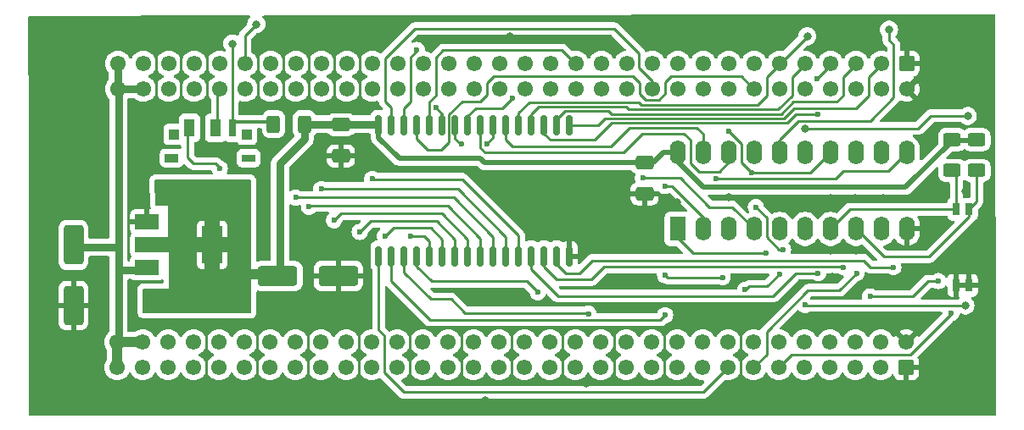
<source format=gtl>
%TF.GenerationSoftware,KiCad,Pcbnew,8.0.6-8.0.6-0~ubuntu24.04.1*%
%TF.CreationDate,2024-11-30T23:26:36+01:00*%
%TF.ProjectId,qlexternal512kram_MIX,716c6578-7465-4726-9e61-6c3531326b72,3*%
%TF.SameCoordinates,Original*%
%TF.FileFunction,Copper,L1,Top*%
%TF.FilePolarity,Positive*%
%FSLAX46Y46*%
G04 Gerber Fmt 4.6, Leading zero omitted, Abs format (unit mm)*
G04 Created by KiCad (PCBNEW 8.0.6-8.0.6-0~ubuntu24.04.1) date 2024-11-30 23:26:36*
%MOMM*%
%LPD*%
G01*
G04 APERTURE LIST*
G04 Aperture macros list*
%AMRoundRect*
0 Rectangle with rounded corners*
0 $1 Rounding radius*
0 $2 $3 $4 $5 $6 $7 $8 $9 X,Y pos of 4 corners*
0 Add a 4 corners polygon primitive as box body*
4,1,4,$2,$3,$4,$5,$6,$7,$8,$9,$2,$3,0*
0 Add four circle primitives for the rounded corners*
1,1,$1+$1,$2,$3*
1,1,$1+$1,$4,$5*
1,1,$1+$1,$6,$7*
1,1,$1+$1,$8,$9*
0 Add four rect primitives between the rounded corners*
20,1,$1+$1,$2,$3,$4,$5,0*
20,1,$1+$1,$4,$5,$6,$7,0*
20,1,$1+$1,$6,$7,$8,$9,0*
20,1,$1+$1,$8,$9,$2,$3,0*%
G04 Aperture macros list end*
%TA.AperFunction,SMDPad,CuDef*%
%ADD10RoundRect,0.312500X-0.687500X1.662500X-0.687500X-1.662500X0.687500X-1.662500X0.687500X1.662500X0*%
%TD*%
%TA.AperFunction,SMDPad,CuDef*%
%ADD11RoundRect,0.312500X-1.662500X-0.687500X1.662500X-0.687500X1.662500X0.687500X-1.662500X0.687500X0*%
%TD*%
%TA.AperFunction,SMDPad,CuDef*%
%ADD12R,1.350000X0.830000*%
%TD*%
%TA.AperFunction,SMDPad,CuDef*%
%ADD13R,1.000000X1.120000*%
%TD*%
%TA.AperFunction,SMDPad,CuDef*%
%ADD14R,1.350000X0.800000*%
%TD*%
%TA.AperFunction,SMDPad,CuDef*%
%ADD15R,1.100000X1.820000*%
%TD*%
%TA.AperFunction,SMDPad,CuDef*%
%ADD16R,0.700000X1.820000*%
%TD*%
%TA.AperFunction,SMDPad,CuDef*%
%ADD17R,2.350000X1.500000*%
%TD*%
%TA.AperFunction,SMDPad,CuDef*%
%ADD18R,2.000000X3.800000*%
%TD*%
%TA.AperFunction,SMDPad,CuDef*%
%ADD19R,2.350000X1.550000*%
%TD*%
%TA.AperFunction,SMDPad,CuDef*%
%ADD20RoundRect,0.250000X-0.650000X0.412500X-0.650000X-0.412500X0.650000X-0.412500X0.650000X0.412500X0*%
%TD*%
%TA.AperFunction,ComponentPad*%
%ADD21RoundRect,0.249999X0.525001X0.525001X-0.525001X0.525001X-0.525001X-0.525001X0.525001X-0.525001X0*%
%TD*%
%TA.AperFunction,ComponentPad*%
%ADD22C,1.550000*%
%TD*%
%TA.AperFunction,SMDPad,CuDef*%
%ADD23RoundRect,0.250000X-0.625000X0.400000X-0.625000X-0.400000X0.625000X-0.400000X0.625000X0.400000X0*%
%TD*%
%TA.AperFunction,SMDPad,CuDef*%
%ADD24R,0.760000X1.270000*%
%TD*%
%TA.AperFunction,ComponentPad*%
%ADD25RoundRect,0.249999X-0.525001X-0.525001X0.525001X-0.525001X0.525001X0.525001X-0.525001X0.525001X0*%
%TD*%
%TA.AperFunction,SMDPad,CuDef*%
%ADD26RoundRect,0.250000X0.400000X0.625000X-0.400000X0.625000X-0.400000X-0.625000X0.400000X-0.625000X0*%
%TD*%
%TA.AperFunction,ComponentPad*%
%ADD27R,1.600000X2.400000*%
%TD*%
%TA.AperFunction,ComponentPad*%
%ADD28O,1.600000X2.400000*%
%TD*%
%TA.AperFunction,SMDPad,CuDef*%
%ADD29RoundRect,0.150000X0.150000X-0.875000X0.150000X0.875000X-0.150000X0.875000X-0.150000X-0.875000X0*%
%TD*%
%TA.AperFunction,ViaPad*%
%ADD30C,0.800000*%
%TD*%
%TA.AperFunction,ViaPad*%
%ADD31C,0.600000*%
%TD*%
%TA.AperFunction,Conductor*%
%ADD32C,1.500000*%
%TD*%
%TA.AperFunction,Conductor*%
%ADD33C,1.000000*%
%TD*%
%TA.AperFunction,Conductor*%
%ADD34C,0.800000*%
%TD*%
%TA.AperFunction,Conductor*%
%ADD35C,0.300000*%
%TD*%
%TA.AperFunction,Conductor*%
%ADD36C,0.250000*%
%TD*%
%TA.AperFunction,Conductor*%
%ADD37C,0.750000*%
%TD*%
%TA.AperFunction,Conductor*%
%ADD38C,0.500000*%
%TD*%
G04 APERTURE END LIST*
D10*
%TO.P,C1,1*%
%TO.N,+9V*%
X97900000Y-75920000D03*
%TO.P,C1,2*%
%TO.N,GND*%
X97900000Y-81970000D03*
%TD*%
D11*
%TO.P,C2,1*%
%TO.N,VCC*%
X118295000Y-79025000D03*
%TO.P,C2,2*%
%TO.N,GND*%
X124345000Y-79025000D03*
%TD*%
D12*
%TO.P,SW2,*%
%TO.N,*%
X107715000Y-67220000D03*
D13*
X107890000Y-64865000D03*
X115190000Y-64865000D03*
D14*
X115365000Y-67235000D03*
D15*
%TO.P,SW2,1,A*%
%TO.N,Net-(J2-~{BERR})*%
X109490000Y-64215000D03*
%TO.P,SW2,2,B*%
%TO.N,/BERR*%
X112090000Y-64215000D03*
D16*
%TO.P,SW2,3,C*%
%TO.N,Net-(SW2-C)*%
X113790000Y-64215000D03*
%TD*%
D17*
%TO.P,U3,1,GND*%
%TO.N,GND*%
X105245929Y-73605360D03*
%TO.P,U3,2,VO*%
%TO.N,VCC*%
X105245929Y-75905360D03*
D18*
X111720929Y-75905360D03*
D19*
%TO.P,U3,3,VI*%
%TO.N,+9V*%
X105245929Y-78180360D03*
%TD*%
D20*
%TO.P,C4,1*%
%TO.N,VCC*%
X154900000Y-67662500D03*
%TO.P,C4,2*%
%TO.N,GND*%
X154900000Y-70787500D03*
%TD*%
%TO.P,C3,1*%
%TO.N,VCC*%
X124590000Y-63902500D03*
%TO.P,C3,2*%
%TO.N,GND*%
X124590000Y-67027500D03*
%TD*%
D21*
%TO.P,J1,a1,GND*%
%TO.N,GND*%
X181070000Y-57785000D03*
D22*
%TO.P,J1,a2,D3*%
%TO.N,/D3*%
X178530000Y-57785000D03*
%TO.P,J1,a3,D4*%
%TO.N,/D4*%
X175990000Y-57785000D03*
%TO.P,J1,a4,D5*%
%TO.N,/D5*%
X173450000Y-57785000D03*
%TO.P,J1,a5,D6*%
%TO.N,/D6*%
X170910000Y-57785000D03*
%TO.P,J1,a6,D7*%
%TO.N,/D7*%
X168370000Y-57785000D03*
%TO.P,J1,a7,A19*%
%TO.N,/A19*%
X165830000Y-57785000D03*
%TO.P,J1,a8,A18*%
%TO.N,/A18*%
X163290000Y-57785000D03*
%TO.P,J1,a9,A17*%
%TO.N,/A17*%
X160750000Y-57785000D03*
%TO.P,J1,a10,A16*%
%TO.N,/A16*%
X158210000Y-57785000D03*
%TO.P,J1,a11,CLKCPU*%
%TO.N,/CLKCPU*%
X155670000Y-57785000D03*
%TO.P,J1,a12,RED*%
%TO.N,/RED*%
X153130000Y-57785000D03*
%TO.P,J1,a13,A14*%
%TO.N,/A14*%
X150590000Y-57785000D03*
%TO.P,J1,a14,A13*%
%TO.N,/A13*%
X148050000Y-57785000D03*
%TO.P,J1,a15,A12*%
%TO.N,/A12*%
X145510000Y-57785000D03*
%TO.P,J1,a16,A11*%
%TO.N,/A11*%
X142970000Y-57785000D03*
%TO.P,J1,a17,A10*%
%TO.N,/A10*%
X140430000Y-57785000D03*
%TO.P,J1,a18,A9*%
%TO.N,/A9*%
X137890000Y-57785000D03*
%TO.P,J1,a19,A8*%
%TO.N,/A8*%
X135350000Y-57785000D03*
%TO.P,J1,a20,A7*%
%TO.N,/A7*%
X132810000Y-57785000D03*
%TO.P,J1,a21,A6*%
%TO.N,/A6*%
X130270000Y-57785000D03*
%TO.P,J1,a22,A5*%
%TO.N,/A5*%
X127730000Y-57785000D03*
%TO.P,J1,a23,A4*%
%TO.N,/A4*%
X125190000Y-57785000D03*
%TO.P,J1,a24,A3*%
%TO.N,/A3*%
X122650000Y-57785000D03*
%TO.P,J1,a25,~{DBG}*%
%TO.N,/DBG*%
X120110000Y-57785000D03*
%TO.P,J1,a26,SP2*%
%TO.N,/SP2*%
X117570000Y-57785000D03*
%TO.P,J1,a27,~{DSMC}*%
%TO.N,/DSMC*%
X115030000Y-57785000D03*
%TO.P,J1,a28,SP1*%
%TO.N,/SP1*%
X112490000Y-57785000D03*
%TO.P,J1,a29,SP0*%
%TO.N,/SP0*%
X109950000Y-57785000D03*
%TO.P,J1,a30,+12V*%
%TO.N,/ma12v*%
X107410000Y-57785000D03*
%TO.P,J1,a31,-12V*%
%TO.N,/me12v*%
X104870000Y-57785000D03*
%TO.P,J1,a32,Vin*%
%TO.N,+9V*%
X102330000Y-57785000D03*
%TO.P,J1,b1,GND*%
%TO.N,GND*%
X181070000Y-60325000D03*
%TO.P,J1,b2,D2*%
%TO.N,/D2*%
X178530000Y-60325000D03*
%TO.P,J1,b3,D1*%
%TO.N,/D1*%
X175990000Y-60325000D03*
%TO.P,J1,b4,D0*%
%TO.N,/D0*%
X173450000Y-60325000D03*
%TO.P,J1,b5,~{AS}*%
%TO.N,/AS*%
X170910000Y-60325000D03*
%TO.P,J1,b6,~{DS}*%
%TO.N,/DS*%
X168370000Y-60325000D03*
%TO.P,J1,b7,~{DRW}*%
%TO.N,/RW*%
X165830000Y-60325000D03*
%TO.P,J1,b8,~{DTACK}*%
%TO.N,/DTACK*%
X163290000Y-60325000D03*
%TO.P,J1,b9,~{BG}*%
%TO.N,/BG*%
X160750000Y-60325000D03*
%TO.P,J1,b10,~{BR}*%
%TO.N,/BR*%
X158210000Y-60325000D03*
%TO.P,J1,b11,A15*%
%TO.N,/A15*%
X155670000Y-60325000D03*
%TO.P,J1,b12,~{RESETCPU}*%
%TO.N,/RESET*%
X153130000Y-60325000D03*
%TO.P,J1,b13,~{CSYNC}*%
%TO.N,/CSYNC*%
X150590000Y-60325000D03*
%TO.P,J1,b14,E*%
%TO.N,/E*%
X148050000Y-60325000D03*
%TO.P,J1,b15,VSYNCH*%
%TO.N,/VSYNC*%
X145510000Y-60325000D03*
%TO.P,J1,b16,~{VPA}*%
%TO.N,/VPA*%
X142970000Y-60325000D03*
%TO.P,J1,b17,GREEN*%
%TO.N,/GREEN*%
X140430000Y-60325000D03*
%TO.P,J1,b18,BLUE*%
%TO.N,/BLUE*%
X137890000Y-60325000D03*
%TO.P,J1,b19,FC2*%
%TO.N,/FC2*%
X135350000Y-60325000D03*
%TO.P,J1,b20,FC1*%
%TO.N,/FC1*%
X132810000Y-60325000D03*
%TO.P,J1,b21,FC0*%
%TO.N,/FC0*%
X130270000Y-60325000D03*
%TO.P,J1,b22,A0*%
%TO.N,/A0*%
X127730000Y-60325000D03*
%TO.P,J1,b23,ROMOEH*%
%TO.N,/ROMOE*%
X125190000Y-60325000D03*
%TO.P,J1,b24,A1*%
%TO.N,/A1*%
X122650000Y-60325000D03*
%TO.P,J1,b25,A2*%
%TO.N,/A2*%
X120110000Y-60325000D03*
%TO.P,J1,b26,SP3*%
%TO.N,/SP3*%
X117570000Y-60325000D03*
%TO.P,J1,b27,~{IPLO}*%
%TO.N,/IPL0*%
X115030000Y-60325000D03*
%TO.P,J1,b28,~{BERR}*%
%TO.N,/BERR*%
X112490000Y-60325000D03*
%TO.P,J1,b29,~{IPL1}*%
%TO.N,/IPL1*%
X109950000Y-60325000D03*
%TO.P,J1,b30,~{EXTINT}*%
%TO.N,/EXTINT*%
X107410000Y-60325000D03*
%TO.P,J1,b31,Vin*%
%TO.N,+9V*%
X104870000Y-60325000D03*
%TO.P,J1,b32,Vin*%
X102330000Y-60325000D03*
%TD*%
D23*
%TO.P,R2,1*%
%TO.N,VCC*%
X188040000Y-65375000D03*
%TO.P,R2,2*%
%TO.N,Net-(U2-I8)*%
X188040000Y-68475000D03*
%TD*%
D24*
%TO.P,SW1,1*%
%TO.N,GND*%
X185995000Y-79955000D03*
%TO.P,SW1,2*%
X187265000Y-79955000D03*
%TO.P,SW1,3*%
%TO.N,Net-(U2-I8)*%
X187265000Y-72335000D03*
%TO.P,SW1,4*%
%TO.N,Net-(U2-I7)*%
X185995000Y-72335000D03*
%TD*%
D25*
%TO.P,J2,a1,GND*%
%TO.N,GND*%
X181010000Y-88180000D03*
D22*
%TO.P,J2,a2,D3*%
%TO.N,/D3*%
X178470000Y-88180000D03*
%TO.P,J2,a3,D4*%
%TO.N,/D4*%
X175930000Y-88180000D03*
%TO.P,J2,a4,D5*%
%TO.N,/D5*%
X173390000Y-88180000D03*
%TO.P,J2,a5,D6*%
%TO.N,/D6*%
X170850000Y-88180000D03*
%TO.P,J2,a6,D7*%
%TO.N,/D7*%
X168310000Y-88180000D03*
%TO.P,J2,a7,A19*%
%TO.N,/A19*%
X165770000Y-88180000D03*
%TO.P,J2,a8,A18*%
%TO.N,/A18*%
X163230000Y-88180000D03*
%TO.P,J2,a9,A17*%
%TO.N,/A17*%
X160690000Y-88180000D03*
%TO.P,J2,a10,A16*%
%TO.N,/A16*%
X158150000Y-88180000D03*
%TO.P,J2,a11,CLKCPU*%
%TO.N,/CLKCPU*%
X155610000Y-88180000D03*
%TO.P,J2,a12,RED*%
%TO.N,/RED*%
X153070000Y-88180000D03*
%TO.P,J2,a13,A14*%
%TO.N,/A14*%
X150530000Y-88180000D03*
%TO.P,J2,a14,A13*%
%TO.N,/A13*%
X147990000Y-88180000D03*
%TO.P,J2,a15,A12*%
%TO.N,/A12*%
X145450000Y-88180000D03*
%TO.P,J2,a16,A11*%
%TO.N,/A11*%
X142910000Y-88180000D03*
%TO.P,J2,a17,A10*%
%TO.N,/A10*%
X140370000Y-88180000D03*
%TO.P,J2,a18,A9*%
%TO.N,/A9*%
X137830000Y-88180000D03*
%TO.P,J2,a19,A8*%
%TO.N,/A8*%
X135290000Y-88180000D03*
%TO.P,J2,a20,A7*%
%TO.N,/A7*%
X132750000Y-88180000D03*
%TO.P,J2,a21,A6*%
%TO.N,/A6*%
X130210000Y-88180000D03*
%TO.P,J2,a22,A5*%
%TO.N,/A5*%
X127670000Y-88180000D03*
%TO.P,J2,a23,A4*%
%TO.N,/A4*%
X125130000Y-88180000D03*
%TO.P,J2,a24,A3*%
%TO.N,/A3*%
X122590000Y-88180000D03*
%TO.P,J2,a25,~{DBG}*%
%TO.N,/DBG*%
X120050000Y-88180000D03*
%TO.P,J2,a26,SP2*%
%TO.N,/SP2*%
X117510000Y-88180000D03*
%TO.P,J2,a27,~{DSMC}*%
%TO.N,/DSMC*%
X114970000Y-88180000D03*
%TO.P,J2,a28,SP1*%
%TO.N,/SP1*%
X112430000Y-88180000D03*
%TO.P,J2,a29,SP0*%
%TO.N,/SP0*%
X109890000Y-88180000D03*
%TO.P,J2,a30,+12V*%
%TO.N,/ma12v*%
X107350000Y-88180000D03*
%TO.P,J2,a31,-12V*%
%TO.N,/me12v*%
X104810000Y-88180000D03*
%TO.P,J2,a32,Vin*%
%TO.N,+9V*%
X102270000Y-88180000D03*
%TO.P,J2,b1,GND*%
%TO.N,GND*%
X181010000Y-85640000D03*
%TO.P,J2,b2,D2*%
%TO.N,/D2*%
X178470000Y-85640000D03*
%TO.P,J2,b3,D1*%
%TO.N,/D1*%
X175930000Y-85640000D03*
%TO.P,J2,b4,D0*%
%TO.N,/D0*%
X173390000Y-85640000D03*
%TO.P,J2,b5,~{AS}*%
%TO.N,/AS*%
X170850000Y-85640000D03*
%TO.P,J2,b6,~{DS}*%
%TO.N,/DS*%
X168310000Y-85640000D03*
%TO.P,J2,b7,~{DRW}*%
%TO.N,/RW*%
X165770000Y-85640000D03*
%TO.P,J2,b8,~{DTACK}*%
%TO.N,/DTACK*%
X163230000Y-85640000D03*
%TO.P,J2,b9,~{BG}*%
%TO.N,/BG*%
X160690000Y-85640000D03*
%TO.P,J2,b10,~{BR}*%
%TO.N,/BR*%
X158150000Y-85640000D03*
%TO.P,J2,b11,A15*%
%TO.N,/A15*%
X155610000Y-85640000D03*
%TO.P,J2,b12,~{RESETCPU}*%
%TO.N,/RESET*%
X153070000Y-85640000D03*
%TO.P,J2,b13,~{CSYNC}*%
%TO.N,/CSYNC*%
X150530000Y-85640000D03*
%TO.P,J2,b14,E*%
%TO.N,/E*%
X147990000Y-85640000D03*
%TO.P,J2,b15,VSYNCH*%
%TO.N,/VSYNC*%
X145450000Y-85640000D03*
%TO.P,J2,b16,~{VPA}*%
%TO.N,/VPA*%
X142910000Y-85640000D03*
%TO.P,J2,b17,GREEN*%
%TO.N,/GREEN*%
X140370000Y-85640000D03*
%TO.P,J2,b18,BLUE*%
%TO.N,/BLUE*%
X137830000Y-85640000D03*
%TO.P,J2,b19,FC2*%
%TO.N,/FC2*%
X135290000Y-85640000D03*
%TO.P,J2,b20,FC1*%
%TO.N,/FC1*%
X132750000Y-85640000D03*
%TO.P,J2,b21,FC0*%
%TO.N,/FC0*%
X130210000Y-85640000D03*
%TO.P,J2,b22,A0*%
%TO.N,/A0*%
X127670000Y-85640000D03*
%TO.P,J2,b23,ROMOEH*%
%TO.N,/ROMOE*%
X125130000Y-85640000D03*
%TO.P,J2,b24,A1*%
%TO.N,/A1*%
X122590000Y-85640000D03*
%TO.P,J2,b25,A2*%
%TO.N,/A2*%
X120050000Y-85640000D03*
%TO.P,J2,b26,SP3*%
%TO.N,/SP3*%
X117510000Y-85640000D03*
%TO.P,J2,b27,~{IPLO}*%
%TO.N,/IPL0*%
X114970000Y-85640000D03*
%TO.P,J2,b28,~{BERR}*%
%TO.N,Net-(J2-~{BERR})*%
X112430000Y-85640000D03*
%TO.P,J2,b29,~{IPL1}*%
%TO.N,/IPL1*%
X109890000Y-85640000D03*
%TO.P,J2,b30,~{EXTINT}*%
%TO.N,/EXTINT*%
X107350000Y-85640000D03*
%TO.P,J2,b31,Vin*%
%TO.N,+9V*%
X104810000Y-85640000D03*
%TO.P,J2,b32,Vin*%
X102270000Y-85640000D03*
%TD*%
D26*
%TO.P,R3,1*%
%TO.N,VCC*%
X120970000Y-63835000D03*
%TO.P,R3,2*%
%TO.N,Net-(SW2-C)*%
X117870000Y-63835000D03*
%TD*%
D27*
%TO.P,U2,1,I1/CLK*%
%TO.N,/DS*%
X158215000Y-74310000D03*
D28*
%TO.P,U2,2,I2*%
%TO.N,/A17*%
X160755000Y-74310000D03*
%TO.P,U2,3,I3*%
%TO.N,/A16*%
X163295000Y-74310000D03*
%TO.P,U2,4,I4*%
%TO.N,/A15*%
X165835000Y-74310000D03*
%TO.P,U2,5,I5*%
%TO.N,unconnected-(U2-I5-Pad5)*%
X168375000Y-74310000D03*
%TO.P,U2,6,I6*%
%TO.N,/AS*%
X170915000Y-74310000D03*
%TO.P,U2,7,I7*%
%TO.N,Net-(U2-I7)*%
X173455000Y-74310000D03*
%TO.P,U2,8,I8*%
%TO.N,Net-(U2-I8)*%
X175995000Y-74310000D03*
%TO.P,U2,9,I9*%
%TO.N,/A19*%
X178535000Y-74310000D03*
%TO.P,U2,10,GND*%
%TO.N,GND*%
X181075000Y-74310000D03*
%TO.P,U2,11,I10/~{OE}*%
%TO.N,/A18*%
X181075000Y-66690000D03*
%TO.P,U2,12,IO8*%
%TO.N,unconnected-(U2-IO8-Pad12)*%
X178535000Y-66690000D03*
%TO.P,U2,13,IO7*%
%TO.N,unconnected-(U2-IO7-Pad13)*%
X175995000Y-66690000D03*
%TO.P,U2,14,IO6*%
%TO.N,/DTACK*%
X173455000Y-66690000D03*
%TO.P,U2,15,IO5*%
%TO.N,unconnected-(U2-IO5-Pad15)*%
X170915000Y-66690000D03*
%TO.P,U2,16,IO4*%
%TO.N,/DSMC*%
X168375000Y-66690000D03*
%TO.P,U2,17,I03*%
%TO.N,Net-(SW2-C)*%
X165835000Y-66690000D03*
%TO.P,U2,18,IO2*%
%TO.N,/RAM_OE*%
X163295000Y-66690000D03*
%TO.P,U2,19,IO1*%
%TO.N,/RAM_CE*%
X160755000Y-66690000D03*
%TO.P,U2,20,VCC*%
%TO.N,VCC*%
X158215000Y-66690000D03*
%TD*%
D23*
%TO.P,R1,1*%
%TO.N,VCC*%
X185600000Y-65375000D03*
%TO.P,R1,2*%
%TO.N,Net-(U2-I7)*%
X185600000Y-68475000D03*
%TD*%
D29*
%TO.P,U1,1,A18*%
%TO.N,/A18*%
X128365000Y-77035000D03*
%TO.P,U1,2,A16*%
%TO.N,/A16*%
X129635000Y-77035000D03*
%TO.P,U1,3,A14*%
%TO.N,/A14*%
X130905000Y-77035000D03*
%TO.P,U1,4,A12*%
%TO.N,/A12*%
X132175000Y-77035000D03*
%TO.P,U1,5,A7*%
%TO.N,/A7*%
X133445000Y-77035000D03*
%TO.P,U1,6,A6*%
%TO.N,/A6*%
X134715000Y-77035000D03*
%TO.P,U1,7,A5*%
%TO.N,/A5*%
X135985000Y-77035000D03*
%TO.P,U1,8,A4*%
%TO.N,/A4*%
X137255000Y-77035000D03*
%TO.P,U1,9,A3*%
%TO.N,/A3*%
X138525000Y-77035000D03*
%TO.P,U1,10,A2*%
%TO.N,/A2*%
X139795000Y-77035000D03*
%TO.P,U1,11,A1*%
%TO.N,/A1*%
X141065000Y-77035000D03*
%TO.P,U1,12,A0*%
%TO.N,/A0*%
X142335000Y-77035000D03*
%TO.P,U1,13,DQ0*%
%TO.N,/D0*%
X143605000Y-77035000D03*
%TO.P,U1,14,DQ1*%
%TO.N,/D1*%
X144875000Y-77035000D03*
%TO.P,U1,15,DQ2*%
%TO.N,/D2*%
X146145000Y-77035000D03*
%TO.P,U1,16,VSS*%
%TO.N,GND*%
X147415000Y-77035000D03*
%TO.P,U1,17,DQ3*%
%TO.N,/D3*%
X147415000Y-63935000D03*
%TO.P,U1,18,DQ4*%
%TO.N,/D4*%
X146145000Y-63935000D03*
%TO.P,U1,19,DQ5*%
%TO.N,/D5*%
X144875000Y-63935000D03*
%TO.P,U1,20,DQ6*%
%TO.N,/D6*%
X143605000Y-63935000D03*
%TO.P,U1,21,DQ7*%
%TO.N,/D7*%
X142335000Y-63935000D03*
%TO.P,U1,22,CE#*%
%TO.N,/RAM_CE*%
X141065000Y-63935000D03*
%TO.P,U1,23,A10*%
%TO.N,/A10*%
X139795000Y-63935000D03*
%TO.P,U1,24,OE#*%
%TO.N,/RAM_OE*%
X138525000Y-63935000D03*
%TO.P,U1,25,A11*%
%TO.N,/A11*%
X137255000Y-63935000D03*
%TO.P,U1,26,A9*%
%TO.N,/A9*%
X135985000Y-63935000D03*
%TO.P,U1,27,A8*%
%TO.N,/A8*%
X134715000Y-63935000D03*
%TO.P,U1,28,A13*%
%TO.N,/A13*%
X133445000Y-63935000D03*
%TO.P,U1,29,WE#*%
%TO.N,/RW*%
X132175000Y-63935000D03*
%TO.P,U1,30,A17*%
%TO.N,/A17*%
X130905000Y-63935000D03*
%TO.P,U1,31,A15*%
%TO.N,/A15*%
X129635000Y-63935000D03*
%TO.P,U1,32,VCC*%
%TO.N,VCC*%
X128365000Y-63935000D03*
%TD*%
D30*
%TO.N,GND*%
X175970000Y-76515000D03*
X141430000Y-55065000D03*
X186950000Y-70535000D03*
X166450000Y-54965000D03*
X167990000Y-82315000D03*
X118930000Y-91325000D03*
X112050000Y-66625000D03*
X176050000Y-83425000D03*
X104780000Y-62365000D03*
X99630000Y-85085000D03*
X187990000Y-75615000D03*
X125900000Y-54835000D03*
X181880000Y-71195000D03*
X168380000Y-71295000D03*
X173460000Y-83425000D03*
X170870000Y-71285000D03*
X178700000Y-71245000D03*
X181660000Y-78975000D03*
X186750000Y-87115000D03*
X182820000Y-83395000D03*
X157000000Y-92055000D03*
X173630000Y-79115000D03*
X105270000Y-83865000D03*
X139040000Y-91505000D03*
X173480000Y-71255000D03*
X169710000Y-90495000D03*
X150970000Y-74835000D03*
X105980000Y-91385000D03*
X97930000Y-60805000D03*
X176030000Y-80405000D03*
X97980000Y-71275000D03*
X104880000Y-70435000D03*
X151060000Y-79675000D03*
X173280000Y-55935000D03*
X107000000Y-55215000D03*
X163330000Y-71185000D03*
X179780000Y-83395000D03*
X173470000Y-76485000D03*
X158150000Y-71655000D03*
X187700000Y-60875000D03*
X149090000Y-89735000D03*
X175940000Y-71265000D03*
X164200000Y-79395000D03*
X179080000Y-90175000D03*
X163060000Y-82295000D03*
X164800000Y-83545000D03*
D31*
%TO.N,/A3*%
X121400000Y-72105000D03*
%TO.N,/A4*%
X123910000Y-73455000D03*
%TO.N,/A5*%
X126470000Y-74615000D03*
%TO.N,/A6*%
X128990000Y-75045000D03*
%TO.N,/A7*%
X131550000Y-75065000D03*
%TO.N,/A8*%
X134070000Y-62165000D03*
%TO.N,/A9*%
X136600000Y-65835000D03*
%TO.N,/A10*%
X139166942Y-65798058D03*
%TO.N,/A11*%
X141680000Y-61255000D03*
%TO.N,/A12*%
X144240000Y-80645000D03*
%TO.N,/D7*%
X185505000Y-82735000D03*
D30*
X171140000Y-55045000D03*
D31*
%TO.N,/D5*%
X172220000Y-62865000D03*
X172140558Y-59264442D03*
%TO.N,/D4*%
X184235000Y-79530000D03*
X177410000Y-81065000D03*
%TO.N,/A2*%
X120080000Y-71165000D03*
%TO.N,/A1*%
X122640000Y-70335000D03*
%TO.N,/A0*%
X127720000Y-69315000D03*
%TO.N,/D0*%
X172220000Y-78735000D03*
%TO.N,/D1*%
X174720000Y-78135000D03*
%TO.N,/D2*%
X179730000Y-78155000D03*
D30*
%TO.N,/DSMC*%
X116150000Y-53845000D03*
X179290000Y-54385000D03*
D31*
%TO.N,/A14*%
X149300000Y-82790000D03*
%TO.N,/A16*%
X156950000Y-82935000D03*
X162680000Y-79165000D03*
X156940000Y-78945000D03*
%TO.N,/A17*%
X156930000Y-70035000D03*
X132170000Y-56415000D03*
%TO.N,/A18*%
X162010000Y-69305000D03*
%TO.N,/A19*%
X176050000Y-78745000D03*
%TO.N,/A15*%
X154730000Y-69195000D03*
%TO.N,/DS*%
X167060000Y-76735000D03*
D30*
%TO.N,/AS*%
X170910000Y-64262000D03*
D31*
X170915000Y-81935000D03*
D30*
X186910000Y-81985000D03*
X187150000Y-63015000D03*
D31*
%TO.N,/DTACK*%
X163290000Y-64516000D03*
X168345000Y-78835000D03*
X168720000Y-76410000D03*
X164940000Y-80405000D03*
X166005000Y-72130000D03*
X165550000Y-68655000D03*
%TO.N,Net-(J2-~{BERR})*%
X112510000Y-68275000D03*
D30*
%TO.N,Net-(SW2-C)*%
X113760000Y-55790000D03*
%TD*%
D32*
%TO.N,VCC*%
X111720929Y-75905360D02*
X111741289Y-75885000D01*
X111741289Y-75885000D02*
X114680000Y-75885000D01*
X114680000Y-75885000D02*
X114760000Y-75805000D01*
D33*
X110730000Y-75785000D02*
X110850360Y-75905360D01*
X110850360Y-75905360D02*
X111720929Y-75905360D01*
D32*
X105245929Y-75905360D02*
X105255569Y-75915000D01*
X105255569Y-75915000D02*
X110600000Y-75915000D01*
D33*
X105940801Y-75846082D02*
X105881523Y-75905360D01*
X105881523Y-75905360D02*
X105245929Y-75905360D01*
D34*
X120970000Y-63835000D02*
X120970000Y-65305000D01*
X120970000Y-65305000D02*
X118520000Y-67755000D01*
X118520000Y-67755000D02*
X118520000Y-79025000D01*
X128272500Y-63842500D02*
X120977500Y-63842500D01*
X120977500Y-63842500D02*
X120970000Y-63835000D01*
D35*
%TO.N,Net-(SW2-C)*%
X118290000Y-63575000D02*
X113750000Y-63575000D01*
X113750000Y-63575000D02*
X113750000Y-64492500D01*
D36*
%TO.N,/AS*%
X187150000Y-63015000D02*
X187120000Y-62985000D01*
X187120000Y-62985000D02*
X183460000Y-62985000D01*
X183460000Y-62985000D02*
X182183000Y-64262000D01*
X182183000Y-64262000D02*
X170910000Y-64262000D01*
D33*
%TO.N,+9V*%
X102270000Y-85640000D02*
X104810000Y-85640000D01*
X102270000Y-85640000D02*
X102390000Y-85520000D01*
D37*
X102390000Y-78435000D02*
X102400000Y-78425000D01*
D34*
X102330000Y-60325000D02*
X104870000Y-60325000D01*
X102330000Y-60325000D02*
X102330000Y-57820000D01*
X102390000Y-85520000D02*
X102390000Y-60385000D01*
D33*
X102390000Y-60385000D02*
X102330000Y-60325000D01*
X102270000Y-88180000D02*
X102270000Y-85640000D01*
D37*
X102400000Y-78425000D02*
X105910000Y-78425000D01*
X104870000Y-60325000D02*
X104910000Y-60365000D01*
D33*
X102160000Y-88070000D02*
X102270000Y-88180000D01*
D36*
%TO.N,GND*%
X126450000Y-61605000D02*
X126480000Y-61635000D01*
X118810000Y-56605000D02*
X118810000Y-61685000D01*
X121320000Y-84405000D02*
X121320000Y-89485000D01*
X123940000Y-56575000D02*
X123940000Y-61655000D01*
X126450000Y-56585000D02*
X126450000Y-61605000D01*
X141640000Y-84565000D02*
X141640000Y-89385000D01*
X121390000Y-56575000D02*
X121370000Y-56595000D01*
X111160000Y-84405000D02*
X111160000Y-89485000D01*
X126480000Y-56555000D02*
X126450000Y-56585000D01*
X121370000Y-61635000D02*
X121390000Y-61655000D01*
X108645000Y-56520000D02*
X108645000Y-61600000D01*
X116310000Y-56565000D02*
X116310000Y-61545000D01*
X164490000Y-84475000D02*
X164490000Y-89555000D01*
X136590000Y-84475000D02*
X136590000Y-89555000D01*
X131480000Y-84475000D02*
X131480000Y-89555000D01*
X121370000Y-56595000D02*
X121370000Y-61635000D01*
X116240000Y-84405000D02*
X116240000Y-89485000D01*
X111220000Y-56515000D02*
X111220000Y-61595000D01*
X106145000Y-56520000D02*
X106145000Y-61600000D01*
X146740000Y-84525000D02*
X146740000Y-89505000D01*
X141640000Y-89385000D02*
X141770000Y-89515000D01*
X126400000Y-84395000D02*
X126400000Y-89475000D01*
X141770000Y-84435000D02*
X141640000Y-84565000D01*
X116310000Y-61545000D02*
X116260000Y-61595000D01*
X156880000Y-84505000D02*
X156880000Y-89585000D01*
X151830000Y-84515000D02*
X151830000Y-89595000D01*
X116260000Y-56515000D02*
X116310000Y-56565000D01*
D38*
%TO.N,VCC*%
X155800000Y-67675000D02*
X156785000Y-66690000D01*
X138953173Y-67675000D02*
X155800000Y-67675000D01*
X185620000Y-65455000D02*
X187960000Y-65455000D01*
X158215000Y-66690000D02*
X158215000Y-67590000D01*
X128365000Y-63935000D02*
X128365000Y-65190000D01*
D33*
X114760000Y-75805000D02*
X114780000Y-75825000D01*
X111730000Y-71745000D02*
X111720929Y-71754071D01*
D38*
X128365000Y-65190000D02*
X130410000Y-67235000D01*
D33*
X111720929Y-78885000D02*
X118560000Y-78885000D01*
D38*
X158215000Y-67590000D02*
X160752480Y-70127480D01*
X130410000Y-67235000D02*
X138513173Y-67235000D01*
X180947520Y-70127480D02*
X185620000Y-65455000D01*
D33*
X118560000Y-78885000D02*
X118730000Y-78715000D01*
D38*
X187960000Y-65455000D02*
X188040000Y-65375000D01*
X156785000Y-66690000D02*
X158215000Y-66690000D01*
D32*
X111720929Y-71754071D02*
X111720929Y-78885000D01*
D38*
X160752480Y-70127480D02*
X180947520Y-70127480D01*
X138513173Y-67235000D02*
X138953173Y-67675000D01*
D36*
%TO.N,/A3*%
X121400000Y-72105000D02*
X121520000Y-71985000D01*
X135250000Y-71985000D02*
X138525000Y-75260000D01*
X138525000Y-75260000D02*
X138525000Y-77035000D01*
X121520000Y-71985000D02*
X135250000Y-71985000D01*
%TO.N,/A4*%
X124570000Y-72795000D02*
X134700000Y-72795000D01*
X134700000Y-72795000D02*
X137255000Y-75350000D01*
X137255000Y-75350000D02*
X137255000Y-77035000D01*
X123910000Y-73455000D02*
X124570000Y-72795000D01*
%TO.N,/A5*%
X127540000Y-73545000D02*
X134170000Y-73545000D01*
X126470000Y-74615000D02*
X127540000Y-73545000D01*
X134170000Y-73545000D02*
X135985000Y-75360000D01*
X135985000Y-75360000D02*
X135985000Y-77035000D01*
%TO.N,/A6*%
X134715000Y-75340000D02*
X134715000Y-77035000D01*
X128990000Y-75045000D02*
X129820000Y-74215000D01*
X133590000Y-74215000D02*
X134715000Y-75340000D01*
X129820000Y-74215000D02*
X133590000Y-74215000D01*
%TO.N,/A7*%
X132944282Y-75065000D02*
X133445000Y-75565718D01*
X131550000Y-75065000D02*
X132944282Y-75065000D01*
X133445000Y-75565718D02*
X133445000Y-77035000D01*
%TO.N,/A8*%
X134070000Y-62165000D02*
X134715000Y-62810000D01*
X134715000Y-62810000D02*
X134715000Y-63935000D01*
%TO.N,/A9*%
X136550000Y-65835000D02*
X135985000Y-65270000D01*
X135985000Y-65270000D02*
X135985000Y-63935000D01*
X136600000Y-65835000D02*
X136550000Y-65835000D01*
%TO.N,/A10*%
X139166942Y-65798058D02*
X139795000Y-65170000D01*
X139795000Y-65170000D02*
X139795000Y-63935000D01*
%TO.N,/A11*%
X140720000Y-62215000D02*
X138060000Y-62215000D01*
X138060000Y-62215000D02*
X137255000Y-63020000D01*
X137255000Y-63020000D02*
X137255000Y-63935000D01*
X141680000Y-61255000D02*
X140720000Y-62215000D01*
%TO.N,/A12*%
X132175000Y-78105000D02*
X132175000Y-77035000D01*
X133625000Y-79555000D02*
X132175000Y-78105000D01*
X144230000Y-80645000D02*
X143140000Y-79555000D01*
X143140000Y-79555000D02*
X133625000Y-79555000D01*
X144240000Y-80645000D02*
X144230000Y-80645000D01*
%TO.N,/D7*%
X167100000Y-60960000D02*
X166149300Y-61910700D01*
X154608100Y-61910700D02*
X154326700Y-61629300D01*
X142335000Y-62700000D02*
X142335000Y-63935000D01*
X185505000Y-82735000D02*
X185505000Y-82800000D01*
X143405700Y-61629300D02*
X142335000Y-62700000D01*
X169595000Y-86895000D02*
X168310000Y-88180000D01*
X171140000Y-55050000D02*
X167100000Y-59090000D01*
X167100000Y-59090000D02*
X167100000Y-60960000D01*
X154326700Y-61629300D02*
X143405700Y-61629300D01*
X185505000Y-82800000D02*
X181410000Y-86895000D01*
X181410000Y-86895000D02*
X169595000Y-86895000D01*
X166149300Y-61910700D02*
X154608100Y-61910700D01*
X171140000Y-55045000D02*
X171140000Y-55050000D01*
%TO.N,/D6*%
X169640000Y-60960000D02*
X168239000Y-62361000D01*
X143605000Y-62830000D02*
X143605000Y-63935000D01*
X144354300Y-62080700D02*
X143605000Y-62830000D01*
X169640000Y-59090000D02*
X169640000Y-60960000D01*
X170910000Y-57820000D02*
X169640000Y-59090000D01*
X153015700Y-62080700D02*
X144354300Y-62080700D01*
X168239000Y-62361000D02*
X153296000Y-62361000D01*
X153296000Y-62361000D02*
X153015700Y-62080700D01*
%TO.N,/D5*%
X169132000Y-63711900D02*
X151648100Y-63711900D01*
X173450000Y-57785000D02*
X173450000Y-57955000D01*
X173450000Y-57955000D02*
X172140558Y-59264442D01*
X151648100Y-63711900D02*
X149955000Y-65405000D01*
X149955000Y-65405000D02*
X145510000Y-65405000D01*
X169978900Y-62865000D02*
X169132000Y-63711900D01*
X145510000Y-65405000D02*
X144875000Y-64770000D01*
X172220000Y-62865000D02*
X169978900Y-62865000D01*
%TO.N,/D4*%
X151586300Y-62811300D02*
X168549304Y-62811300D01*
X174085000Y-61595000D02*
X174720000Y-60960000D01*
X168549304Y-62811300D02*
X169765604Y-61595000D01*
X151306100Y-62531100D02*
X151586300Y-62811300D01*
X146145000Y-63340000D02*
X146953900Y-62531100D01*
X184235000Y-79530000D02*
X183205000Y-79530000D01*
X183205000Y-79530000D02*
X181670000Y-81065000D01*
X146953900Y-62531100D02*
X151306100Y-62531100D01*
X146145000Y-63476900D02*
X146145000Y-63340000D01*
X169765604Y-61595000D02*
X174085000Y-61595000D01*
X181670000Y-81065000D02*
X177410000Y-81065000D01*
X174720000Y-59090000D02*
X175990000Y-57820000D01*
X174720000Y-60960000D02*
X174720000Y-59090000D01*
%TO.N,/D3*%
X169850504Y-62230000D02*
X175990000Y-62230000D01*
X168818904Y-63261600D02*
X169850504Y-62230000D01*
X150953400Y-63261600D02*
X168818904Y-63261600D01*
X147415000Y-63935000D02*
X150280000Y-63935000D01*
X175990000Y-62230000D02*
X177260000Y-60960000D01*
X177260000Y-60960000D02*
X177260000Y-59090000D01*
X150280000Y-63935000D02*
X150953400Y-63261600D01*
X177260000Y-59090000D02*
X178530000Y-57820000D01*
%TO.N,/A2*%
X120080000Y-71165000D02*
X123230000Y-71165000D01*
X139795000Y-75130000D02*
X139795000Y-77035000D01*
X135840000Y-71175000D02*
X139795000Y-75130000D01*
X123230000Y-71165000D02*
X123240000Y-71175000D01*
X123240000Y-71175000D02*
X135840000Y-71175000D01*
%TO.N,/A1*%
X136270000Y-70295000D02*
X141065000Y-75090000D01*
X141065000Y-75090000D02*
X141065000Y-77035000D01*
X122680000Y-70295000D02*
X136270000Y-70295000D01*
X122640000Y-70335000D02*
X122680000Y-70295000D01*
%TO.N,/A0*%
X127740000Y-69335000D02*
X136680000Y-69335000D01*
X136680000Y-69335000D02*
X142335000Y-74990000D01*
X142335000Y-74990000D02*
X142335000Y-77035000D01*
X127720000Y-69315000D02*
X127740000Y-69335000D01*
%TO.N,/RW*%
X156320000Y-61425000D02*
X156980000Y-60765000D01*
X135350000Y-65665000D02*
X135350000Y-62869092D01*
X139150000Y-59745000D02*
X139840000Y-59055000D01*
X154400000Y-59690000D02*
X154400000Y-60795000D01*
X134625000Y-66390000D02*
X135350000Y-65665000D01*
X154400000Y-60795000D02*
X155030000Y-61425000D01*
X136674092Y-61545000D02*
X138470000Y-61545000D01*
X139150000Y-60865000D02*
X139150000Y-59745000D01*
X138470000Y-61545000D02*
X139150000Y-60865000D01*
X157564365Y-59075000D02*
X164545000Y-59075000D01*
X132175000Y-65290000D02*
X133275000Y-66390000D01*
X156980000Y-59659365D02*
X157564365Y-59075000D01*
X164545000Y-59075000D02*
X165830000Y-60360000D01*
X135350000Y-62869092D02*
X136674092Y-61545000D01*
X155030000Y-61425000D02*
X156320000Y-61425000D01*
X132175000Y-63935000D02*
X132175000Y-65290000D01*
X153765000Y-59055000D02*
X154400000Y-59690000D01*
X156980000Y-60765000D02*
X156980000Y-59659365D01*
X133275000Y-66390000D02*
X134625000Y-66390000D01*
X139840000Y-59055000D02*
X153765000Y-59055000D01*
%TO.N,/D0*%
X143605000Y-78350000D02*
X143605000Y-77035000D01*
X169980000Y-78735000D02*
X167685000Y-81030000D01*
X172220000Y-78735000D02*
X169980000Y-78735000D01*
X146285000Y-81030000D02*
X143605000Y-78350000D01*
X167685000Y-81030000D02*
X146285000Y-81030000D01*
%TO.N,/D1*%
X146145000Y-79375000D02*
X144875000Y-78105000D01*
X150870000Y-78105000D02*
X149600000Y-79375000D01*
X144875000Y-78105000D02*
X144875000Y-77035000D01*
X149600000Y-79375000D02*
X146145000Y-79375000D01*
X174720000Y-78105000D02*
X150870000Y-78105000D01*
%TO.N,/D2*%
X177470000Y-78155000D02*
X176785000Y-77470000D01*
X148420000Y-78735000D02*
X147080000Y-78735000D01*
X147080000Y-78735000D02*
X146145000Y-77800000D01*
X179730000Y-78155000D02*
X177470000Y-78155000D01*
X149600000Y-77555000D02*
X148420000Y-78735000D01*
X146145000Y-77800000D02*
X146145000Y-77471400D01*
X176785000Y-77470000D02*
X149675000Y-77470000D01*
X149675000Y-77470000D02*
X149600000Y-77545000D01*
X149600000Y-77545000D02*
X149600000Y-77555000D01*
%TO.N,/RAM_CE*%
X141700000Y-66040000D02*
X141065000Y-65405000D01*
X153433580Y-64161420D02*
X151555000Y-66040000D01*
X160755000Y-64801420D02*
X160115000Y-64161420D01*
X141065000Y-65405000D02*
X141065000Y-63935000D01*
X160115000Y-64161420D02*
X153433580Y-64161420D01*
X151555000Y-66040000D02*
X141700000Y-66040000D01*
X160755000Y-66690000D02*
X160755000Y-64801420D01*
%TO.N,/RAM_OE*%
X163295000Y-66690000D02*
X163295000Y-67620000D01*
X158845000Y-64770000D02*
X154705000Y-64770000D01*
X154705000Y-64770000D02*
X152800000Y-66675000D01*
X163295000Y-67620000D02*
X162335000Y-68580000D01*
X159480000Y-67735000D02*
X159480000Y-65405000D01*
X159480000Y-65405000D02*
X158845000Y-64770000D01*
X160325000Y-68580000D02*
X159480000Y-67735000D01*
X162335000Y-68580000D02*
X160325000Y-68580000D01*
X138990000Y-66675000D02*
X138525000Y-66210000D01*
X152800000Y-66675000D02*
X138990000Y-66675000D01*
X138525000Y-66210000D02*
X138525000Y-63935000D01*
%TO.N,/DSMC*%
X177425000Y-63500000D02*
X170275000Y-63500000D01*
X179290000Y-55405000D02*
X179760000Y-55875000D01*
X179760000Y-55875000D02*
X179760000Y-61165000D01*
X179760000Y-61165000D02*
X177425000Y-63500000D01*
X168375000Y-65400000D02*
X168375000Y-66690000D01*
X179290000Y-54385000D02*
X179290000Y-55405000D01*
X115030000Y-54965000D02*
X116150000Y-53845000D01*
X115030000Y-57820000D02*
X115030000Y-54965000D01*
X170275000Y-63500000D02*
X168375000Y-65400000D01*
%TO.N,/A13*%
X146655000Y-56425000D02*
X134805000Y-56425000D01*
X133445000Y-61610000D02*
X133445000Y-63935000D01*
X134805000Y-56425000D02*
X134080000Y-57150000D01*
X134080000Y-57150000D02*
X134080000Y-60975000D01*
X134080000Y-60975000D02*
X133445000Y-61610000D01*
X148050000Y-57820000D02*
X146655000Y-56425000D01*
%TO.N,/A14*%
X149225000Y-82715000D02*
X137000000Y-82715000D01*
X130905000Y-78660000D02*
X130905000Y-77035000D01*
X149300000Y-82790000D02*
X149225000Y-82715000D01*
X137000000Y-82715000D02*
X135630000Y-81345000D01*
X133590000Y-81345000D02*
X130905000Y-78660000D01*
X135630000Y-81345000D02*
X133590000Y-81345000D01*
%TO.N,/A16*%
X129635000Y-79550000D02*
X129635000Y-77035000D01*
X162630000Y-79215000D02*
X162680000Y-79165000D01*
X157210000Y-79215000D02*
X162630000Y-79215000D01*
X156950000Y-82935000D02*
X156470000Y-83415000D01*
X156940000Y-78945000D02*
X157210000Y-79215000D01*
X156470000Y-83415000D02*
X133500000Y-83415000D01*
X133500000Y-83415000D02*
X129635000Y-79550000D01*
%TO.N,/A17*%
X156930000Y-70035000D02*
X157640000Y-70035000D01*
X131540000Y-57150000D02*
X131540000Y-61595000D01*
X160755000Y-73150000D02*
X160755000Y-74925000D01*
X132170000Y-56415000D02*
X132170000Y-56520000D01*
X132170000Y-56520000D02*
X131540000Y-57150000D01*
X131540000Y-61595000D02*
X130905000Y-62230000D01*
X130905000Y-62230000D02*
X130905000Y-63935000D01*
X157640000Y-70035000D02*
X160755000Y-73150000D01*
X160750000Y-57395000D02*
X160750000Y-57820000D01*
%TO.N,/A18*%
X179240000Y-68525000D02*
X181075000Y-66690000D01*
X130870000Y-90655000D02*
X160755000Y-90655000D01*
X128365000Y-77035000D02*
X128365000Y-84439365D01*
X162020000Y-69315000D02*
X173950000Y-69315000D01*
X173950000Y-69315000D02*
X174740000Y-68525000D01*
X128365000Y-84439365D02*
X128900000Y-84974365D01*
X128900000Y-88685000D02*
X130870000Y-90655000D01*
X160755000Y-90655000D02*
X163230000Y-88180000D01*
X128900000Y-84974365D02*
X128900000Y-88685000D01*
X162010000Y-69305000D02*
X162020000Y-69315000D01*
X174740000Y-68525000D02*
X179240000Y-68525000D01*
%TO.N,/A19*%
X176050000Y-78745000D02*
X174340000Y-80455000D01*
X167070000Y-86880000D02*
X165770000Y-88180000D01*
X167070000Y-84595000D02*
X167070000Y-86880000D01*
X174340000Y-80455000D02*
X171210000Y-80455000D01*
X171210000Y-80455000D02*
X167070000Y-84595000D01*
%TO.N,/A15*%
X154345000Y-56750000D02*
X151870000Y-54275000D01*
X158450000Y-69195000D02*
X161390000Y-72135000D01*
X155670000Y-59535000D02*
X154345000Y-58210000D01*
X129635000Y-62200000D02*
X129635000Y-63935000D01*
X163654695Y-72135000D02*
X165829695Y-74310000D01*
X165829695Y-74310000D02*
X165835000Y-74310000D01*
X155940000Y-85585000D02*
X155940000Y-85455000D01*
X151870000Y-54275000D02*
X131980000Y-54275000D01*
X161390000Y-72135000D02*
X163654695Y-72135000D01*
X129010000Y-61575000D02*
X129635000Y-62200000D01*
X129010000Y-57245000D02*
X129010000Y-61575000D01*
X131980000Y-54275000D02*
X129010000Y-57245000D01*
X155670000Y-60360000D02*
X155670000Y-59535000D01*
X154345000Y-58210000D02*
X154345000Y-56750000D01*
X154730000Y-69195000D02*
X158450000Y-69195000D01*
%TO.N,/DS*%
X159750000Y-76765000D02*
X158215000Y-75230000D01*
X158215000Y-75230000D02*
X158215000Y-74310000D01*
X167030000Y-76765000D02*
X159750000Y-76765000D01*
X167060000Y-76735000D02*
X167030000Y-76765000D01*
%TO.N,/AS*%
X186910000Y-81985000D02*
X170910000Y-81985000D01*
%TO.N,/DTACK*%
X167070000Y-75165000D02*
X168315000Y-76410000D01*
X167070000Y-73195000D02*
X167070000Y-75165000D01*
X168315000Y-76410000D02*
X168720000Y-76410000D01*
X165590000Y-68695000D02*
X164560000Y-67665000D01*
X166005000Y-72130000D02*
X167070000Y-73195000D01*
X164940000Y-80405000D02*
X165020000Y-80405000D01*
X173455000Y-66690000D02*
X171450000Y-68695000D01*
X164560000Y-65786000D02*
X163290000Y-64516000D01*
X171450000Y-68695000D02*
X165590000Y-68695000D01*
X165370000Y-80055000D02*
X167125000Y-80055000D01*
X165020000Y-80405000D02*
X165370000Y-80055000D01*
X164560000Y-67665000D02*
X164560000Y-65786000D01*
X167125000Y-80055000D02*
X168345000Y-78835000D01*
%TO.N,/FC0*%
X130850000Y-85615000D02*
X130795000Y-85615000D01*
%TO.N,/BERR*%
X112490000Y-60325000D02*
X112270000Y-60545000D01*
X112290000Y-64375000D02*
X112290000Y-64625000D01*
X112290000Y-64625000D02*
X112440000Y-64775000D01*
X112270000Y-64355000D02*
X112290000Y-64375000D01*
X112270000Y-60545000D02*
X112270000Y-64355000D01*
%TO.N,Net-(J2-~{BERR})*%
X109290000Y-67195000D02*
X109290000Y-64505000D01*
X109290000Y-64505000D02*
X109380000Y-64415000D01*
X112510000Y-68185000D02*
X112110000Y-67785000D01*
X109880000Y-67785000D02*
X109290000Y-67195000D01*
X112110000Y-67785000D02*
X109880000Y-67785000D01*
X112510000Y-68275000D02*
X112510000Y-68185000D01*
%TO.N,Net-(U2-I7)*%
X185560000Y-68555000D02*
X185620000Y-68555000D01*
X173455000Y-74310000D02*
X175430000Y-72335000D01*
X185620000Y-68555000D02*
X185995000Y-68930000D01*
X175430000Y-72335000D02*
X185995000Y-72335000D01*
X185995000Y-68930000D02*
X185995000Y-72335000D01*
%TO.N,Net-(U2-I8)*%
X175995000Y-74310000D02*
X178765000Y-77080000D01*
X183315000Y-77080000D02*
X187265000Y-73130000D01*
X187265000Y-73130000D02*
X187265000Y-72335000D01*
X188040000Y-68475000D02*
X188040000Y-71560000D01*
X176075000Y-74310000D02*
X175995000Y-74310000D01*
X188040000Y-71560000D02*
X187265000Y-72335000D01*
X178765000Y-77080000D02*
X183315000Y-77080000D01*
%TO.N,Net-(SW2-C)*%
X113760000Y-64755000D02*
X113740000Y-64775000D01*
X113760000Y-55790000D02*
X113760000Y-64755000D01*
D37*
%TO.N,+9V*%
X97900000Y-76145000D02*
X102250000Y-76145000D01*
%TD*%
%TA.AperFunction,Conductor*%
%TO.N,VCC*%
G36*
X115552251Y-69365181D02*
G01*
X115598911Y-69418692D01*
X115610460Y-69470930D01*
X115658651Y-82639882D01*
X115638899Y-82708075D01*
X115585413Y-82754764D01*
X115532284Y-82766342D01*
X104915632Y-82735366D01*
X104847570Y-82715166D01*
X104801234Y-82661375D01*
X104790000Y-82609367D01*
X104790000Y-80401000D01*
X104810002Y-80332879D01*
X104863658Y-80286386D01*
X104916000Y-80275000D01*
X107410000Y-80275000D01*
X107383621Y-77853957D01*
X110212929Y-77853957D01*
X110219434Y-77914453D01*
X110270484Y-78051324D01*
X110270484Y-78051325D01*
X110358024Y-78168264D01*
X110474963Y-78255804D01*
X110611835Y-78306854D01*
X110672331Y-78313359D01*
X110672344Y-78313360D01*
X111466929Y-78313360D01*
X111974929Y-78313360D01*
X112769514Y-78313360D01*
X112769526Y-78313359D01*
X112830022Y-78306854D01*
X112966893Y-78255804D01*
X112966894Y-78255804D01*
X113083833Y-78168264D01*
X113171373Y-78051325D01*
X113171373Y-78051324D01*
X113222423Y-77914453D01*
X113228928Y-77853957D01*
X113228929Y-77853945D01*
X113228929Y-76159360D01*
X111974929Y-76159360D01*
X111974929Y-78313360D01*
X111466929Y-78313360D01*
X111466929Y-76159360D01*
X110212929Y-76159360D01*
X110212929Y-77853957D01*
X107383621Y-77853957D01*
X107341157Y-73956762D01*
X110212929Y-73956762D01*
X110212929Y-75651360D01*
X111466929Y-75651360D01*
X111974929Y-75651360D01*
X113228929Y-75651360D01*
X113228929Y-73956774D01*
X113228928Y-73956762D01*
X113222423Y-73896266D01*
X113171373Y-73759395D01*
X113171373Y-73759394D01*
X113083833Y-73642455D01*
X112966894Y-73554915D01*
X112830022Y-73503865D01*
X112769526Y-73497360D01*
X111974929Y-73497360D01*
X111974929Y-75651360D01*
X111466929Y-75651360D01*
X111466929Y-73497360D01*
X110672331Y-73497360D01*
X110611835Y-73503865D01*
X110474964Y-73554915D01*
X110474963Y-73554915D01*
X110358024Y-73642455D01*
X110270484Y-73759394D01*
X110270484Y-73759395D01*
X110219434Y-73896266D01*
X110212929Y-73956762D01*
X107341157Y-73956762D01*
X107320000Y-72015000D01*
X106181716Y-72005966D01*
X106113756Y-71985424D01*
X106067691Y-71931401D01*
X106056761Y-71883322D01*
X105993432Y-69503948D01*
X106011614Y-69435320D01*
X106064014Y-69387416D01*
X106118990Y-69374597D01*
X115484070Y-69345392D01*
X115552251Y-69365181D01*
G37*
%TD.AperFunction*%
%TD*%
%TA.AperFunction,Conductor*%
%TO.N,GND*%
G36*
X189812187Y-52845119D02*
G01*
X189858789Y-52898680D01*
X189870281Y-52950972D01*
X189959717Y-92903718D01*
X189939867Y-92971883D01*
X189886316Y-93018496D01*
X189833717Y-93030000D01*
X93566000Y-93030000D01*
X93497879Y-93009998D01*
X93451386Y-92956342D01*
X93440000Y-92904000D01*
X93440000Y-83678581D01*
X96392000Y-83678581D01*
X96407511Y-83816236D01*
X96468576Y-83990753D01*
X96468577Y-83990754D01*
X96566947Y-84147311D01*
X96697688Y-84278052D01*
X96854245Y-84376422D01*
X96854246Y-84376423D01*
X97028763Y-84437488D01*
X97166419Y-84453000D01*
X97646000Y-84453000D01*
X98154000Y-84453000D01*
X98633581Y-84453000D01*
X98771236Y-84437488D01*
X98945753Y-84376423D01*
X98945754Y-84376422D01*
X99102311Y-84278052D01*
X99233052Y-84147311D01*
X99331422Y-83990754D01*
X99331423Y-83990753D01*
X99392488Y-83816236D01*
X99408000Y-83678581D01*
X99408000Y-82224000D01*
X98154000Y-82224000D01*
X98154000Y-84453000D01*
X97646000Y-84453000D01*
X97646000Y-82224000D01*
X96392000Y-82224000D01*
X96392000Y-83678581D01*
X93440000Y-83678581D01*
X93440000Y-80261418D01*
X96392000Y-80261418D01*
X96392000Y-81716000D01*
X97646000Y-81716000D01*
X98154000Y-81716000D01*
X99408000Y-81716000D01*
X99408000Y-80261418D01*
X99392488Y-80123763D01*
X99331423Y-79949246D01*
X99331422Y-79949245D01*
X99233052Y-79792688D01*
X99102311Y-79661947D01*
X98945754Y-79563577D01*
X98945753Y-79563576D01*
X98771236Y-79502511D01*
X98633581Y-79487000D01*
X98154000Y-79487000D01*
X98154000Y-81716000D01*
X97646000Y-81716000D01*
X97646000Y-79487000D01*
X97166419Y-79487000D01*
X97028763Y-79502511D01*
X96854246Y-79563576D01*
X96854245Y-79563577D01*
X96697688Y-79661947D01*
X96566947Y-79792688D01*
X96468577Y-79949245D01*
X96468576Y-79949246D01*
X96407511Y-80123763D01*
X96392000Y-80261418D01*
X93440000Y-80261418D01*
X93440000Y-62102961D01*
X93398225Y-55778888D01*
X93380836Y-53146575D01*
X93400387Y-53078325D01*
X93453735Y-53031479D01*
X93506577Y-53019744D01*
X115427192Y-52975444D01*
X115495350Y-52995308D01*
X115541952Y-53048869D01*
X115552197Y-53119123D01*
X115522835Y-53183763D01*
X115521081Y-53185753D01*
X115410961Y-53308054D01*
X115410958Y-53308058D01*
X115315476Y-53473438D01*
X115315473Y-53473445D01*
X115256457Y-53655072D01*
X115239092Y-53820292D01*
X115212079Y-53885949D01*
X115202878Y-53896216D01*
X114626167Y-54472929D01*
X114537927Y-54561169D01*
X114537926Y-54561171D01*
X114468601Y-54664923D01*
X114420846Y-54780212D01*
X114395292Y-54908678D01*
X114392765Y-54908175D01*
X114370378Y-54963579D01*
X114312413Y-55004574D01*
X114241486Y-55007724D01*
X114220338Y-55000479D01*
X114216753Y-54998883D01*
X114216752Y-54998882D01*
X114042288Y-54921206D01*
X113855487Y-54881500D01*
X113664513Y-54881500D01*
X113477711Y-54921206D01*
X113303247Y-54998882D01*
X113148744Y-55111135D01*
X113020965Y-55253048D01*
X113020958Y-55253058D01*
X112925476Y-55418438D01*
X112925473Y-55418445D01*
X112866457Y-55600072D01*
X112846496Y-55790000D01*
X112866457Y-55979927D01*
X112893120Y-56061984D01*
X112925473Y-56161556D01*
X112925476Y-56161561D01*
X112967271Y-56233953D01*
X113020960Y-56326944D01*
X113058583Y-56368729D01*
X113089300Y-56432736D01*
X113080537Y-56503189D01*
X113035074Y-56557721D01*
X112967346Y-56579016D01*
X112932336Y-56574746D01*
X112713732Y-56516171D01*
X112490000Y-56496597D01*
X112266267Y-56516171D01*
X112049342Y-56574296D01*
X112049337Y-56574298D01*
X111845798Y-56669210D01*
X111661834Y-56798023D01*
X111661828Y-56798028D01*
X111503028Y-56956828D01*
X111503023Y-56956834D01*
X111374210Y-57140798D01*
X111334195Y-57226611D01*
X111287278Y-57279896D01*
X111219000Y-57299357D01*
X111151040Y-57278815D01*
X111105805Y-57226611D01*
X111097821Y-57209490D01*
X111065790Y-57140799D01*
X110936974Y-56956831D01*
X110778169Y-56798026D01*
X110761928Y-56786654D01*
X110693269Y-56738578D01*
X110594202Y-56669210D01*
X110577389Y-56661370D01*
X110390663Y-56574298D01*
X110390657Y-56574296D01*
X110173732Y-56516171D01*
X109950000Y-56496597D01*
X109726267Y-56516171D01*
X109509342Y-56574296D01*
X109509337Y-56574298D01*
X109305798Y-56669210D01*
X109121834Y-56798023D01*
X109121828Y-56798028D01*
X108963028Y-56956828D01*
X108963023Y-56956834D01*
X108834210Y-57140798D01*
X108794195Y-57226611D01*
X108747278Y-57279896D01*
X108679000Y-57299357D01*
X108611040Y-57278815D01*
X108565805Y-57226611D01*
X108557821Y-57209490D01*
X108525790Y-57140799D01*
X108396974Y-56956831D01*
X108238169Y-56798026D01*
X108221928Y-56786654D01*
X108153269Y-56738578D01*
X108054202Y-56669210D01*
X108037389Y-56661370D01*
X107850663Y-56574298D01*
X107850657Y-56574296D01*
X107633732Y-56516171D01*
X107410000Y-56496597D01*
X107186267Y-56516171D01*
X106969342Y-56574296D01*
X106969337Y-56574298D01*
X106765798Y-56669210D01*
X106581834Y-56798023D01*
X106581828Y-56798028D01*
X106423028Y-56956828D01*
X106423023Y-56956834D01*
X106294210Y-57140798D01*
X106254195Y-57226611D01*
X106207278Y-57279896D01*
X106139000Y-57299357D01*
X106071040Y-57278815D01*
X106025805Y-57226611D01*
X106017821Y-57209490D01*
X105985790Y-57140799D01*
X105856974Y-56956831D01*
X105698169Y-56798026D01*
X105681928Y-56786654D01*
X105613269Y-56738578D01*
X105514202Y-56669210D01*
X105497389Y-56661370D01*
X105310663Y-56574298D01*
X105310657Y-56574296D01*
X105093732Y-56516171D01*
X104870000Y-56496597D01*
X104646267Y-56516171D01*
X104429342Y-56574296D01*
X104429337Y-56574298D01*
X104225798Y-56669210D01*
X104041834Y-56798023D01*
X104041828Y-56798028D01*
X103883028Y-56956828D01*
X103883023Y-56956834D01*
X103754210Y-57140798D01*
X103714195Y-57226611D01*
X103667278Y-57279896D01*
X103599000Y-57299357D01*
X103531040Y-57278815D01*
X103485805Y-57226611D01*
X103477821Y-57209490D01*
X103445790Y-57140799D01*
X103316974Y-56956831D01*
X103158169Y-56798026D01*
X103141928Y-56786654D01*
X103073269Y-56738578D01*
X102974202Y-56669210D01*
X102957389Y-56661370D01*
X102770663Y-56574298D01*
X102770657Y-56574296D01*
X102553732Y-56516171D01*
X102330000Y-56496597D01*
X102106267Y-56516171D01*
X101889342Y-56574296D01*
X101889337Y-56574298D01*
X101685798Y-56669210D01*
X101501834Y-56798023D01*
X101501828Y-56798028D01*
X101343028Y-56956828D01*
X101343023Y-56956834D01*
X101214210Y-57140798D01*
X101119298Y-57344337D01*
X101119296Y-57344342D01*
X101061171Y-57561267D01*
X101041597Y-57785000D01*
X101061171Y-58008732D01*
X101119296Y-58225657D01*
X101119298Y-58225663D01*
X101214208Y-58429198D01*
X101214210Y-58429202D01*
X101291297Y-58539293D01*
X101343026Y-58613169D01*
X101343029Y-58613173D01*
X101384594Y-58654737D01*
X101418620Y-58717048D01*
X101421500Y-58743833D01*
X101421500Y-59366167D01*
X101401498Y-59434288D01*
X101384595Y-59455262D01*
X101343028Y-59496828D01*
X101343023Y-59496834D01*
X101214210Y-59680798D01*
X101119298Y-59884337D01*
X101119296Y-59884342D01*
X101061171Y-60101267D01*
X101041597Y-60325000D01*
X101061171Y-60548732D01*
X101119296Y-60765657D01*
X101119298Y-60765663D01*
X101214092Y-60968950D01*
X101214210Y-60969202D01*
X101343026Y-61153169D01*
X101444596Y-61254739D01*
X101478620Y-61317049D01*
X101481500Y-61343833D01*
X101481500Y-75135500D01*
X101461498Y-75203621D01*
X101407842Y-75250114D01*
X101355500Y-75261500D01*
X99534500Y-75261500D01*
X99466379Y-75241498D01*
X99419886Y-75187842D01*
X99408500Y-75135500D01*
X99408500Y-74211390D01*
X99392981Y-74073655D01*
X99390787Y-74067386D01*
X99331876Y-73899027D01*
X99233445Y-73742376D01*
X99233443Y-73742374D01*
X99233442Y-73742372D01*
X99102627Y-73611557D01*
X98945972Y-73513123D01*
X98828419Y-73471990D01*
X98771346Y-73452019D01*
X98771344Y-73452018D01*
X98771345Y-73452018D01*
X98633610Y-73436500D01*
X98633608Y-73436500D01*
X97166392Y-73436500D01*
X97166390Y-73436500D01*
X97028655Y-73452018D01*
X96854027Y-73513123D01*
X96697372Y-73611557D01*
X96566557Y-73742372D01*
X96468123Y-73899027D01*
X96407018Y-74073655D01*
X96391500Y-74211390D01*
X96391500Y-77628609D01*
X96407018Y-77766344D01*
X96468123Y-77940972D01*
X96566557Y-78097627D01*
X96697372Y-78228442D01*
X96697374Y-78228443D01*
X96697376Y-78228445D01*
X96854027Y-78326876D01*
X97028654Y-78387981D01*
X97166390Y-78403500D01*
X97166392Y-78403500D01*
X98633610Y-78403500D01*
X98702477Y-78395740D01*
X98771346Y-78387981D01*
X98945973Y-78326876D01*
X99102624Y-78228445D01*
X99233445Y-78097624D01*
X99331876Y-77940973D01*
X99392981Y-77766346D01*
X99408500Y-77628608D01*
X99408500Y-77154500D01*
X99428502Y-77086379D01*
X99482158Y-77039886D01*
X99534500Y-77028500D01*
X101355500Y-77028500D01*
X101423621Y-77048502D01*
X101470114Y-77102158D01*
X101481500Y-77154500D01*
X101481500Y-84561166D01*
X101461498Y-84629287D01*
X101444596Y-84650261D01*
X101283023Y-84811834D01*
X101154210Y-84995798D01*
X101059298Y-85199337D01*
X101059296Y-85199342D01*
X101001171Y-85416267D01*
X100981597Y-85640000D01*
X101001171Y-85863732D01*
X101059296Y-86080657D01*
X101059298Y-86080663D01*
X101154209Y-86284201D01*
X101238713Y-86404883D01*
X101261401Y-86472157D01*
X101261500Y-86477154D01*
X101261500Y-87342845D01*
X101241498Y-87410966D01*
X101238713Y-87415116D01*
X101154210Y-87535798D01*
X101059298Y-87739337D01*
X101059296Y-87739342D01*
X101001171Y-87956267D01*
X100981597Y-88180000D01*
X101001171Y-88403732D01*
X101059296Y-88620657D01*
X101059298Y-88620663D01*
X101154208Y-88824198D01*
X101154210Y-88824202D01*
X101202963Y-88893828D01*
X101283026Y-89008169D01*
X101283029Y-89008173D01*
X101441826Y-89166970D01*
X101441830Y-89166973D01*
X101441831Y-89166974D01*
X101625798Y-89295790D01*
X101829340Y-89390703D01*
X102046271Y-89448829D01*
X102270000Y-89468403D01*
X102493729Y-89448829D01*
X102710660Y-89390703D01*
X102914202Y-89295790D01*
X103098169Y-89166974D01*
X103256974Y-89008169D01*
X103385790Y-88824202D01*
X103425805Y-88738388D01*
X103472722Y-88685104D01*
X103540999Y-88665643D01*
X103608959Y-88686185D01*
X103654194Y-88738388D01*
X103694210Y-88824202D01*
X103742963Y-88893828D01*
X103823026Y-89008169D01*
X103823029Y-89008173D01*
X103981826Y-89166970D01*
X103981830Y-89166973D01*
X103981831Y-89166974D01*
X104165798Y-89295790D01*
X104369340Y-89390703D01*
X104586271Y-89448829D01*
X104810000Y-89468403D01*
X105033729Y-89448829D01*
X105250660Y-89390703D01*
X105454202Y-89295790D01*
X105638169Y-89166974D01*
X105796974Y-89008169D01*
X105925790Y-88824202D01*
X105965805Y-88738388D01*
X106012722Y-88685104D01*
X106080999Y-88665643D01*
X106148959Y-88686185D01*
X106194194Y-88738388D01*
X106234210Y-88824202D01*
X106282963Y-88893828D01*
X106363026Y-89008169D01*
X106363029Y-89008173D01*
X106521826Y-89166970D01*
X106521830Y-89166973D01*
X106521831Y-89166974D01*
X106705798Y-89295790D01*
X106909340Y-89390703D01*
X107126271Y-89448829D01*
X107350000Y-89468403D01*
X107573729Y-89448829D01*
X107790660Y-89390703D01*
X107994202Y-89295790D01*
X108178169Y-89166974D01*
X108336974Y-89008169D01*
X108465790Y-88824202D01*
X108505805Y-88738388D01*
X108552722Y-88685104D01*
X108620999Y-88665643D01*
X108688959Y-88686185D01*
X108734194Y-88738388D01*
X108774210Y-88824202D01*
X108822963Y-88893828D01*
X108903026Y-89008169D01*
X108903029Y-89008173D01*
X109061826Y-89166970D01*
X109061830Y-89166973D01*
X109061831Y-89166974D01*
X109245798Y-89295790D01*
X109449340Y-89390703D01*
X109666271Y-89448829D01*
X109890000Y-89468403D01*
X110113729Y-89448829D01*
X110330660Y-89390703D01*
X110534202Y-89295790D01*
X110718169Y-89166974D01*
X110876974Y-89008169D01*
X111005790Y-88824202D01*
X111045805Y-88738388D01*
X111092722Y-88685104D01*
X111160999Y-88665643D01*
X111228959Y-88686185D01*
X111274194Y-88738388D01*
X111314210Y-88824202D01*
X111362963Y-88893828D01*
X111443026Y-89008169D01*
X111443029Y-89008173D01*
X111601826Y-89166970D01*
X111601830Y-89166973D01*
X111601831Y-89166974D01*
X111785798Y-89295790D01*
X111989340Y-89390703D01*
X112206271Y-89448829D01*
X112430000Y-89468403D01*
X112653729Y-89448829D01*
X112870660Y-89390703D01*
X113074202Y-89295790D01*
X113258169Y-89166974D01*
X113416974Y-89008169D01*
X113545790Y-88824202D01*
X113585805Y-88738388D01*
X113632722Y-88685104D01*
X113700999Y-88665643D01*
X113768959Y-88686185D01*
X113814194Y-88738388D01*
X113854210Y-88824202D01*
X113902963Y-88893828D01*
X113983026Y-89008169D01*
X113983029Y-89008173D01*
X114141826Y-89166970D01*
X114141830Y-89166973D01*
X114141831Y-89166974D01*
X114325798Y-89295790D01*
X114529340Y-89390703D01*
X114746271Y-89448829D01*
X114970000Y-89468403D01*
X115193729Y-89448829D01*
X115410660Y-89390703D01*
X115614202Y-89295790D01*
X115798169Y-89166974D01*
X115956974Y-89008169D01*
X116085790Y-88824202D01*
X116125805Y-88738388D01*
X116172722Y-88685104D01*
X116240999Y-88665643D01*
X116308959Y-88686185D01*
X116354194Y-88738388D01*
X116394210Y-88824202D01*
X116442963Y-88893828D01*
X116523026Y-89008169D01*
X116523029Y-89008173D01*
X116681826Y-89166970D01*
X116681830Y-89166973D01*
X116681831Y-89166974D01*
X116865798Y-89295790D01*
X117069340Y-89390703D01*
X117286271Y-89448829D01*
X117510000Y-89468403D01*
X117733729Y-89448829D01*
X117950660Y-89390703D01*
X118154202Y-89295790D01*
X118338169Y-89166974D01*
X118496974Y-89008169D01*
X118625790Y-88824202D01*
X118665805Y-88738388D01*
X118712722Y-88685104D01*
X118780999Y-88665643D01*
X118848959Y-88686185D01*
X118894194Y-88738388D01*
X118934210Y-88824202D01*
X118982963Y-88893828D01*
X119063026Y-89008169D01*
X119063029Y-89008173D01*
X119221826Y-89166970D01*
X119221830Y-89166973D01*
X119221831Y-89166974D01*
X119405798Y-89295790D01*
X119609340Y-89390703D01*
X119826271Y-89448829D01*
X120050000Y-89468403D01*
X120273729Y-89448829D01*
X120490660Y-89390703D01*
X120694202Y-89295790D01*
X120878169Y-89166974D01*
X121036974Y-89008169D01*
X121165790Y-88824202D01*
X121205805Y-88738388D01*
X121252722Y-88685104D01*
X121320999Y-88665643D01*
X121388959Y-88686185D01*
X121434194Y-88738388D01*
X121474210Y-88824202D01*
X121522963Y-88893828D01*
X121603026Y-89008169D01*
X121603029Y-89008173D01*
X121761826Y-89166970D01*
X121761830Y-89166973D01*
X121761831Y-89166974D01*
X121945798Y-89295790D01*
X122149340Y-89390703D01*
X122366271Y-89448829D01*
X122590000Y-89468403D01*
X122813729Y-89448829D01*
X123030660Y-89390703D01*
X123234202Y-89295790D01*
X123418169Y-89166974D01*
X123576974Y-89008169D01*
X123705790Y-88824202D01*
X123745805Y-88738388D01*
X123792722Y-88685104D01*
X123860999Y-88665643D01*
X123928959Y-88686185D01*
X123974194Y-88738388D01*
X124014210Y-88824202D01*
X124062963Y-88893828D01*
X124143026Y-89008169D01*
X124143029Y-89008173D01*
X124301826Y-89166970D01*
X124301830Y-89166973D01*
X124301831Y-89166974D01*
X124485798Y-89295790D01*
X124689340Y-89390703D01*
X124906271Y-89448829D01*
X125130000Y-89468403D01*
X125353729Y-89448829D01*
X125570660Y-89390703D01*
X125774202Y-89295790D01*
X125958169Y-89166974D01*
X126116974Y-89008169D01*
X126245790Y-88824202D01*
X126285805Y-88738388D01*
X126332722Y-88685104D01*
X126400999Y-88665643D01*
X126468959Y-88686185D01*
X126514194Y-88738388D01*
X126554210Y-88824202D01*
X126602963Y-88893828D01*
X126683026Y-89008169D01*
X126683029Y-89008173D01*
X126841826Y-89166970D01*
X126841830Y-89166973D01*
X126841831Y-89166974D01*
X127025798Y-89295790D01*
X127229340Y-89390703D01*
X127446271Y-89448829D01*
X127670000Y-89468403D01*
X127893729Y-89448829D01*
X128110660Y-89390703D01*
X128314202Y-89295790D01*
X128404447Y-89232598D01*
X128471718Y-89209910D01*
X128540579Y-89227194D01*
X128565808Y-89246712D01*
X130466167Y-91147072D01*
X130569925Y-91216401D01*
X130651447Y-91250168D01*
X130685215Y-91264155D01*
X130807606Y-91288500D01*
X130807607Y-91288500D01*
X160817393Y-91288500D01*
X160817394Y-91288500D01*
X160939785Y-91264155D01*
X161055075Y-91216400D01*
X161158833Y-91147071D01*
X162837166Y-89468737D01*
X162899476Y-89434714D01*
X162958870Y-89436127D01*
X163006271Y-89448829D01*
X163230000Y-89468403D01*
X163453729Y-89448829D01*
X163670660Y-89390703D01*
X163874202Y-89295790D01*
X164058169Y-89166974D01*
X164216974Y-89008169D01*
X164345790Y-88824202D01*
X164385805Y-88738388D01*
X164432722Y-88685104D01*
X164500999Y-88665643D01*
X164568959Y-88686185D01*
X164614194Y-88738388D01*
X164654210Y-88824202D01*
X164702963Y-88893828D01*
X164783026Y-89008169D01*
X164783029Y-89008173D01*
X164941826Y-89166970D01*
X164941830Y-89166973D01*
X164941831Y-89166974D01*
X165125798Y-89295790D01*
X165329340Y-89390703D01*
X165546271Y-89448829D01*
X165770000Y-89468403D01*
X165993729Y-89448829D01*
X166210660Y-89390703D01*
X166414202Y-89295790D01*
X166598169Y-89166974D01*
X166756974Y-89008169D01*
X166885790Y-88824202D01*
X166925805Y-88738388D01*
X166972722Y-88685104D01*
X167040999Y-88665643D01*
X167108959Y-88686185D01*
X167154194Y-88738388D01*
X167194210Y-88824202D01*
X167242963Y-88893828D01*
X167323026Y-89008169D01*
X167323029Y-89008173D01*
X167481826Y-89166970D01*
X167481830Y-89166973D01*
X167481831Y-89166974D01*
X167665798Y-89295790D01*
X167869340Y-89390703D01*
X168086271Y-89448829D01*
X168310000Y-89468403D01*
X168533729Y-89448829D01*
X168750660Y-89390703D01*
X168954202Y-89295790D01*
X169138169Y-89166974D01*
X169296974Y-89008169D01*
X169425790Y-88824202D01*
X169465805Y-88738388D01*
X169512722Y-88685104D01*
X169580999Y-88665643D01*
X169648959Y-88686185D01*
X169694194Y-88738388D01*
X169734210Y-88824202D01*
X169782963Y-88893828D01*
X169863026Y-89008169D01*
X169863029Y-89008173D01*
X170021826Y-89166970D01*
X170021830Y-89166973D01*
X170021831Y-89166974D01*
X170205798Y-89295790D01*
X170409340Y-89390703D01*
X170626271Y-89448829D01*
X170850000Y-89468403D01*
X171073729Y-89448829D01*
X171290660Y-89390703D01*
X171494202Y-89295790D01*
X171678169Y-89166974D01*
X171836974Y-89008169D01*
X171965790Y-88824202D01*
X172005805Y-88738388D01*
X172052722Y-88685104D01*
X172120999Y-88665643D01*
X172188959Y-88686185D01*
X172234194Y-88738388D01*
X172274210Y-88824202D01*
X172322963Y-88893828D01*
X172403026Y-89008169D01*
X172403029Y-89008173D01*
X172561826Y-89166970D01*
X172561830Y-89166973D01*
X172561831Y-89166974D01*
X172745798Y-89295790D01*
X172949340Y-89390703D01*
X173166271Y-89448829D01*
X173390000Y-89468403D01*
X173613729Y-89448829D01*
X173830660Y-89390703D01*
X174034202Y-89295790D01*
X174218169Y-89166974D01*
X174376974Y-89008169D01*
X174505790Y-88824202D01*
X174545805Y-88738388D01*
X174592722Y-88685104D01*
X174660999Y-88665643D01*
X174728959Y-88686185D01*
X174774194Y-88738388D01*
X174814210Y-88824202D01*
X174862963Y-88893828D01*
X174943026Y-89008169D01*
X174943029Y-89008173D01*
X175101826Y-89166970D01*
X175101830Y-89166973D01*
X175101831Y-89166974D01*
X175285798Y-89295790D01*
X175489340Y-89390703D01*
X175706271Y-89448829D01*
X175930000Y-89468403D01*
X176153729Y-89448829D01*
X176370660Y-89390703D01*
X176574202Y-89295790D01*
X176758169Y-89166974D01*
X176916974Y-89008169D01*
X177045790Y-88824202D01*
X177085805Y-88738388D01*
X177132722Y-88685104D01*
X177200999Y-88665643D01*
X177268959Y-88686185D01*
X177314194Y-88738388D01*
X177354210Y-88824202D01*
X177402963Y-88893828D01*
X177483026Y-89008169D01*
X177483029Y-89008173D01*
X177641826Y-89166970D01*
X177641830Y-89166973D01*
X177641831Y-89166974D01*
X177825798Y-89295790D01*
X178029340Y-89390703D01*
X178246271Y-89448829D01*
X178470000Y-89468403D01*
X178693729Y-89448829D01*
X178910660Y-89390703D01*
X179114202Y-89295790D01*
X179298169Y-89166974D01*
X179456974Y-89008169D01*
X179537039Y-88893824D01*
X179592492Y-88849499D01*
X179663111Y-88842190D01*
X179726472Y-88874220D01*
X179759853Y-88926465D01*
X179793340Y-89027522D01*
X179886365Y-89178339D01*
X179886370Y-89178345D01*
X180011654Y-89303629D01*
X180011660Y-89303634D01*
X180162473Y-89396657D01*
X180330677Y-89452393D01*
X180330680Y-89452394D01*
X180434482Y-89462999D01*
X180756000Y-89462999D01*
X180756000Y-88610702D01*
X180817007Y-88645925D01*
X180944174Y-88680000D01*
X181075826Y-88680000D01*
X181202993Y-88645925D01*
X181264000Y-88610702D01*
X181264000Y-89462999D01*
X181585509Y-89462999D01*
X181689319Y-89452394D01*
X181857526Y-89396657D01*
X182008339Y-89303634D01*
X182008345Y-89303629D01*
X182133629Y-89178345D01*
X182133634Y-89178339D01*
X182226657Y-89027526D01*
X182282393Y-88859322D01*
X182282394Y-88859319D01*
X182292999Y-88755517D01*
X182293000Y-88755517D01*
X182293000Y-88434000D01*
X181440703Y-88434000D01*
X181475925Y-88372993D01*
X181510000Y-88245826D01*
X181510000Y-88114174D01*
X181475925Y-87987007D01*
X181440703Y-87926000D01*
X182292999Y-87926000D01*
X182292999Y-87604490D01*
X182282394Y-87500680D01*
X182226657Y-87332473D01*
X182142296Y-87195703D01*
X182123559Y-87127224D01*
X182144818Y-87059485D01*
X182160437Y-87040466D01*
X185645161Y-83555742D01*
X185692637Y-83525910D01*
X185858015Y-83468043D01*
X186012281Y-83371111D01*
X186141111Y-83242281D01*
X186238043Y-83088015D01*
X186298217Y-82916047D01*
X186301370Y-82888058D01*
X186328871Y-82822608D01*
X186387394Y-82782414D01*
X186458357Y-82780241D01*
X186477817Y-82787057D01*
X186627712Y-82853794D01*
X186814513Y-82893500D01*
X187005487Y-82893500D01*
X187192288Y-82853794D01*
X187366752Y-82776118D01*
X187521253Y-82663866D01*
X187649040Y-82521944D01*
X187744527Y-82356556D01*
X187803542Y-82174928D01*
X187823504Y-81985000D01*
X187803542Y-81795072D01*
X187744527Y-81613444D01*
X187649040Y-81448056D01*
X187649038Y-81448054D01*
X187649034Y-81448048D01*
X187523213Y-81308310D01*
X187492495Y-81244303D01*
X187501260Y-81173849D01*
X187546723Y-81119318D01*
X187614450Y-81098023D01*
X187616849Y-81098000D01*
X187693585Y-81098000D01*
X187693597Y-81097999D01*
X187754093Y-81091494D01*
X187890964Y-81040444D01*
X187890965Y-81040444D01*
X188007904Y-80952904D01*
X188095444Y-80835965D01*
X188095444Y-80835964D01*
X188146494Y-80699093D01*
X188152999Y-80638597D01*
X188153000Y-80638585D01*
X188153000Y-80209000D01*
X186249000Y-80209000D01*
X186249000Y-81098001D01*
X186268056Y-81117057D01*
X186271272Y-81118002D01*
X186317765Y-81171658D01*
X186327869Y-81241932D01*
X186298375Y-81306512D01*
X186296775Y-81308324D01*
X186295424Y-81309824D01*
X186234973Y-81347055D01*
X186201800Y-81351500D01*
X182583594Y-81351500D01*
X182515473Y-81331498D01*
X182468980Y-81277842D01*
X182458876Y-81207568D01*
X182488370Y-81142988D01*
X182494499Y-81136405D01*
X183430499Y-80200405D01*
X183492811Y-80166379D01*
X183519594Y-80163500D01*
X183687263Y-80163500D01*
X183754299Y-80182813D01*
X183825118Y-80227311D01*
X183881985Y-80263043D01*
X184053953Y-80323217D01*
X184235000Y-80343616D01*
X184416047Y-80323217D01*
X184588015Y-80263043D01*
X184742281Y-80166111D01*
X184871111Y-80037281D01*
X184874311Y-80032189D01*
X184927488Y-79985150D01*
X184997655Y-79974328D01*
X185062534Y-80003159D01*
X185101527Y-80062489D01*
X185107000Y-80099222D01*
X185107000Y-80638597D01*
X185113505Y-80699093D01*
X185164555Y-80835964D01*
X185164555Y-80835965D01*
X185252095Y-80952904D01*
X185369034Y-81040444D01*
X185505906Y-81091494D01*
X185566402Y-81097999D01*
X185566415Y-81098000D01*
X185741000Y-81098000D01*
X185741000Y-79701000D01*
X186249000Y-79701000D01*
X187011000Y-79701000D01*
X187519000Y-79701000D01*
X188153000Y-79701000D01*
X188153000Y-79271414D01*
X188152999Y-79271402D01*
X188146494Y-79210906D01*
X188095444Y-79074035D01*
X188095444Y-79074034D01*
X188007904Y-78957095D01*
X187890965Y-78869555D01*
X187754093Y-78818505D01*
X187693597Y-78812000D01*
X187519000Y-78812000D01*
X187519000Y-79701000D01*
X187011000Y-79701000D01*
X187011000Y-78812000D01*
X186836402Y-78812000D01*
X186775905Y-78818505D01*
X186674032Y-78856502D01*
X186603216Y-78861566D01*
X186585968Y-78856502D01*
X186484094Y-78818505D01*
X186423597Y-78812000D01*
X186249000Y-78812000D01*
X186249000Y-79701000D01*
X185741000Y-79701000D01*
X185741000Y-78812000D01*
X185566402Y-78812000D01*
X185505906Y-78818505D01*
X185369035Y-78869555D01*
X185369034Y-78869555D01*
X185252095Y-78957095D01*
X185164555Y-79074034D01*
X185164553Y-79074038D01*
X185156359Y-79096009D01*
X185113813Y-79152845D01*
X185047292Y-79177655D01*
X184977918Y-79162563D01*
X184931617Y-79119012D01*
X184871112Y-79022720D01*
X184871111Y-79022718D01*
X184742281Y-78893888D01*
X184742279Y-78893887D01*
X184588018Y-78796958D01*
X184588015Y-78796957D01*
X184416050Y-78736784D01*
X184416049Y-78736783D01*
X184416047Y-78736783D01*
X184235000Y-78716384D01*
X184053953Y-78736783D01*
X184053950Y-78736783D01*
X184053949Y-78736784D01*
X183881984Y-78796957D01*
X183881982Y-78796958D01*
X183754299Y-78877187D01*
X183687263Y-78896500D01*
X183142603Y-78896500D01*
X183069568Y-78911028D01*
X183020215Y-78920845D01*
X183020213Y-78920845D01*
X183020212Y-78920846D01*
X182971757Y-78940917D01*
X182932701Y-78957095D01*
X182904923Y-78968601D01*
X182801171Y-79037926D01*
X182801164Y-79037931D01*
X181444501Y-80394595D01*
X181382189Y-80428621D01*
X181355406Y-80431500D01*
X177957737Y-80431500D01*
X177890701Y-80412187D01*
X177763017Y-80331958D01*
X177763015Y-80331957D01*
X177591050Y-80271784D01*
X177591049Y-80271783D01*
X177591047Y-80271783D01*
X177410000Y-80251384D01*
X177228953Y-80271783D01*
X177228950Y-80271783D01*
X177228949Y-80271784D01*
X177056984Y-80331957D01*
X177056981Y-80331958D01*
X176902720Y-80428887D01*
X176902718Y-80428888D01*
X176773888Y-80557718D01*
X176773887Y-80557720D01*
X176676958Y-80711981D01*
X176676957Y-80711984D01*
X176627639Y-80852929D01*
X176616783Y-80883953D01*
X176603931Y-80998018D01*
X176596384Y-81065000D01*
X176612878Y-81211393D01*
X176600628Y-81281325D01*
X176552515Y-81333533D01*
X176487670Y-81351500D01*
X171527083Y-81351500D01*
X171458962Y-81331498D01*
X171437988Y-81314595D01*
X171431243Y-81307850D01*
X171397217Y-81245538D01*
X171402282Y-81174723D01*
X171431259Y-81129643D01*
X171435520Y-81125384D01*
X171497841Y-81091373D01*
X171524595Y-81088500D01*
X174402393Y-81088500D01*
X174402394Y-81088500D01*
X174524785Y-81064155D01*
X174640075Y-81016400D01*
X174743833Y-80947071D01*
X176111562Y-79579340D01*
X176173871Y-79545318D01*
X176186540Y-79543231D01*
X176231047Y-79538217D01*
X176403015Y-79478043D01*
X176557281Y-79381111D01*
X176686111Y-79252281D01*
X176783043Y-79098015D01*
X176843217Y-78926047D01*
X176863616Y-78745000D01*
X176863615Y-78744998D01*
X176864408Y-78737968D01*
X176866278Y-78738178D01*
X176883618Y-78679125D01*
X176937274Y-78632632D01*
X177007548Y-78622528D01*
X177059749Y-78645534D01*
X177061020Y-78643632D01*
X177066167Y-78647071D01*
X177169925Y-78716400D01*
X177285215Y-78764155D01*
X177407606Y-78788500D01*
X179182263Y-78788500D01*
X179249299Y-78807813D01*
X179357444Y-78875764D01*
X179376985Y-78888043D01*
X179548953Y-78948217D01*
X179730000Y-78968616D01*
X179911047Y-78948217D01*
X180083015Y-78888043D01*
X180237281Y-78791111D01*
X180366111Y-78662281D01*
X180463043Y-78508015D01*
X180523217Y-78336047D01*
X180543616Y-78155000D01*
X180523217Y-77973953D01*
X180490732Y-77881115D01*
X180487113Y-77810210D01*
X180522402Y-77748605D01*
X180585395Y-77715859D01*
X180609661Y-77713500D01*
X183377393Y-77713500D01*
X183377394Y-77713500D01*
X183499785Y-77689155D01*
X183615075Y-77641400D01*
X183718833Y-77572071D01*
X187757072Y-73533833D01*
X187790459Y-73483865D01*
X187844933Y-73438340D01*
X187851191Y-73435813D01*
X187870798Y-73428500D01*
X187891204Y-73420889D01*
X188008261Y-73333261D01*
X188089713Y-73224454D01*
X188095887Y-73216207D01*
X188095887Y-73216206D01*
X188095889Y-73216204D01*
X188146989Y-73079201D01*
X188147815Y-73071526D01*
X188153499Y-73018649D01*
X188153500Y-73018632D01*
X188153500Y-72394595D01*
X188173502Y-72326474D01*
X188190405Y-72305499D01*
X188341821Y-72154083D01*
X188532072Y-71963833D01*
X188601401Y-71860075D01*
X188637220Y-71773599D01*
X188649155Y-71744785D01*
X188673500Y-71622394D01*
X188673500Y-69751578D01*
X188693502Y-69683457D01*
X188747158Y-69636964D01*
X188786694Y-69626230D01*
X188819426Y-69622887D01*
X188987738Y-69567115D01*
X189138652Y-69474030D01*
X189264030Y-69348652D01*
X189357115Y-69197738D01*
X189412887Y-69029426D01*
X189423500Y-68925545D01*
X189423499Y-68024456D01*
X189412887Y-67920574D01*
X189357115Y-67752262D01*
X189264030Y-67601348D01*
X189264029Y-67601347D01*
X189264024Y-67601341D01*
X189138658Y-67475975D01*
X189138652Y-67475970D01*
X189106671Y-67456244D01*
X188987738Y-67382885D01*
X188872332Y-67344644D01*
X188819427Y-67327113D01*
X188819420Y-67327112D01*
X188715553Y-67316500D01*
X187364455Y-67316500D01*
X187260574Y-67327112D01*
X187092261Y-67382885D01*
X186941347Y-67475970D01*
X186941341Y-67475975D01*
X186909095Y-67508222D01*
X186846783Y-67542248D01*
X186775968Y-67537183D01*
X186730905Y-67508222D01*
X186698658Y-67475975D01*
X186698652Y-67475970D01*
X186666671Y-67456244D01*
X186547738Y-67382885D01*
X186432332Y-67344644D01*
X186379427Y-67327113D01*
X186379420Y-67327112D01*
X186275553Y-67316500D01*
X185135369Y-67316500D01*
X185067248Y-67296498D01*
X185020755Y-67242842D01*
X185010651Y-67172568D01*
X185040145Y-67107988D01*
X185046247Y-67101432D01*
X185577278Y-66570401D01*
X185639588Y-66536378D01*
X185666371Y-66533499D01*
X186275544Y-66533499D01*
X186379426Y-66522887D01*
X186547738Y-66467115D01*
X186698652Y-66374030D01*
X186730905Y-66341776D01*
X186793215Y-66307752D01*
X186864031Y-66312816D01*
X186909094Y-66341776D01*
X186941348Y-66374030D01*
X187092262Y-66467115D01*
X187260574Y-66522887D01*
X187364455Y-66533500D01*
X188715544Y-66533499D01*
X188819426Y-66522887D01*
X188987738Y-66467115D01*
X189138652Y-66374030D01*
X189264030Y-66248652D01*
X189357115Y-66097738D01*
X189412887Y-65929426D01*
X189423500Y-65825545D01*
X189423499Y-64924456D01*
X189417835Y-64869015D01*
X189412887Y-64820574D01*
X189400350Y-64782740D01*
X189357115Y-64652262D01*
X189264030Y-64501348D01*
X189264027Y-64501345D01*
X189264024Y-64501341D01*
X189138658Y-64375975D01*
X189138652Y-64375970D01*
X189089090Y-64345400D01*
X188987738Y-64282885D01*
X188899064Y-64253502D01*
X188819427Y-64227113D01*
X188819420Y-64227112D01*
X188715553Y-64216500D01*
X187364455Y-64216500D01*
X187260574Y-64227112D01*
X187092261Y-64282885D01*
X186941347Y-64375970D01*
X186941341Y-64375975D01*
X186909095Y-64408222D01*
X186846783Y-64442248D01*
X186775968Y-64437183D01*
X186730905Y-64408222D01*
X186698658Y-64375975D01*
X186698652Y-64375970D01*
X186649090Y-64345400D01*
X186547738Y-64282885D01*
X186459064Y-64253502D01*
X186379427Y-64227113D01*
X186379420Y-64227112D01*
X186275553Y-64216500D01*
X184924455Y-64216500D01*
X184820574Y-64227112D01*
X184652261Y-64282885D01*
X184501347Y-64375970D01*
X184501341Y-64375975D01*
X184375975Y-64501341D01*
X184375970Y-64501347D01*
X184282885Y-64652262D01*
X184227113Y-64820572D01*
X184227112Y-64820579D01*
X184216500Y-64924446D01*
X184216500Y-65733628D01*
X184196498Y-65801749D01*
X184179595Y-65822723D01*
X182577567Y-67424750D01*
X182515255Y-67458776D01*
X182444439Y-67453711D01*
X182387604Y-67411164D01*
X182362793Y-67344644D01*
X182364022Y-67315956D01*
X182383500Y-67192981D01*
X182383500Y-66187019D01*
X182351280Y-65983592D01*
X182287634Y-65787710D01*
X182194129Y-65604197D01*
X182073068Y-65437570D01*
X182073065Y-65437567D01*
X182073063Y-65437564D01*
X181927435Y-65291936D01*
X181927432Y-65291934D01*
X181927430Y-65291932D01*
X181764627Y-65173649D01*
X181760806Y-65170873D01*
X181760805Y-65170872D01*
X181760803Y-65170871D01*
X181687981Y-65133766D01*
X181636367Y-65085018D01*
X181619301Y-65016103D01*
X181642202Y-64948902D01*
X181697800Y-64904750D01*
X181745185Y-64895500D01*
X182245393Y-64895500D01*
X182245394Y-64895500D01*
X182367785Y-64871155D01*
X182483075Y-64823400D01*
X182586833Y-64754071D01*
X183685500Y-63655405D01*
X183747812Y-63621379D01*
X183774595Y-63618500D01*
X186414788Y-63618500D01*
X186482909Y-63638502D01*
X186508424Y-63660190D01*
X186538744Y-63693864D01*
X186538747Y-63693866D01*
X186693248Y-63806118D01*
X186867712Y-63883794D01*
X187054513Y-63923500D01*
X187245487Y-63923500D01*
X187432288Y-63883794D01*
X187606752Y-63806118D01*
X187761253Y-63693866D01*
X187791575Y-63660190D01*
X187889034Y-63551951D01*
X187889035Y-63551949D01*
X187889040Y-63551944D01*
X187984527Y-63386556D01*
X188043542Y-63204928D01*
X188063504Y-63015000D01*
X188043542Y-62825072D01*
X187984527Y-62643444D01*
X187889040Y-62478056D01*
X187889038Y-62478054D01*
X187889034Y-62478048D01*
X187761255Y-62336135D01*
X187606752Y-62223882D01*
X187432288Y-62146206D01*
X187245487Y-62106500D01*
X187054513Y-62106500D01*
X186867711Y-62146206D01*
X186693247Y-62223882D01*
X186550718Y-62327436D01*
X186483850Y-62351295D01*
X186476657Y-62351500D01*
X183397603Y-62351500D01*
X183275215Y-62375845D01*
X183249489Y-62386501D01*
X183159923Y-62423600D01*
X183056167Y-62492927D01*
X182827024Y-62722071D01*
X181957499Y-63591596D01*
X181895189Y-63625620D01*
X181868406Y-63628500D01*
X178496594Y-63628500D01*
X178428473Y-63608498D01*
X178381980Y-63554842D01*
X178371876Y-63484568D01*
X178401370Y-63419988D01*
X178407484Y-63413419D01*
X180252072Y-61568833D01*
X180298804Y-61498893D01*
X180353278Y-61453368D01*
X180423721Y-61444519D01*
X180456817Y-61454702D01*
X180629508Y-61535229D01*
X180629513Y-61535231D01*
X180846359Y-61593334D01*
X181070000Y-61612900D01*
X181293640Y-61593334D01*
X181510486Y-61535231D01*
X181510491Y-61535229D01*
X181713950Y-61440355D01*
X181713951Y-61440354D01*
X181779937Y-61394149D01*
X181779937Y-61394147D01*
X181194947Y-60809157D01*
X181262993Y-60790925D01*
X181377007Y-60725099D01*
X181470099Y-60632007D01*
X181535925Y-60517993D01*
X181554158Y-60449947D01*
X182139148Y-61034937D01*
X182139149Y-61034937D01*
X182185354Y-60968951D01*
X182185355Y-60968950D01*
X182280229Y-60765491D01*
X182280231Y-60765486D01*
X182338334Y-60548640D01*
X182357900Y-60325000D01*
X182338334Y-60101359D01*
X182280231Y-59884513D01*
X182280229Y-59884509D01*
X182185354Y-59681049D01*
X182139149Y-59615061D01*
X182139147Y-59615061D01*
X181554157Y-60200051D01*
X181535925Y-60132007D01*
X181470099Y-60017993D01*
X181377007Y-59924901D01*
X181262993Y-59859075D01*
X181194947Y-59840841D01*
X181779937Y-59255850D01*
X181779759Y-59253810D01*
X181738907Y-59202701D01*
X181731598Y-59132082D01*
X181763629Y-59068722D01*
X181815874Y-59035341D01*
X181917525Y-59001657D01*
X182068339Y-58908634D01*
X182068345Y-58908629D01*
X182193629Y-58783345D01*
X182193634Y-58783339D01*
X182286657Y-58632526D01*
X182342393Y-58464322D01*
X182342394Y-58464319D01*
X182352999Y-58360517D01*
X182353000Y-58360517D01*
X182353000Y-58039000D01*
X181500703Y-58039000D01*
X181535925Y-57977993D01*
X181570000Y-57850826D01*
X181570000Y-57719174D01*
X181535925Y-57592007D01*
X181500703Y-57531000D01*
X182352999Y-57531000D01*
X182352999Y-57209490D01*
X182342394Y-57105680D01*
X182286657Y-56937473D01*
X182193634Y-56786660D01*
X182193629Y-56786654D01*
X182068345Y-56661370D01*
X182068339Y-56661365D01*
X181917526Y-56568342D01*
X181749322Y-56512606D01*
X181749319Y-56512605D01*
X181645517Y-56502000D01*
X181324000Y-56502000D01*
X181324000Y-57354297D01*
X181262993Y-57319075D01*
X181135826Y-57285000D01*
X181004174Y-57285000D01*
X180877007Y-57319075D01*
X180816000Y-57354297D01*
X180816000Y-56502000D01*
X180519500Y-56502000D01*
X180451379Y-56481998D01*
X180404886Y-56428342D01*
X180393500Y-56376000D01*
X180393500Y-55812607D01*
X180393499Y-55812603D01*
X180369155Y-55690215D01*
X180321400Y-55574925D01*
X180252071Y-55471167D01*
X180163833Y-55382929D01*
X179960405Y-55179501D01*
X179926379Y-55117189D01*
X179923500Y-55090406D01*
X179923500Y-55087524D01*
X179943502Y-55019403D01*
X179955858Y-55003220D01*
X180029040Y-54921944D01*
X180124527Y-54756556D01*
X180183542Y-54574928D01*
X180203504Y-54385000D01*
X180183542Y-54195072D01*
X180124527Y-54013444D01*
X180029040Y-53848056D01*
X180029038Y-53848054D01*
X180029034Y-53848048D01*
X179901255Y-53706135D01*
X179746752Y-53593882D01*
X179572288Y-53516206D01*
X179385487Y-53476500D01*
X179194513Y-53476500D01*
X179007711Y-53516206D01*
X178833247Y-53593882D01*
X178678744Y-53706135D01*
X178550965Y-53848048D01*
X178550958Y-53848058D01*
X178455476Y-54013438D01*
X178455473Y-54013444D01*
X178440999Y-54057986D01*
X178396457Y-54195072D01*
X178376496Y-54385000D01*
X178396457Y-54574927D01*
X178416340Y-54636118D01*
X178455473Y-54756556D01*
X178455476Y-54756561D01*
X178527609Y-54881500D01*
X178550960Y-54921944D01*
X178624137Y-55003215D01*
X178654853Y-55067220D01*
X178656500Y-55087524D01*
X178656500Y-55342606D01*
X178656500Y-55467394D01*
X178680845Y-55589785D01*
X178728600Y-55705075D01*
X178797929Y-55808833D01*
X178797931Y-55808835D01*
X179089595Y-56100499D01*
X179123621Y-56162811D01*
X179126500Y-56189594D01*
X179126500Y-56451847D01*
X179106498Y-56519968D01*
X179052842Y-56566461D01*
X178982568Y-56576565D01*
X178967889Y-56573554D01*
X178753732Y-56516171D01*
X178530000Y-56496597D01*
X178306267Y-56516171D01*
X178089342Y-56574296D01*
X178089337Y-56574298D01*
X177885798Y-56669210D01*
X177701834Y-56798023D01*
X177701828Y-56798028D01*
X177543028Y-56956828D01*
X177543023Y-56956834D01*
X177414210Y-57140798D01*
X177374195Y-57226611D01*
X177327278Y-57279896D01*
X177259000Y-57299357D01*
X177191040Y-57278815D01*
X177145805Y-57226611D01*
X177137821Y-57209490D01*
X177105790Y-57140799D01*
X176976974Y-56956831D01*
X176818169Y-56798026D01*
X176801928Y-56786654D01*
X176733269Y-56738578D01*
X176634202Y-56669210D01*
X176617389Y-56661370D01*
X176430663Y-56574298D01*
X176430657Y-56574296D01*
X176213732Y-56516171D01*
X175990000Y-56496597D01*
X175766267Y-56516171D01*
X175549342Y-56574296D01*
X175549337Y-56574298D01*
X175345798Y-56669210D01*
X175161834Y-56798023D01*
X175161828Y-56798028D01*
X175003028Y-56956828D01*
X175003023Y-56956834D01*
X174874210Y-57140798D01*
X174834195Y-57226611D01*
X174787278Y-57279896D01*
X174719000Y-57299357D01*
X174651040Y-57278815D01*
X174605805Y-57226611D01*
X174597821Y-57209490D01*
X174565790Y-57140799D01*
X174436974Y-56956831D01*
X174278169Y-56798026D01*
X174261928Y-56786654D01*
X174193269Y-56738578D01*
X174094202Y-56669210D01*
X174077389Y-56661370D01*
X173890663Y-56574298D01*
X173890657Y-56574296D01*
X173673732Y-56516171D01*
X173450000Y-56496597D01*
X173226267Y-56516171D01*
X173009342Y-56574296D01*
X173009337Y-56574298D01*
X172805798Y-56669210D01*
X172621834Y-56798023D01*
X172621828Y-56798028D01*
X172463028Y-56956828D01*
X172463023Y-56956834D01*
X172334210Y-57140798D01*
X172294195Y-57226611D01*
X172247278Y-57279896D01*
X172179000Y-57299357D01*
X172111040Y-57278815D01*
X172065805Y-57226611D01*
X172057821Y-57209490D01*
X172025790Y-57140799D01*
X171896974Y-56956831D01*
X171738169Y-56798026D01*
X171721928Y-56786654D01*
X171653269Y-56738578D01*
X171554202Y-56669210D01*
X171537389Y-56661370D01*
X171350663Y-56574298D01*
X171350657Y-56574296D01*
X171133732Y-56516171D01*
X171059152Y-56509646D01*
X170910000Y-56496597D01*
X170909997Y-56496597D01*
X170909994Y-56496597D01*
X170903417Y-56497172D01*
X170833813Y-56483179D01*
X170782824Y-56433776D01*
X170766638Y-56364650D01*
X170790394Y-56297745D01*
X170803339Y-56282564D01*
X171095501Y-55990404D01*
X171157813Y-55956379D01*
X171184596Y-55953500D01*
X171235487Y-55953500D01*
X171422288Y-55913794D01*
X171596752Y-55836118D01*
X171751253Y-55723866D01*
X171768172Y-55705076D01*
X171879034Y-55581951D01*
X171879035Y-55581949D01*
X171879040Y-55581944D01*
X171974527Y-55416556D01*
X172033542Y-55234928D01*
X172053504Y-55045000D01*
X172033542Y-54855072D01*
X171974527Y-54673444D01*
X171879040Y-54508056D01*
X171879038Y-54508054D01*
X171879034Y-54508048D01*
X171751255Y-54366135D01*
X171596752Y-54253882D01*
X171422288Y-54176206D01*
X171235487Y-54136500D01*
X171044513Y-54136500D01*
X170857711Y-54176206D01*
X170683247Y-54253882D01*
X170528744Y-54366135D01*
X170400965Y-54508048D01*
X170400958Y-54508058D01*
X170305476Y-54673438D01*
X170305473Y-54673445D01*
X170246457Y-54855072D01*
X170228505Y-55025879D01*
X170201492Y-55091536D01*
X170192290Y-55101803D01*
X168790438Y-56503655D01*
X168728126Y-56537681D01*
X168668733Y-56536267D01*
X168593734Y-56516172D01*
X168593732Y-56516171D01*
X168593729Y-56516171D01*
X168370000Y-56496597D01*
X168146267Y-56516171D01*
X167929342Y-56574296D01*
X167929337Y-56574298D01*
X167725798Y-56669210D01*
X167541834Y-56798023D01*
X167541828Y-56798028D01*
X167383028Y-56956828D01*
X167383023Y-56956834D01*
X167254210Y-57140798D01*
X167214195Y-57226611D01*
X167167278Y-57279896D01*
X167099000Y-57299357D01*
X167031040Y-57278815D01*
X166985805Y-57226611D01*
X166977821Y-57209490D01*
X166945790Y-57140799D01*
X166816974Y-56956831D01*
X166658169Y-56798026D01*
X166641928Y-56786654D01*
X166573269Y-56738578D01*
X166474202Y-56669210D01*
X166457389Y-56661370D01*
X166270663Y-56574298D01*
X166270657Y-56574296D01*
X166053732Y-56516171D01*
X165830000Y-56496597D01*
X165606267Y-56516171D01*
X165389342Y-56574296D01*
X165389337Y-56574298D01*
X165185798Y-56669210D01*
X165001834Y-56798023D01*
X165001828Y-56798028D01*
X164843028Y-56956828D01*
X164843023Y-56956834D01*
X164714210Y-57140798D01*
X164674195Y-57226611D01*
X164627278Y-57279896D01*
X164559000Y-57299357D01*
X164491040Y-57278815D01*
X164445805Y-57226611D01*
X164437821Y-57209490D01*
X164405790Y-57140799D01*
X164276974Y-56956831D01*
X164118169Y-56798026D01*
X164101928Y-56786654D01*
X164033269Y-56738578D01*
X163934202Y-56669210D01*
X163917389Y-56661370D01*
X163730663Y-56574298D01*
X163730657Y-56574296D01*
X163513732Y-56516171D01*
X163290000Y-56496597D01*
X163066267Y-56516171D01*
X162849342Y-56574296D01*
X162849337Y-56574298D01*
X162645798Y-56669210D01*
X162461834Y-56798023D01*
X162461828Y-56798028D01*
X162303028Y-56956828D01*
X162303023Y-56956834D01*
X162174210Y-57140798D01*
X162134195Y-57226611D01*
X162087278Y-57279896D01*
X162019000Y-57299357D01*
X161951040Y-57278815D01*
X161905805Y-57226611D01*
X161897821Y-57209490D01*
X161865790Y-57140799D01*
X161736974Y-56956831D01*
X161578169Y-56798026D01*
X161561928Y-56786654D01*
X161493269Y-56738578D01*
X161394202Y-56669210D01*
X161377389Y-56661370D01*
X161190663Y-56574298D01*
X161190657Y-56574296D01*
X160973732Y-56516171D01*
X160750000Y-56496597D01*
X160526267Y-56516171D01*
X160309342Y-56574296D01*
X160309337Y-56574298D01*
X160105798Y-56669210D01*
X159921834Y-56798023D01*
X159921828Y-56798028D01*
X159763028Y-56956828D01*
X159763023Y-56956834D01*
X159634210Y-57140798D01*
X159594195Y-57226611D01*
X159547278Y-57279896D01*
X159479000Y-57299357D01*
X159411040Y-57278815D01*
X159365805Y-57226611D01*
X159357821Y-57209490D01*
X159325790Y-57140799D01*
X159196974Y-56956831D01*
X159038169Y-56798026D01*
X159021928Y-56786654D01*
X158953269Y-56738578D01*
X158854202Y-56669210D01*
X158837389Y-56661370D01*
X158650663Y-56574298D01*
X158650657Y-56574296D01*
X158433732Y-56516171D01*
X158210000Y-56496597D01*
X157986267Y-56516171D01*
X157769342Y-56574296D01*
X157769337Y-56574298D01*
X157565798Y-56669210D01*
X157381834Y-56798023D01*
X157381828Y-56798028D01*
X157223028Y-56956828D01*
X157223023Y-56956834D01*
X157094210Y-57140798D01*
X157054195Y-57226611D01*
X157007278Y-57279896D01*
X156939000Y-57299357D01*
X156871040Y-57278815D01*
X156825805Y-57226611D01*
X156817821Y-57209490D01*
X156785790Y-57140799D01*
X156656974Y-56956831D01*
X156498169Y-56798026D01*
X156481928Y-56786654D01*
X156413269Y-56738578D01*
X156314202Y-56669210D01*
X156297389Y-56661370D01*
X156110663Y-56574298D01*
X156110657Y-56574296D01*
X155893732Y-56516171D01*
X155670000Y-56496597D01*
X155446267Y-56516171D01*
X155229342Y-56574296D01*
X155229336Y-56574298D01*
X155121145Y-56624749D01*
X155050953Y-56635410D01*
X154986140Y-56606430D01*
X154951486Y-56558771D01*
X154940168Y-56531447D01*
X154933841Y-56516172D01*
X154906401Y-56449925D01*
X154837072Y-56346167D01*
X154837067Y-56346161D01*
X152273835Y-53782931D01*
X152273833Y-53782929D01*
X152170075Y-53713600D01*
X152054785Y-53665845D01*
X151981086Y-53651185D01*
X151932396Y-53641500D01*
X151932394Y-53641500D01*
X132042393Y-53641500D01*
X131917606Y-53641500D01*
X131917603Y-53641500D01*
X131849375Y-53655072D01*
X131795215Y-53665845D01*
X131795213Y-53665845D01*
X131795212Y-53665846D01*
X131727675Y-53693821D01*
X131697950Y-53706134D01*
X131679923Y-53713601D01*
X131576171Y-53782926D01*
X131576164Y-53782931D01*
X128634635Y-56724460D01*
X128572323Y-56758486D01*
X128501507Y-56753421D01*
X128473270Y-56738578D01*
X128374202Y-56669210D01*
X128374200Y-56669209D01*
X128170663Y-56574298D01*
X128170657Y-56574296D01*
X127953732Y-56516171D01*
X127730000Y-56496597D01*
X127506267Y-56516171D01*
X127289342Y-56574296D01*
X127289337Y-56574298D01*
X127085798Y-56669210D01*
X126901834Y-56798023D01*
X126901828Y-56798028D01*
X126743028Y-56956828D01*
X126743023Y-56956834D01*
X126614210Y-57140798D01*
X126574195Y-57226611D01*
X126527278Y-57279896D01*
X126459000Y-57299357D01*
X126391040Y-57278815D01*
X126345805Y-57226611D01*
X126337821Y-57209490D01*
X126305790Y-57140799D01*
X126176974Y-56956831D01*
X126018169Y-56798026D01*
X126001928Y-56786654D01*
X125933269Y-56738578D01*
X125834202Y-56669210D01*
X125817389Y-56661370D01*
X125630663Y-56574298D01*
X125630657Y-56574296D01*
X125413732Y-56516171D01*
X125190000Y-56496597D01*
X124966267Y-56516171D01*
X124749342Y-56574296D01*
X124749337Y-56574298D01*
X124545798Y-56669210D01*
X124361834Y-56798023D01*
X124361828Y-56798028D01*
X124203028Y-56956828D01*
X124203023Y-56956834D01*
X124074210Y-57140798D01*
X124034195Y-57226611D01*
X123987278Y-57279896D01*
X123919000Y-57299357D01*
X123851040Y-57278815D01*
X123805805Y-57226611D01*
X123797821Y-57209490D01*
X123765790Y-57140799D01*
X123636974Y-56956831D01*
X123478169Y-56798026D01*
X123461928Y-56786654D01*
X123393269Y-56738578D01*
X123294202Y-56669210D01*
X123277389Y-56661370D01*
X123090663Y-56574298D01*
X123090657Y-56574296D01*
X122873732Y-56516171D01*
X122650000Y-56496597D01*
X122426267Y-56516171D01*
X122209342Y-56574296D01*
X122209337Y-56574298D01*
X122005798Y-56669210D01*
X121821834Y-56798023D01*
X121821828Y-56798028D01*
X121663028Y-56956828D01*
X121663023Y-56956834D01*
X121534210Y-57140798D01*
X121494195Y-57226611D01*
X121447278Y-57279896D01*
X121379000Y-57299357D01*
X121311040Y-57278815D01*
X121265805Y-57226611D01*
X121257821Y-57209490D01*
X121225790Y-57140799D01*
X121096974Y-56956831D01*
X120938169Y-56798026D01*
X120921928Y-56786654D01*
X120853269Y-56738578D01*
X120754202Y-56669210D01*
X120737389Y-56661370D01*
X120550663Y-56574298D01*
X120550657Y-56574296D01*
X120333732Y-56516171D01*
X120110000Y-56496597D01*
X119886267Y-56516171D01*
X119669342Y-56574296D01*
X119669337Y-56574298D01*
X119465798Y-56669210D01*
X119281834Y-56798023D01*
X119281828Y-56798028D01*
X119123028Y-56956828D01*
X119123023Y-56956834D01*
X118994210Y-57140798D01*
X118954195Y-57226611D01*
X118907278Y-57279896D01*
X118839000Y-57299357D01*
X118771040Y-57278815D01*
X118725805Y-57226611D01*
X118717821Y-57209490D01*
X118685790Y-57140799D01*
X118556974Y-56956831D01*
X118398169Y-56798026D01*
X118381928Y-56786654D01*
X118313269Y-56738578D01*
X118214202Y-56669210D01*
X118197389Y-56661370D01*
X118010663Y-56574298D01*
X118010657Y-56574296D01*
X117793732Y-56516171D01*
X117570000Y-56496597D01*
X117346267Y-56516171D01*
X117129342Y-56574296D01*
X117129337Y-56574298D01*
X116925798Y-56669210D01*
X116741834Y-56798023D01*
X116741828Y-56798028D01*
X116583028Y-56956828D01*
X116583023Y-56956834D01*
X116454210Y-57140798D01*
X116414195Y-57226611D01*
X116367278Y-57279896D01*
X116299000Y-57299357D01*
X116231040Y-57278815D01*
X116185805Y-57226611D01*
X116177821Y-57209490D01*
X116145790Y-57140799D01*
X116016974Y-56956831D01*
X115858169Y-56798026D01*
X115841937Y-56786660D01*
X115717229Y-56699337D01*
X115672900Y-56643879D01*
X115663500Y-56596124D01*
X115663500Y-55279594D01*
X115683502Y-55211473D01*
X115700405Y-55190499D01*
X116100499Y-54790405D01*
X116162811Y-54756379D01*
X116189594Y-54753500D01*
X116245487Y-54753500D01*
X116432288Y-54713794D01*
X116606752Y-54636118D01*
X116761253Y-54523866D01*
X116775487Y-54508058D01*
X116889034Y-54381951D01*
X116889035Y-54381949D01*
X116889040Y-54381944D01*
X116984527Y-54216556D01*
X117043542Y-54034928D01*
X117063504Y-53845000D01*
X117043542Y-53655072D01*
X116984527Y-53473444D01*
X116889040Y-53308056D01*
X116863130Y-53279280D01*
X116776294Y-53182838D01*
X116745577Y-53118830D01*
X116754342Y-53048377D01*
X116799805Y-52993846D01*
X116867533Y-52972551D01*
X116869573Y-52972529D01*
X189744027Y-52825254D01*
X189812187Y-52845119D01*
G37*
%TD.AperFunction*%
%TA.AperFunction,Conductor*%
G36*
X159488959Y-88686185D02*
G01*
X159534194Y-88738388D01*
X159574210Y-88824202D01*
X159622963Y-88893828D01*
X159703026Y-89008169D01*
X159703029Y-89008173D01*
X159861826Y-89166970D01*
X159861830Y-89166973D01*
X159861831Y-89166974D01*
X160045798Y-89295790D01*
X160249340Y-89390703D01*
X160466271Y-89448829D01*
X160690000Y-89468403D01*
X160734928Y-89464472D01*
X160804533Y-89478459D01*
X160855526Y-89527858D01*
X160871717Y-89596984D01*
X160847966Y-89663890D01*
X160835007Y-89679087D01*
X160529501Y-89984595D01*
X160467189Y-90018620D01*
X160440405Y-90021500D01*
X131184596Y-90021500D01*
X131116475Y-90001498D01*
X131095501Y-89984596D01*
X130676250Y-89565346D01*
X130642225Y-89503033D01*
X130647289Y-89432218D01*
X130689836Y-89375382D01*
X130712091Y-89362057D01*
X130854202Y-89295790D01*
X131038169Y-89166974D01*
X131196974Y-89008169D01*
X131325790Y-88824202D01*
X131365805Y-88738388D01*
X131412722Y-88685104D01*
X131480999Y-88665643D01*
X131548959Y-88686185D01*
X131594194Y-88738388D01*
X131634210Y-88824202D01*
X131682963Y-88893828D01*
X131763026Y-89008169D01*
X131763029Y-89008173D01*
X131921826Y-89166970D01*
X131921830Y-89166973D01*
X131921831Y-89166974D01*
X132105798Y-89295790D01*
X132309340Y-89390703D01*
X132526271Y-89448829D01*
X132750000Y-89468403D01*
X132973729Y-89448829D01*
X133190660Y-89390703D01*
X133394202Y-89295790D01*
X133578169Y-89166974D01*
X133736974Y-89008169D01*
X133865790Y-88824202D01*
X133905805Y-88738388D01*
X133952722Y-88685104D01*
X134020999Y-88665643D01*
X134088959Y-88686185D01*
X134134194Y-88738388D01*
X134174210Y-88824202D01*
X134222963Y-88893828D01*
X134303026Y-89008169D01*
X134303029Y-89008173D01*
X134461826Y-89166970D01*
X134461830Y-89166973D01*
X134461831Y-89166974D01*
X134645798Y-89295790D01*
X134849340Y-89390703D01*
X135066271Y-89448829D01*
X135290000Y-89468403D01*
X135513729Y-89448829D01*
X135730660Y-89390703D01*
X135934202Y-89295790D01*
X136118169Y-89166974D01*
X136276974Y-89008169D01*
X136405790Y-88824202D01*
X136445805Y-88738388D01*
X136492722Y-88685104D01*
X136560999Y-88665643D01*
X136628959Y-88686185D01*
X136674194Y-88738388D01*
X136714210Y-88824202D01*
X136762963Y-88893828D01*
X136843026Y-89008169D01*
X136843029Y-89008173D01*
X137001826Y-89166970D01*
X137001830Y-89166973D01*
X137001831Y-89166974D01*
X137185798Y-89295790D01*
X137389340Y-89390703D01*
X137606271Y-89448829D01*
X137830000Y-89468403D01*
X138053729Y-89448829D01*
X138270660Y-89390703D01*
X138474202Y-89295790D01*
X138658169Y-89166974D01*
X138816974Y-89008169D01*
X138945790Y-88824202D01*
X138985805Y-88738388D01*
X139032722Y-88685104D01*
X139100999Y-88665643D01*
X139168959Y-88686185D01*
X139214194Y-88738388D01*
X139254210Y-88824202D01*
X139302963Y-88893828D01*
X139383026Y-89008169D01*
X139383029Y-89008173D01*
X139541826Y-89166970D01*
X139541830Y-89166973D01*
X139541831Y-89166974D01*
X139725798Y-89295790D01*
X139929340Y-89390703D01*
X140146271Y-89448829D01*
X140370000Y-89468403D01*
X140593729Y-89448829D01*
X140810660Y-89390703D01*
X141014202Y-89295790D01*
X141198169Y-89166974D01*
X141356974Y-89008169D01*
X141485790Y-88824202D01*
X141525805Y-88738388D01*
X141572722Y-88685104D01*
X141640999Y-88665643D01*
X141708959Y-88686185D01*
X141754194Y-88738388D01*
X141794210Y-88824202D01*
X141842963Y-88893828D01*
X141923026Y-89008169D01*
X141923029Y-89008173D01*
X142081826Y-89166970D01*
X142081830Y-89166973D01*
X142081831Y-89166974D01*
X142265798Y-89295790D01*
X142469340Y-89390703D01*
X142686271Y-89448829D01*
X142910000Y-89468403D01*
X143133729Y-89448829D01*
X143350660Y-89390703D01*
X143554202Y-89295790D01*
X143738169Y-89166974D01*
X143896974Y-89008169D01*
X144025790Y-88824202D01*
X144065805Y-88738388D01*
X144112722Y-88685104D01*
X144180999Y-88665643D01*
X144248959Y-88686185D01*
X144294194Y-88738388D01*
X144334210Y-88824202D01*
X144382963Y-88893828D01*
X144463026Y-89008169D01*
X144463029Y-89008173D01*
X144621826Y-89166970D01*
X144621830Y-89166973D01*
X144621831Y-89166974D01*
X144805798Y-89295790D01*
X145009340Y-89390703D01*
X145226271Y-89448829D01*
X145450000Y-89468403D01*
X145673729Y-89448829D01*
X145890660Y-89390703D01*
X146094202Y-89295790D01*
X146278169Y-89166974D01*
X146436974Y-89008169D01*
X146565790Y-88824202D01*
X146605805Y-88738388D01*
X146652722Y-88685104D01*
X146720999Y-88665643D01*
X146788959Y-88686185D01*
X146834194Y-88738388D01*
X146874210Y-88824202D01*
X146922963Y-88893828D01*
X147003026Y-89008169D01*
X147003029Y-89008173D01*
X147161826Y-89166970D01*
X147161830Y-89166973D01*
X147161831Y-89166974D01*
X147345798Y-89295790D01*
X147549340Y-89390703D01*
X147766271Y-89448829D01*
X147990000Y-89468403D01*
X148213729Y-89448829D01*
X148430660Y-89390703D01*
X148634202Y-89295790D01*
X148818169Y-89166974D01*
X148976974Y-89008169D01*
X149105790Y-88824202D01*
X149145805Y-88738388D01*
X149192722Y-88685104D01*
X149260999Y-88665643D01*
X149328959Y-88686185D01*
X149374194Y-88738388D01*
X149414210Y-88824202D01*
X149462963Y-88893828D01*
X149543026Y-89008169D01*
X149543029Y-89008173D01*
X149701826Y-89166970D01*
X149701830Y-89166973D01*
X149701831Y-89166974D01*
X149885798Y-89295790D01*
X150089340Y-89390703D01*
X150306271Y-89448829D01*
X150530000Y-89468403D01*
X150753729Y-89448829D01*
X150970660Y-89390703D01*
X151174202Y-89295790D01*
X151358169Y-89166974D01*
X151516974Y-89008169D01*
X151645790Y-88824202D01*
X151685805Y-88738388D01*
X151732722Y-88685104D01*
X151800999Y-88665643D01*
X151868959Y-88686185D01*
X151914194Y-88738388D01*
X151954210Y-88824202D01*
X152002963Y-88893828D01*
X152083026Y-89008169D01*
X152083029Y-89008173D01*
X152241826Y-89166970D01*
X152241830Y-89166973D01*
X152241831Y-89166974D01*
X152425798Y-89295790D01*
X152629340Y-89390703D01*
X152846271Y-89448829D01*
X153070000Y-89468403D01*
X153293729Y-89448829D01*
X153510660Y-89390703D01*
X153714202Y-89295790D01*
X153898169Y-89166974D01*
X154056974Y-89008169D01*
X154185790Y-88824202D01*
X154225805Y-88738388D01*
X154272722Y-88685104D01*
X154340999Y-88665643D01*
X154408959Y-88686185D01*
X154454194Y-88738388D01*
X154494210Y-88824202D01*
X154542963Y-88893828D01*
X154623026Y-89008169D01*
X154623029Y-89008173D01*
X154781826Y-89166970D01*
X154781830Y-89166973D01*
X154781831Y-89166974D01*
X154965798Y-89295790D01*
X155169340Y-89390703D01*
X155386271Y-89448829D01*
X155610000Y-89468403D01*
X155833729Y-89448829D01*
X156050660Y-89390703D01*
X156254202Y-89295790D01*
X156438169Y-89166974D01*
X156596974Y-89008169D01*
X156725790Y-88824202D01*
X156765805Y-88738388D01*
X156812722Y-88685104D01*
X156880999Y-88665643D01*
X156948959Y-88686185D01*
X156994194Y-88738388D01*
X157034210Y-88824202D01*
X157082963Y-88893828D01*
X157163026Y-89008169D01*
X157163029Y-89008173D01*
X157321826Y-89166970D01*
X157321830Y-89166973D01*
X157321831Y-89166974D01*
X157505798Y-89295790D01*
X157709340Y-89390703D01*
X157926271Y-89448829D01*
X158150000Y-89468403D01*
X158373729Y-89448829D01*
X158590660Y-89390703D01*
X158794202Y-89295790D01*
X158978169Y-89166974D01*
X159136974Y-89008169D01*
X159265790Y-88824202D01*
X159305805Y-88738388D01*
X159352722Y-88685104D01*
X159420999Y-88665643D01*
X159488959Y-88686185D01*
G37*
%TD.AperFunction*%
%TA.AperFunction,Conductor*%
G36*
X111228959Y-86146185D02*
G01*
X111274194Y-86198388D01*
X111314210Y-86284202D01*
X111421499Y-86437426D01*
X111443026Y-86468169D01*
X111443029Y-86468173D01*
X111601826Y-86626970D01*
X111601830Y-86626973D01*
X111601831Y-86626974D01*
X111785798Y-86755790D01*
X111823499Y-86773370D01*
X111871610Y-86795805D01*
X111924895Y-86842722D01*
X111944356Y-86911000D01*
X111923814Y-86978960D01*
X111871611Y-87024194D01*
X111785800Y-87064208D01*
X111601834Y-87193023D01*
X111601828Y-87193028D01*
X111443028Y-87351828D01*
X111443023Y-87351834D01*
X111314210Y-87535798D01*
X111274195Y-87621611D01*
X111227278Y-87674896D01*
X111159000Y-87694357D01*
X111091040Y-87673815D01*
X111045805Y-87621611D01*
X111037821Y-87604490D01*
X111005790Y-87535799D01*
X110876974Y-87351831D01*
X110718169Y-87193026D01*
X110534202Y-87064210D01*
X110519353Y-87057286D01*
X110448389Y-87024195D01*
X110395104Y-86977278D01*
X110375643Y-86909001D01*
X110396185Y-86841041D01*
X110448389Y-86795805D01*
X110534202Y-86755790D01*
X110718169Y-86626974D01*
X110876974Y-86468169D01*
X111005790Y-86284202D01*
X111045805Y-86198388D01*
X111092722Y-86145104D01*
X111160999Y-86125643D01*
X111228959Y-86146185D01*
G37*
%TD.AperFunction*%
%TA.AperFunction,Conductor*%
G36*
X116308959Y-86146185D02*
G01*
X116354194Y-86198388D01*
X116394210Y-86284202D01*
X116501499Y-86437426D01*
X116523026Y-86468169D01*
X116523029Y-86468173D01*
X116681826Y-86626970D01*
X116681830Y-86626973D01*
X116681831Y-86626974D01*
X116865798Y-86755790D01*
X116903499Y-86773370D01*
X116951610Y-86795805D01*
X117004895Y-86842722D01*
X117024356Y-86911000D01*
X117003814Y-86978960D01*
X116951611Y-87024194D01*
X116865800Y-87064208D01*
X116681834Y-87193023D01*
X116681828Y-87193028D01*
X116523028Y-87351828D01*
X116523023Y-87351834D01*
X116394210Y-87535798D01*
X116354195Y-87621611D01*
X116307278Y-87674896D01*
X116239000Y-87694357D01*
X116171040Y-87673815D01*
X116125805Y-87621611D01*
X116117821Y-87604490D01*
X116085790Y-87535799D01*
X115956974Y-87351831D01*
X115798169Y-87193026D01*
X115614202Y-87064210D01*
X115599353Y-87057286D01*
X115528389Y-87024195D01*
X115475104Y-86977278D01*
X115455643Y-86909001D01*
X115476185Y-86841041D01*
X115528389Y-86795805D01*
X115614202Y-86755790D01*
X115798169Y-86626974D01*
X115956974Y-86468169D01*
X116085790Y-86284202D01*
X116125805Y-86198388D01*
X116172722Y-86145104D01*
X116240999Y-86125643D01*
X116308959Y-86146185D01*
G37*
%TD.AperFunction*%
%TA.AperFunction,Conductor*%
G36*
X121388959Y-86146185D02*
G01*
X121434194Y-86198388D01*
X121474210Y-86284202D01*
X121581499Y-86437426D01*
X121603026Y-86468169D01*
X121603029Y-86468173D01*
X121761826Y-86626970D01*
X121761830Y-86626973D01*
X121761831Y-86626974D01*
X121945798Y-86755790D01*
X121983499Y-86773370D01*
X122031610Y-86795805D01*
X122084895Y-86842722D01*
X122104356Y-86911000D01*
X122083814Y-86978960D01*
X122031611Y-87024194D01*
X121945800Y-87064208D01*
X121761834Y-87193023D01*
X121761828Y-87193028D01*
X121603028Y-87351828D01*
X121603023Y-87351834D01*
X121474210Y-87535798D01*
X121434195Y-87621611D01*
X121387278Y-87674896D01*
X121319000Y-87694357D01*
X121251040Y-87673815D01*
X121205805Y-87621611D01*
X121197821Y-87604490D01*
X121165790Y-87535799D01*
X121036974Y-87351831D01*
X120878169Y-87193026D01*
X120694202Y-87064210D01*
X120679353Y-87057286D01*
X120608389Y-87024195D01*
X120555104Y-86977278D01*
X120535643Y-86909001D01*
X120556185Y-86841041D01*
X120608389Y-86795805D01*
X120694202Y-86755790D01*
X120878169Y-86626974D01*
X121036974Y-86468169D01*
X121165790Y-86284202D01*
X121205805Y-86198388D01*
X121252722Y-86145104D01*
X121320999Y-86125643D01*
X121388959Y-86146185D01*
G37*
%TD.AperFunction*%
%TA.AperFunction,Conductor*%
G36*
X126468959Y-86146185D02*
G01*
X126514194Y-86198388D01*
X126554210Y-86284202D01*
X126661499Y-86437426D01*
X126683026Y-86468169D01*
X126683029Y-86468173D01*
X126841826Y-86626970D01*
X126841830Y-86626973D01*
X126841831Y-86626974D01*
X127025798Y-86755790D01*
X127063499Y-86773370D01*
X127111610Y-86795805D01*
X127164895Y-86842722D01*
X127184356Y-86911000D01*
X127163814Y-86978960D01*
X127111611Y-87024194D01*
X127025800Y-87064208D01*
X126841834Y-87193023D01*
X126841828Y-87193028D01*
X126683028Y-87351828D01*
X126683023Y-87351834D01*
X126554210Y-87535798D01*
X126514195Y-87621611D01*
X126467278Y-87674896D01*
X126399000Y-87694357D01*
X126331040Y-87673815D01*
X126285805Y-87621611D01*
X126277821Y-87604490D01*
X126245790Y-87535799D01*
X126116974Y-87351831D01*
X125958169Y-87193026D01*
X125774202Y-87064210D01*
X125759353Y-87057286D01*
X125688389Y-87024195D01*
X125635104Y-86977278D01*
X125615643Y-86909001D01*
X125636185Y-86841041D01*
X125688389Y-86795805D01*
X125774202Y-86755790D01*
X125958169Y-86626974D01*
X126116974Y-86468169D01*
X126245790Y-86284202D01*
X126285805Y-86198388D01*
X126332722Y-86145104D01*
X126400999Y-86125643D01*
X126468959Y-86146185D01*
G37*
%TD.AperFunction*%
%TA.AperFunction,Conductor*%
G36*
X131548959Y-86146185D02*
G01*
X131594194Y-86198388D01*
X131634210Y-86284202D01*
X131741499Y-86437426D01*
X131763026Y-86468169D01*
X131763029Y-86468173D01*
X131921826Y-86626970D01*
X131921830Y-86626973D01*
X131921831Y-86626974D01*
X132105798Y-86755790D01*
X132143499Y-86773370D01*
X132191610Y-86795805D01*
X132244895Y-86842722D01*
X132264356Y-86911000D01*
X132243814Y-86978960D01*
X132191611Y-87024194D01*
X132105800Y-87064208D01*
X131921834Y-87193023D01*
X131921828Y-87193028D01*
X131763028Y-87351828D01*
X131763023Y-87351834D01*
X131634210Y-87535798D01*
X131594195Y-87621611D01*
X131547278Y-87674896D01*
X131479000Y-87694357D01*
X131411040Y-87673815D01*
X131365805Y-87621611D01*
X131357821Y-87604490D01*
X131325790Y-87535799D01*
X131196974Y-87351831D01*
X131038169Y-87193026D01*
X130854202Y-87064210D01*
X130839353Y-87057286D01*
X130768389Y-87024195D01*
X130715104Y-86977278D01*
X130695643Y-86909001D01*
X130716185Y-86841041D01*
X130768389Y-86795805D01*
X130854202Y-86755790D01*
X131038169Y-86626974D01*
X131196974Y-86468169D01*
X131325790Y-86284202D01*
X131365805Y-86198388D01*
X131412722Y-86145104D01*
X131480999Y-86125643D01*
X131548959Y-86146185D01*
G37*
%TD.AperFunction*%
%TA.AperFunction,Conductor*%
G36*
X136628959Y-86146185D02*
G01*
X136674194Y-86198388D01*
X136714210Y-86284202D01*
X136821499Y-86437426D01*
X136843026Y-86468169D01*
X136843029Y-86468173D01*
X137001826Y-86626970D01*
X137001830Y-86626973D01*
X137001831Y-86626974D01*
X137185798Y-86755790D01*
X137223499Y-86773370D01*
X137271610Y-86795805D01*
X137324895Y-86842722D01*
X137344356Y-86911000D01*
X137323814Y-86978960D01*
X137271611Y-87024194D01*
X137185800Y-87064208D01*
X137001834Y-87193023D01*
X137001828Y-87193028D01*
X136843028Y-87351828D01*
X136843023Y-87351834D01*
X136714210Y-87535798D01*
X136674195Y-87621611D01*
X136627278Y-87674896D01*
X136559000Y-87694357D01*
X136491040Y-87673815D01*
X136445805Y-87621611D01*
X136437821Y-87604490D01*
X136405790Y-87535799D01*
X136276974Y-87351831D01*
X136118169Y-87193026D01*
X135934202Y-87064210D01*
X135919353Y-87057286D01*
X135848389Y-87024195D01*
X135795104Y-86977278D01*
X135775643Y-86909001D01*
X135796185Y-86841041D01*
X135848389Y-86795805D01*
X135934202Y-86755790D01*
X136118169Y-86626974D01*
X136276974Y-86468169D01*
X136405790Y-86284202D01*
X136445805Y-86198388D01*
X136492722Y-86145104D01*
X136560999Y-86125643D01*
X136628959Y-86146185D01*
G37*
%TD.AperFunction*%
%TA.AperFunction,Conductor*%
G36*
X141708959Y-86146185D02*
G01*
X141754194Y-86198388D01*
X141794210Y-86284202D01*
X141901499Y-86437426D01*
X141923026Y-86468169D01*
X141923029Y-86468173D01*
X142081826Y-86626970D01*
X142081830Y-86626973D01*
X142081831Y-86626974D01*
X142265798Y-86755790D01*
X142303499Y-86773370D01*
X142351610Y-86795805D01*
X142404895Y-86842722D01*
X142424356Y-86911000D01*
X142403814Y-86978960D01*
X142351611Y-87024194D01*
X142265800Y-87064208D01*
X142081834Y-87193023D01*
X142081828Y-87193028D01*
X141923028Y-87351828D01*
X141923023Y-87351834D01*
X141794210Y-87535798D01*
X141754195Y-87621611D01*
X141707278Y-87674896D01*
X141639000Y-87694357D01*
X141571040Y-87673815D01*
X141525805Y-87621611D01*
X141517821Y-87604490D01*
X141485790Y-87535799D01*
X141356974Y-87351831D01*
X141198169Y-87193026D01*
X141014202Y-87064210D01*
X140999353Y-87057286D01*
X140928389Y-87024195D01*
X140875104Y-86977278D01*
X140855643Y-86909001D01*
X140876185Y-86841041D01*
X140928389Y-86795805D01*
X141014202Y-86755790D01*
X141198169Y-86626974D01*
X141356974Y-86468169D01*
X141485790Y-86284202D01*
X141525805Y-86198388D01*
X141572722Y-86145104D01*
X141640999Y-86125643D01*
X141708959Y-86146185D01*
G37*
%TD.AperFunction*%
%TA.AperFunction,Conductor*%
G36*
X146788959Y-86146185D02*
G01*
X146834194Y-86198388D01*
X146874210Y-86284202D01*
X146981499Y-86437426D01*
X147003026Y-86468169D01*
X147003029Y-86468173D01*
X147161826Y-86626970D01*
X147161830Y-86626973D01*
X147161831Y-86626974D01*
X147345798Y-86755790D01*
X147383499Y-86773370D01*
X147431610Y-86795805D01*
X147484895Y-86842722D01*
X147504356Y-86911000D01*
X147483814Y-86978960D01*
X147431611Y-87024194D01*
X147345800Y-87064208D01*
X147161834Y-87193023D01*
X147161828Y-87193028D01*
X147003028Y-87351828D01*
X147003023Y-87351834D01*
X146874210Y-87535798D01*
X146834195Y-87621611D01*
X146787278Y-87674896D01*
X146719000Y-87694357D01*
X146651040Y-87673815D01*
X146605805Y-87621611D01*
X146597821Y-87604490D01*
X146565790Y-87535799D01*
X146436974Y-87351831D01*
X146278169Y-87193026D01*
X146094202Y-87064210D01*
X146079353Y-87057286D01*
X146008389Y-87024195D01*
X145955104Y-86977278D01*
X145935643Y-86909001D01*
X145956185Y-86841041D01*
X146008389Y-86795805D01*
X146094202Y-86755790D01*
X146278169Y-86626974D01*
X146436974Y-86468169D01*
X146565790Y-86284202D01*
X146605805Y-86198388D01*
X146652722Y-86145104D01*
X146720999Y-86125643D01*
X146788959Y-86146185D01*
G37*
%TD.AperFunction*%
%TA.AperFunction,Conductor*%
G36*
X151868959Y-86146185D02*
G01*
X151914194Y-86198388D01*
X151954210Y-86284202D01*
X152061499Y-86437426D01*
X152083026Y-86468169D01*
X152083029Y-86468173D01*
X152241826Y-86626970D01*
X152241830Y-86626973D01*
X152241831Y-86626974D01*
X152425798Y-86755790D01*
X152463499Y-86773370D01*
X152511610Y-86795805D01*
X152564895Y-86842722D01*
X152584356Y-86911000D01*
X152563814Y-86978960D01*
X152511611Y-87024194D01*
X152425800Y-87064208D01*
X152241834Y-87193023D01*
X152241828Y-87193028D01*
X152083028Y-87351828D01*
X152083023Y-87351834D01*
X151954210Y-87535798D01*
X151914195Y-87621611D01*
X151867278Y-87674896D01*
X151799000Y-87694357D01*
X151731040Y-87673815D01*
X151685805Y-87621611D01*
X151677821Y-87604490D01*
X151645790Y-87535799D01*
X151516974Y-87351831D01*
X151358169Y-87193026D01*
X151174202Y-87064210D01*
X151159353Y-87057286D01*
X151088389Y-87024195D01*
X151035104Y-86977278D01*
X151015643Y-86909001D01*
X151036185Y-86841041D01*
X151088389Y-86795805D01*
X151174202Y-86755790D01*
X151358169Y-86626974D01*
X151516974Y-86468169D01*
X151645790Y-86284202D01*
X151685805Y-86198388D01*
X151732722Y-86145104D01*
X151800999Y-86125643D01*
X151868959Y-86146185D01*
G37*
%TD.AperFunction*%
%TA.AperFunction,Conductor*%
G36*
X156948959Y-86146185D02*
G01*
X156994194Y-86198388D01*
X157034210Y-86284202D01*
X157141499Y-86437426D01*
X157163026Y-86468169D01*
X157163029Y-86468173D01*
X157321826Y-86626970D01*
X157321830Y-86626973D01*
X157321831Y-86626974D01*
X157505798Y-86755790D01*
X157543499Y-86773370D01*
X157591610Y-86795805D01*
X157644895Y-86842722D01*
X157664356Y-86911000D01*
X157643814Y-86978960D01*
X157591611Y-87024194D01*
X157505800Y-87064208D01*
X157321834Y-87193023D01*
X157321828Y-87193028D01*
X157163028Y-87351828D01*
X157163023Y-87351834D01*
X157034210Y-87535798D01*
X156994195Y-87621611D01*
X156947278Y-87674896D01*
X156879000Y-87694357D01*
X156811040Y-87673815D01*
X156765805Y-87621611D01*
X156757821Y-87604490D01*
X156725790Y-87535799D01*
X156596974Y-87351831D01*
X156438169Y-87193026D01*
X156254202Y-87064210D01*
X156239353Y-87057286D01*
X156168389Y-87024195D01*
X156115104Y-86977278D01*
X156095643Y-86909001D01*
X156116185Y-86841041D01*
X156168389Y-86795805D01*
X156254202Y-86755790D01*
X156438169Y-86626974D01*
X156596974Y-86468169D01*
X156725790Y-86284202D01*
X156765805Y-86198388D01*
X156812722Y-86145104D01*
X156880999Y-86125643D01*
X156948959Y-86146185D01*
G37*
%TD.AperFunction*%
%TA.AperFunction,Conductor*%
G36*
X164568959Y-86146185D02*
G01*
X164614194Y-86198388D01*
X164654210Y-86284202D01*
X164761499Y-86437426D01*
X164783026Y-86468169D01*
X164783029Y-86468173D01*
X164941826Y-86626970D01*
X164941830Y-86626973D01*
X164941831Y-86626974D01*
X165125798Y-86755790D01*
X165163499Y-86773370D01*
X165211610Y-86795805D01*
X165264895Y-86842722D01*
X165284356Y-86911000D01*
X165263814Y-86978960D01*
X165211611Y-87024194D01*
X165125800Y-87064208D01*
X164941834Y-87193023D01*
X164941828Y-87193028D01*
X164783028Y-87351828D01*
X164783023Y-87351834D01*
X164654210Y-87535798D01*
X164614195Y-87621611D01*
X164567278Y-87674896D01*
X164499000Y-87694357D01*
X164431040Y-87673815D01*
X164385805Y-87621611D01*
X164377821Y-87604490D01*
X164345790Y-87535799D01*
X164216974Y-87351831D01*
X164058169Y-87193026D01*
X163874202Y-87064210D01*
X163859353Y-87057286D01*
X163788389Y-87024195D01*
X163735104Y-86977278D01*
X163715643Y-86909001D01*
X163736185Y-86841041D01*
X163788389Y-86795805D01*
X163874202Y-86755790D01*
X164058169Y-86626974D01*
X164216974Y-86468169D01*
X164345790Y-86284202D01*
X164385805Y-86198388D01*
X164432722Y-86145104D01*
X164500999Y-86125643D01*
X164568959Y-86146185D01*
G37*
%TD.AperFunction*%
%TA.AperFunction,Conductor*%
G36*
X170242788Y-82422282D02*
G01*
X170287850Y-82451243D01*
X170407718Y-82571111D01*
X170407720Y-82571112D01*
X170561981Y-82668041D01*
X170561982Y-82668041D01*
X170561985Y-82668043D01*
X170733953Y-82728217D01*
X170915000Y-82748616D01*
X171096047Y-82728217D01*
X171268015Y-82668043D01*
X171316126Y-82637812D01*
X171383162Y-82618500D01*
X184486404Y-82618500D01*
X184554525Y-82638502D01*
X184601018Y-82692158D01*
X184611122Y-82762432D01*
X184581628Y-82827012D01*
X184575499Y-82833595D01*
X182344085Y-85065008D01*
X182281773Y-85099034D01*
X182210957Y-85093969D01*
X182154122Y-85051422D01*
X182140794Y-85029161D01*
X182125354Y-84996048D01*
X182079149Y-84930061D01*
X182079147Y-84930061D01*
X181494157Y-85515050D01*
X181475925Y-85447007D01*
X181410099Y-85332993D01*
X181317007Y-85239901D01*
X181202993Y-85174075D01*
X181134946Y-85155841D01*
X181719937Y-84570850D01*
X181719937Y-84570849D01*
X181653949Y-84524644D01*
X181653950Y-84524644D01*
X181450491Y-84429770D01*
X181450486Y-84429768D01*
X181233640Y-84371665D01*
X181010000Y-84352099D01*
X180786359Y-84371665D01*
X180569513Y-84429768D01*
X180569509Y-84429770D01*
X180366050Y-84524644D01*
X180300060Y-84570850D01*
X180885052Y-85155842D01*
X180817007Y-85174075D01*
X180702993Y-85239901D01*
X180609901Y-85332993D01*
X180544075Y-85447007D01*
X180525842Y-85515052D01*
X179940850Y-84930060D01*
X179894644Y-84996050D01*
X179854471Y-85082203D01*
X179807554Y-85135488D01*
X179739276Y-85154949D01*
X179671316Y-85134407D01*
X179626081Y-85082203D01*
X179618063Y-85065008D01*
X179585790Y-84995799D01*
X179456974Y-84811831D01*
X179298169Y-84653026D01*
X179294220Y-84650261D01*
X179180810Y-84570850D01*
X179114202Y-84524210D01*
X179114198Y-84524208D01*
X178910663Y-84429298D01*
X178910657Y-84429296D01*
X178693732Y-84371171D01*
X178470000Y-84351597D01*
X178246267Y-84371171D01*
X178029342Y-84429296D01*
X178029337Y-84429298D01*
X177825798Y-84524210D01*
X177641834Y-84653023D01*
X177641828Y-84653028D01*
X177483028Y-84811828D01*
X177483023Y-84811834D01*
X177354210Y-84995798D01*
X177314195Y-85081611D01*
X177267278Y-85134896D01*
X177199000Y-85154357D01*
X177131040Y-85133815D01*
X177085805Y-85081611D01*
X177078063Y-85065008D01*
X177045790Y-84995799D01*
X176916974Y-84811831D01*
X176758169Y-84653026D01*
X176754220Y-84650261D01*
X176640810Y-84570850D01*
X176574202Y-84524210D01*
X176574198Y-84524208D01*
X176370663Y-84429298D01*
X176370657Y-84429296D01*
X176153732Y-84371171D01*
X175930000Y-84351597D01*
X175706267Y-84371171D01*
X175489342Y-84429296D01*
X175489337Y-84429298D01*
X175285798Y-84524210D01*
X175101834Y-84653023D01*
X175101828Y-84653028D01*
X174943028Y-84811828D01*
X174943023Y-84811834D01*
X174814210Y-84995798D01*
X174774195Y-85081611D01*
X174727278Y-85134896D01*
X174659000Y-85154357D01*
X174591040Y-85133815D01*
X174545805Y-85081611D01*
X174538063Y-85065008D01*
X174505790Y-84995799D01*
X174376974Y-84811831D01*
X174218169Y-84653026D01*
X174214220Y-84650261D01*
X174100810Y-84570850D01*
X174034202Y-84524210D01*
X174034198Y-84524208D01*
X173830663Y-84429298D01*
X173830657Y-84429296D01*
X173613732Y-84371171D01*
X173390000Y-84351597D01*
X173166267Y-84371171D01*
X172949342Y-84429296D01*
X172949337Y-84429298D01*
X172745798Y-84524210D01*
X172561834Y-84653023D01*
X172561828Y-84653028D01*
X172403028Y-84811828D01*
X172403023Y-84811834D01*
X172274210Y-84995798D01*
X172234195Y-85081611D01*
X172187278Y-85134896D01*
X172119000Y-85154357D01*
X172051040Y-85133815D01*
X172005805Y-85081611D01*
X171998063Y-85065008D01*
X171965790Y-84995799D01*
X171836974Y-84811831D01*
X171678169Y-84653026D01*
X171674220Y-84650261D01*
X171560810Y-84570850D01*
X171494202Y-84524210D01*
X171494198Y-84524208D01*
X171290663Y-84429298D01*
X171290657Y-84429296D01*
X171073732Y-84371171D01*
X170850000Y-84351597D01*
X170626267Y-84371171D01*
X170409342Y-84429296D01*
X170409337Y-84429298D01*
X170205798Y-84524210D01*
X170021834Y-84653023D01*
X170021828Y-84653028D01*
X169863028Y-84811828D01*
X169863023Y-84811834D01*
X169734210Y-84995798D01*
X169694195Y-85081611D01*
X169647278Y-85134896D01*
X169579000Y-85154357D01*
X169511040Y-85133815D01*
X169465805Y-85081611D01*
X169458063Y-85065008D01*
X169425790Y-84995799D01*
X169296974Y-84811831D01*
X169138169Y-84653026D01*
X169134220Y-84650261D01*
X169020810Y-84570850D01*
X168954202Y-84524210D01*
X168954198Y-84524208D01*
X168750663Y-84429298D01*
X168750657Y-84429296D01*
X168533730Y-84371171D01*
X168533724Y-84371170D01*
X168486583Y-84367045D01*
X168420465Y-84341181D01*
X168378827Y-84283677D01*
X168374887Y-84212789D01*
X168408470Y-84152432D01*
X170109660Y-82451243D01*
X170171972Y-82417217D01*
X170242788Y-82422282D01*
G37*
%TD.AperFunction*%
%TA.AperFunction,Conductor*%
G36*
X119621536Y-71831785D02*
G01*
X119726985Y-71898043D01*
X119898953Y-71958217D01*
X120080000Y-71978616D01*
X120261047Y-71958217D01*
X120427682Y-71899908D01*
X120498583Y-71896289D01*
X120560188Y-71931578D01*
X120592935Y-71994571D01*
X120594502Y-72032944D01*
X120590503Y-72068439D01*
X120586384Y-72105000D01*
X120606783Y-72286047D01*
X120606783Y-72286049D01*
X120606784Y-72286050D01*
X120666957Y-72458015D01*
X120666958Y-72458018D01*
X120763887Y-72612279D01*
X120763888Y-72612281D01*
X120892718Y-72741111D01*
X120892720Y-72741112D01*
X121046981Y-72838041D01*
X121046982Y-72838041D01*
X121046985Y-72838043D01*
X121218953Y-72898217D01*
X121400000Y-72918616D01*
X121581047Y-72898217D01*
X121753015Y-72838043D01*
X121907281Y-72741111D01*
X121992988Y-72655403D01*
X122055298Y-72621380D01*
X122082082Y-72618500D01*
X123298917Y-72618500D01*
X123367038Y-72638502D01*
X123413531Y-72692158D01*
X123423635Y-72762432D01*
X123394141Y-72827012D01*
X123388012Y-72833595D01*
X123273888Y-72947718D01*
X123273887Y-72947720D01*
X123176958Y-73101981D01*
X123176957Y-73101984D01*
X123134195Y-73224193D01*
X123116783Y-73273953D01*
X123096384Y-73455000D01*
X123116783Y-73636047D01*
X123116783Y-73636049D01*
X123116784Y-73636050D01*
X123176957Y-73808015D01*
X123176958Y-73808018D01*
X123273887Y-73962279D01*
X123273888Y-73962281D01*
X123402718Y-74091111D01*
X123402720Y-74091112D01*
X123556981Y-74188041D01*
X123556982Y-74188041D01*
X123556985Y-74188043D01*
X123728953Y-74248217D01*
X123910000Y-74268616D01*
X124091047Y-74248217D01*
X124263015Y-74188043D01*
X124417281Y-74091111D01*
X124546111Y-73962281D01*
X124643043Y-73808015D01*
X124703217Y-73636047D01*
X124708230Y-73591548D01*
X124735732Y-73526097D01*
X124744332Y-73516570D01*
X124795501Y-73465403D01*
X124857814Y-73431379D01*
X124884595Y-73428500D01*
X126456403Y-73428500D01*
X126524524Y-73448502D01*
X126571017Y-73502158D01*
X126581121Y-73572432D01*
X126551627Y-73637012D01*
X126545498Y-73643596D01*
X126408436Y-73780657D01*
X126346124Y-73814682D01*
X126333451Y-73816768D01*
X126288961Y-73821781D01*
X126288947Y-73821784D01*
X126116984Y-73881957D01*
X126116981Y-73881958D01*
X125962720Y-73978887D01*
X125962718Y-73978888D01*
X125833888Y-74107718D01*
X125833887Y-74107720D01*
X125736958Y-74261981D01*
X125736957Y-74261984D01*
X125685554Y-74408888D01*
X125676783Y-74433953D01*
X125656384Y-74615000D01*
X125676783Y-74796047D01*
X125676783Y-74796049D01*
X125676784Y-74796050D01*
X125736957Y-74968015D01*
X125736958Y-74968018D01*
X125833887Y-75122279D01*
X125833888Y-75122281D01*
X125962718Y-75251111D01*
X125962720Y-75251112D01*
X126116981Y-75348041D01*
X126116982Y-75348041D01*
X126116985Y-75348043D01*
X126288953Y-75408217D01*
X126470000Y-75428616D01*
X126651047Y-75408217D01*
X126823015Y-75348043D01*
X126977281Y-75251111D01*
X127106111Y-75122281D01*
X127203043Y-74968015D01*
X127263217Y-74796047D01*
X127268230Y-74751549D01*
X127295732Y-74686098D01*
X127304333Y-74676570D01*
X127765501Y-74215404D01*
X127827813Y-74181379D01*
X127854596Y-74178500D01*
X128412024Y-74178500D01*
X128480145Y-74198502D01*
X128526638Y-74252158D01*
X128536742Y-74322432D01*
X128507248Y-74387012D01*
X128487700Y-74403777D01*
X128488255Y-74404473D01*
X128482718Y-74408888D01*
X128353888Y-74537718D01*
X128353887Y-74537720D01*
X128256958Y-74691981D01*
X128256957Y-74691984D01*
X128201183Y-74851379D01*
X128196783Y-74863953D01*
X128176384Y-75045000D01*
X128196783Y-75226047D01*
X128196783Y-75226049D01*
X128196784Y-75226050D01*
X128235266Y-75336026D01*
X128238885Y-75406931D01*
X128203596Y-75468536D01*
X128140603Y-75501282D01*
X128126229Y-75503252D01*
X128111170Y-75504437D01*
X127951394Y-75550856D01*
X127808196Y-75635544D01*
X127808189Y-75635549D01*
X127690549Y-75753189D01*
X127690544Y-75753196D01*
X127605856Y-75896394D01*
X127559437Y-76056170D01*
X127559437Y-76056171D01*
X127556500Y-76093488D01*
X127556500Y-77976511D01*
X127559437Y-78013828D01*
X127559437Y-78013829D01*
X127605856Y-78173605D01*
X127690544Y-78316803D01*
X127690545Y-78316804D01*
X127690547Y-78316807D01*
X127694592Y-78320852D01*
X127728619Y-78383160D01*
X127731500Y-78409950D01*
X127731500Y-84230758D01*
X127711498Y-84298879D01*
X127657842Y-84345372D01*
X127616482Y-84356278D01*
X127446276Y-84371170D01*
X127446269Y-84371171D01*
X127229342Y-84429296D01*
X127229337Y-84429298D01*
X127025798Y-84524210D01*
X126841834Y-84653023D01*
X126841828Y-84653028D01*
X126683028Y-84811828D01*
X126683023Y-84811834D01*
X126554210Y-84995798D01*
X126514195Y-85081611D01*
X126467278Y-85134896D01*
X126399000Y-85154357D01*
X126331040Y-85133815D01*
X126285805Y-85081611D01*
X126278063Y-85065008D01*
X126245790Y-84995799D01*
X126116974Y-84811831D01*
X125958169Y-84653026D01*
X125954220Y-84650261D01*
X125840810Y-84570850D01*
X125774202Y-84524210D01*
X125774198Y-84524208D01*
X125570663Y-84429298D01*
X125570657Y-84429296D01*
X125353732Y-84371171D01*
X125130000Y-84351597D01*
X124906267Y-84371171D01*
X124689342Y-84429296D01*
X124689337Y-84429298D01*
X124485798Y-84524210D01*
X124301834Y-84653023D01*
X124301828Y-84653028D01*
X124143028Y-84811828D01*
X124143023Y-84811834D01*
X124014210Y-84995798D01*
X123974195Y-85081611D01*
X123927278Y-85134896D01*
X123859000Y-85154357D01*
X123791040Y-85133815D01*
X123745805Y-85081611D01*
X123738063Y-85065008D01*
X123705790Y-84995799D01*
X123576974Y-84811831D01*
X123418169Y-84653026D01*
X123414220Y-84650261D01*
X123300810Y-84570850D01*
X123234202Y-84524210D01*
X123234198Y-84524208D01*
X123030663Y-84429298D01*
X123030657Y-84429296D01*
X122813732Y-84371171D01*
X122590000Y-84351597D01*
X122366267Y-84371171D01*
X122149342Y-84429296D01*
X122149337Y-84429298D01*
X121945798Y-84524210D01*
X121761834Y-84653023D01*
X121761828Y-84653028D01*
X121603028Y-84811828D01*
X121603023Y-84811834D01*
X121474210Y-84995798D01*
X121434195Y-85081611D01*
X121387278Y-85134896D01*
X121319000Y-85154357D01*
X121251040Y-85133815D01*
X121205805Y-85081611D01*
X121198063Y-85065008D01*
X121165790Y-84995799D01*
X121036974Y-84811831D01*
X120878169Y-84653026D01*
X120874220Y-84650261D01*
X120760810Y-84570850D01*
X120694202Y-84524210D01*
X120694198Y-84524208D01*
X120490663Y-84429298D01*
X120490657Y-84429296D01*
X120273732Y-84371171D01*
X120050000Y-84351597D01*
X119826267Y-84371171D01*
X119609342Y-84429296D01*
X119609337Y-84429298D01*
X119405798Y-84524210D01*
X119221834Y-84653023D01*
X119221828Y-84653028D01*
X119063028Y-84811828D01*
X119063023Y-84811834D01*
X118934210Y-84995798D01*
X118894195Y-85081611D01*
X118847278Y-85134896D01*
X118779000Y-85154357D01*
X118711040Y-85133815D01*
X118665805Y-85081611D01*
X118658063Y-85065008D01*
X118625790Y-84995799D01*
X118496974Y-84811831D01*
X118338169Y-84653026D01*
X118334220Y-84650261D01*
X118220810Y-84570850D01*
X118154202Y-84524210D01*
X118154198Y-84524208D01*
X117950663Y-84429298D01*
X117950657Y-84429296D01*
X117733732Y-84371171D01*
X117510000Y-84351597D01*
X117286267Y-84371171D01*
X117069342Y-84429296D01*
X117069337Y-84429298D01*
X116865798Y-84524210D01*
X116681834Y-84653023D01*
X116681828Y-84653028D01*
X116523028Y-84811828D01*
X116523023Y-84811834D01*
X116394210Y-84995798D01*
X116354195Y-85081611D01*
X116307278Y-85134896D01*
X116239000Y-85154357D01*
X116171040Y-85133815D01*
X116125805Y-85081611D01*
X116118063Y-85065008D01*
X116085790Y-84995799D01*
X115956974Y-84811831D01*
X115798169Y-84653026D01*
X115794220Y-84650261D01*
X115680810Y-84570850D01*
X115614202Y-84524210D01*
X115614198Y-84524208D01*
X115410663Y-84429298D01*
X115410657Y-84429296D01*
X115193732Y-84371171D01*
X114970000Y-84351597D01*
X114746267Y-84371171D01*
X114529342Y-84429296D01*
X114529337Y-84429298D01*
X114325798Y-84524210D01*
X114141834Y-84653023D01*
X114141828Y-84653028D01*
X113983028Y-84811828D01*
X113983023Y-84811834D01*
X113854210Y-84995798D01*
X113814195Y-85081611D01*
X113767278Y-85134896D01*
X113699000Y-85154357D01*
X113631040Y-85133815D01*
X113585805Y-85081611D01*
X113578063Y-85065008D01*
X113545790Y-84995799D01*
X113416974Y-84811831D01*
X113258169Y-84653026D01*
X113254220Y-84650261D01*
X113140810Y-84570850D01*
X113074202Y-84524210D01*
X113074198Y-84524208D01*
X112870663Y-84429298D01*
X112870657Y-84429296D01*
X112653732Y-84371171D01*
X112430000Y-84351597D01*
X112206267Y-84371171D01*
X111989342Y-84429296D01*
X111989337Y-84429298D01*
X111785798Y-84524210D01*
X111601834Y-84653023D01*
X111601828Y-84653028D01*
X111443028Y-84811828D01*
X111443023Y-84811834D01*
X111314210Y-84995798D01*
X111274195Y-85081611D01*
X111227278Y-85134896D01*
X111159000Y-85154357D01*
X111091040Y-85133815D01*
X111045805Y-85081611D01*
X111038063Y-85065008D01*
X111005790Y-84995799D01*
X110876974Y-84811831D01*
X110718169Y-84653026D01*
X110714220Y-84650261D01*
X110600810Y-84570850D01*
X110534202Y-84524210D01*
X110534198Y-84524208D01*
X110330663Y-84429298D01*
X110330657Y-84429296D01*
X110113732Y-84371171D01*
X109890000Y-84351597D01*
X109666267Y-84371171D01*
X109449342Y-84429296D01*
X109449337Y-84429298D01*
X109245798Y-84524210D01*
X109061834Y-84653023D01*
X109061828Y-84653028D01*
X108903028Y-84811828D01*
X108903023Y-84811834D01*
X108774210Y-84995798D01*
X108734195Y-85081611D01*
X108687278Y-85134896D01*
X108619000Y-85154357D01*
X108551040Y-85133815D01*
X108505805Y-85081611D01*
X108498063Y-85065008D01*
X108465790Y-84995799D01*
X108336974Y-84811831D01*
X108178169Y-84653026D01*
X108174220Y-84650261D01*
X108060810Y-84570850D01*
X107994202Y-84524210D01*
X107994198Y-84524208D01*
X107790663Y-84429298D01*
X107790657Y-84429296D01*
X107573732Y-84371171D01*
X107350000Y-84351597D01*
X107126267Y-84371171D01*
X106909342Y-84429296D01*
X106909337Y-84429298D01*
X106705798Y-84524210D01*
X106521834Y-84653023D01*
X106521828Y-84653028D01*
X106363028Y-84811828D01*
X106363023Y-84811834D01*
X106234210Y-84995798D01*
X106194195Y-85081611D01*
X106147278Y-85134896D01*
X106079000Y-85154357D01*
X106011040Y-85133815D01*
X105965805Y-85081611D01*
X105958063Y-85065008D01*
X105925790Y-84995799D01*
X105796974Y-84811831D01*
X105638169Y-84653026D01*
X105634220Y-84650261D01*
X105520810Y-84570850D01*
X105454202Y-84524210D01*
X105454198Y-84524208D01*
X105250663Y-84429298D01*
X105250657Y-84429296D01*
X105033732Y-84371171D01*
X104810000Y-84351597D01*
X104586267Y-84371171D01*
X104369342Y-84429296D01*
X104369337Y-84429298D01*
X104165798Y-84524210D01*
X104045116Y-84608713D01*
X103977842Y-84631401D01*
X103972845Y-84631500D01*
X103424500Y-84631500D01*
X103356379Y-84611498D01*
X103309886Y-84557842D01*
X103298500Y-84505500D01*
X103298500Y-79434500D01*
X103318502Y-79366379D01*
X103372158Y-79319886D01*
X103424500Y-79308500D01*
X103652212Y-79308500D01*
X103720333Y-79328502D01*
X103727698Y-79333615D01*
X103805433Y-79391807D01*
X103824725Y-79406249D01*
X103961724Y-79457348D01*
X103961732Y-79457350D01*
X104022279Y-79463859D01*
X104022284Y-79463859D01*
X104022291Y-79463860D01*
X104022297Y-79463860D01*
X106469561Y-79463860D01*
X106469567Y-79463860D01*
X106469574Y-79463859D01*
X106469578Y-79463859D01*
X106530125Y-79457350D01*
X106530128Y-79457349D01*
X106530130Y-79457349D01*
X106667133Y-79406249D01*
X106686426Y-79391806D01*
X106752943Y-79366994D01*
X106822318Y-79382083D01*
X106872522Y-79432284D01*
X106887929Y-79491300D01*
X106889486Y-79634127D01*
X106870227Y-79702461D01*
X106817082Y-79749536D01*
X106763493Y-79761500D01*
X104915990Y-79761500D01*
X104827267Y-79771039D01*
X104806851Y-79773234D01*
X104806848Y-79773234D01*
X104806844Y-79773235D01*
X104806840Y-79773235D01*
X104754519Y-79784617D01*
X104754498Y-79784623D01*
X104650345Y-79819288D01*
X104574839Y-79867813D01*
X104527804Y-79898041D01*
X104527385Y-79898310D01*
X104476299Y-79942576D01*
X104474080Y-79944395D01*
X104378019Y-80055258D01*
X104378017Y-80055261D01*
X104317301Y-80188210D01*
X104297302Y-80256322D01*
X104297300Y-80256329D01*
X104288980Y-80314198D01*
X104278046Y-80390253D01*
X104276500Y-80401003D01*
X104276500Y-82609368D01*
X104288075Y-82717781D01*
X104299310Y-82769793D01*
X104333516Y-82873323D01*
X104333519Y-82873330D01*
X104412178Y-82996514D01*
X104455731Y-83047073D01*
X104457140Y-83048825D01*
X104458507Y-83050296D01*
X104458513Y-83050303D01*
X104458516Y-83050307D01*
X104568696Y-83146340D01*
X104701468Y-83207443D01*
X104701473Y-83207444D01*
X104701477Y-83207446D01*
X104769521Y-83227641D01*
X104769525Y-83227641D01*
X104769530Y-83227643D01*
X104914134Y-83248864D01*
X104914132Y-83248864D01*
X104977945Y-83249050D01*
X115530786Y-83279840D01*
X115641621Y-83268067D01*
X115694750Y-83256489D01*
X115800433Y-83221078D01*
X115923099Y-83141611D01*
X115976585Y-83094922D01*
X115976590Y-83094917D01*
X116071898Y-82984108D01*
X116132126Y-82850937D01*
X116151878Y-82782744D01*
X116172148Y-82638003D01*
X116164677Y-80596650D01*
X116184429Y-80528460D01*
X116237915Y-80481771D01*
X116308151Y-80471410D01*
X116332283Y-80477260D01*
X116448654Y-80517981D01*
X116531296Y-80527292D01*
X116586390Y-80533500D01*
X116586392Y-80533500D01*
X120003610Y-80533500D01*
X120072477Y-80525740D01*
X120141346Y-80517981D01*
X120315973Y-80456876D01*
X120472624Y-80358445D01*
X120603445Y-80227624D01*
X120701876Y-80070973D01*
X120762981Y-79896346D01*
X120778500Y-79758608D01*
X120778500Y-79758581D01*
X121862000Y-79758581D01*
X121877511Y-79896236D01*
X121938576Y-80070753D01*
X121938577Y-80070754D01*
X122036947Y-80227311D01*
X122167688Y-80358052D01*
X122324245Y-80456422D01*
X122324246Y-80456423D01*
X122498763Y-80517488D01*
X122636419Y-80533000D01*
X124091000Y-80533000D01*
X124599000Y-80533000D01*
X126053581Y-80533000D01*
X126191236Y-80517488D01*
X126365753Y-80456423D01*
X126365754Y-80456422D01*
X126522311Y-80358052D01*
X126653052Y-80227311D01*
X126751422Y-80070754D01*
X126751423Y-80070753D01*
X126812488Y-79896236D01*
X126828000Y-79758581D01*
X126828000Y-79279000D01*
X124599000Y-79279000D01*
X124599000Y-80533000D01*
X124091000Y-80533000D01*
X124091000Y-79279000D01*
X121862000Y-79279000D01*
X121862000Y-79758581D01*
X120778500Y-79758581D01*
X120778500Y-78291418D01*
X121862000Y-78291418D01*
X121862000Y-78771000D01*
X124091000Y-78771000D01*
X124599000Y-78771000D01*
X126828000Y-78771000D01*
X126828000Y-78291418D01*
X126812488Y-78153763D01*
X126751423Y-77979246D01*
X126751422Y-77979245D01*
X126653052Y-77822688D01*
X126522311Y-77691947D01*
X126365754Y-77593577D01*
X126365753Y-77593576D01*
X126191236Y-77532511D01*
X126053581Y-77517000D01*
X124599000Y-77517000D01*
X124599000Y-78771000D01*
X124091000Y-78771000D01*
X124091000Y-77517000D01*
X122636419Y-77517000D01*
X122498763Y-77532511D01*
X122324246Y-77593576D01*
X122324245Y-77593577D01*
X122167688Y-77691947D01*
X122036947Y-77822688D01*
X121938577Y-77979245D01*
X121938576Y-77979246D01*
X121877511Y-78153763D01*
X121862000Y-78291418D01*
X120778500Y-78291418D01*
X120778500Y-78291392D01*
X120762981Y-78153654D01*
X120701876Y-77979027D01*
X120603445Y-77822376D01*
X120603443Y-77822374D01*
X120603442Y-77822372D01*
X120472627Y-77691557D01*
X120315972Y-77593123D01*
X120178683Y-77545084D01*
X120141346Y-77532019D01*
X120141344Y-77532018D01*
X120141345Y-77532018D01*
X120003610Y-77516500D01*
X120003608Y-77516500D01*
X119554500Y-77516500D01*
X119486379Y-77496498D01*
X119439886Y-77442842D01*
X119428500Y-77390500D01*
X119428500Y-71938472D01*
X119448502Y-71870351D01*
X119502158Y-71823858D01*
X119572432Y-71813754D01*
X119621536Y-71831785D01*
G37*
%TD.AperFunction*%
%TA.AperFunction,Conductor*%
G36*
X174196038Y-78758502D02*
G01*
X174206808Y-78767182D01*
X174207191Y-78766703D01*
X174212720Y-78771112D01*
X174366981Y-78868041D01*
X174366982Y-78868041D01*
X174366985Y-78868043D01*
X174538953Y-78928217D01*
X174667145Y-78942660D01*
X174732597Y-78970164D01*
X174772789Y-79028688D01*
X174774962Y-79099651D01*
X174742132Y-79156963D01*
X174114501Y-79784595D01*
X174052188Y-79818620D01*
X174025405Y-79821500D01*
X171147603Y-79821500D01*
X171074568Y-79836028D01*
X171025215Y-79845845D01*
X171025213Y-79845845D01*
X171025212Y-79845846D01*
X170909923Y-79893601D01*
X170806171Y-79962926D01*
X170806164Y-79962931D01*
X166577931Y-84191164D01*
X166577926Y-84191171D01*
X166508599Y-84294925D01*
X166508599Y-84294926D01*
X166464087Y-84402384D01*
X166419538Y-84457664D01*
X166352174Y-84480084D01*
X166294429Y-84468359D01*
X166210663Y-84429298D01*
X166210657Y-84429296D01*
X165993732Y-84371171D01*
X165770000Y-84351597D01*
X165546267Y-84371171D01*
X165329342Y-84429296D01*
X165329337Y-84429298D01*
X165125798Y-84524210D01*
X164941834Y-84653023D01*
X164941828Y-84653028D01*
X164783028Y-84811828D01*
X164783023Y-84811834D01*
X164654210Y-84995798D01*
X164614195Y-85081611D01*
X164567278Y-85134896D01*
X164499000Y-85154357D01*
X164431040Y-85133815D01*
X164385805Y-85081611D01*
X164378063Y-85065008D01*
X164345790Y-84995799D01*
X164216974Y-84811831D01*
X164058169Y-84653026D01*
X164054220Y-84650261D01*
X163940810Y-84570850D01*
X163874202Y-84524210D01*
X163874198Y-84524208D01*
X163670663Y-84429298D01*
X163670657Y-84429296D01*
X163453732Y-84371171D01*
X163230000Y-84351597D01*
X163006267Y-84371171D01*
X162789342Y-84429296D01*
X162789337Y-84429298D01*
X162585798Y-84524210D01*
X162401834Y-84653023D01*
X162401828Y-84653028D01*
X162243028Y-84811828D01*
X162243023Y-84811834D01*
X162114210Y-84995798D01*
X162074195Y-85081611D01*
X162027278Y-85134896D01*
X161959000Y-85154357D01*
X161891040Y-85133815D01*
X161845805Y-85081611D01*
X161838063Y-85065008D01*
X161805790Y-84995799D01*
X161676974Y-84811831D01*
X161518169Y-84653026D01*
X161514220Y-84650261D01*
X161400810Y-84570850D01*
X161334202Y-84524210D01*
X161334198Y-84524208D01*
X161130663Y-84429298D01*
X161130657Y-84429296D01*
X160913732Y-84371171D01*
X160690000Y-84351597D01*
X160466267Y-84371171D01*
X160249342Y-84429296D01*
X160249337Y-84429298D01*
X160045798Y-84524210D01*
X159861834Y-84653023D01*
X159861828Y-84653028D01*
X159703028Y-84811828D01*
X159703023Y-84811834D01*
X159574210Y-84995798D01*
X159534195Y-85081611D01*
X159487278Y-85134896D01*
X159419000Y-85154357D01*
X159351040Y-85133815D01*
X159305805Y-85081611D01*
X159298063Y-85065008D01*
X159265790Y-84995799D01*
X159136974Y-84811831D01*
X158978169Y-84653026D01*
X158974220Y-84650261D01*
X158860810Y-84570850D01*
X158794202Y-84524210D01*
X158794198Y-84524208D01*
X158590663Y-84429298D01*
X158590657Y-84429296D01*
X158373732Y-84371171D01*
X158150000Y-84351597D01*
X157926267Y-84371171D01*
X157709342Y-84429296D01*
X157709337Y-84429298D01*
X157505798Y-84524210D01*
X157321834Y-84653023D01*
X157321828Y-84653028D01*
X157163028Y-84811828D01*
X157163023Y-84811834D01*
X157034210Y-84995798D01*
X156994195Y-85081611D01*
X156947278Y-85134896D01*
X156879000Y-85154357D01*
X156811040Y-85133815D01*
X156765805Y-85081611D01*
X156758063Y-85065008D01*
X156725790Y-84995799D01*
X156596974Y-84811831D01*
X156438169Y-84653026D01*
X156434220Y-84650261D01*
X156320810Y-84570850D01*
X156254202Y-84524210D01*
X156254198Y-84524208D01*
X156050663Y-84429298D01*
X156050657Y-84429296D01*
X155833732Y-84371171D01*
X155610000Y-84351597D01*
X155386267Y-84371171D01*
X155169342Y-84429296D01*
X155169337Y-84429298D01*
X154965798Y-84524210D01*
X154781834Y-84653023D01*
X154781828Y-84653028D01*
X154623028Y-84811828D01*
X154623023Y-84811834D01*
X154494210Y-84995798D01*
X154454195Y-85081611D01*
X154407278Y-85134896D01*
X154339000Y-85154357D01*
X154271040Y-85133815D01*
X154225805Y-85081611D01*
X154218063Y-85065008D01*
X154185790Y-84995799D01*
X154056974Y-84811831D01*
X153898169Y-84653026D01*
X153894220Y-84650261D01*
X153780810Y-84570850D01*
X153714202Y-84524210D01*
X153714198Y-84524208D01*
X153510663Y-84429298D01*
X153510657Y-84429296D01*
X153293732Y-84371171D01*
X153070000Y-84351597D01*
X152846267Y-84371171D01*
X152629342Y-84429296D01*
X152629337Y-84429298D01*
X152425798Y-84524210D01*
X152241834Y-84653023D01*
X152241828Y-84653028D01*
X152083028Y-84811828D01*
X152083023Y-84811834D01*
X151954210Y-84995798D01*
X151914195Y-85081611D01*
X151867278Y-85134896D01*
X151799000Y-85154357D01*
X151731040Y-85133815D01*
X151685805Y-85081611D01*
X151678063Y-85065008D01*
X151645790Y-84995799D01*
X151516974Y-84811831D01*
X151358169Y-84653026D01*
X151354220Y-84650261D01*
X151240810Y-84570850D01*
X151174202Y-84524210D01*
X151174198Y-84524208D01*
X150970663Y-84429298D01*
X150970657Y-84429296D01*
X150753732Y-84371171D01*
X150530000Y-84351597D01*
X150306267Y-84371171D01*
X150089342Y-84429296D01*
X150089337Y-84429298D01*
X149885798Y-84524210D01*
X149701834Y-84653023D01*
X149701828Y-84653028D01*
X149543028Y-84811828D01*
X149543023Y-84811834D01*
X149414210Y-84995798D01*
X149374195Y-85081611D01*
X149327278Y-85134896D01*
X149259000Y-85154357D01*
X149191040Y-85133815D01*
X149145805Y-85081611D01*
X149138063Y-85065008D01*
X149105790Y-84995799D01*
X148976974Y-84811831D01*
X148818169Y-84653026D01*
X148814220Y-84650261D01*
X148700810Y-84570850D01*
X148634202Y-84524210D01*
X148634198Y-84524208D01*
X148430663Y-84429298D01*
X148430657Y-84429296D01*
X148213732Y-84371171D01*
X147990000Y-84351597D01*
X147766267Y-84371171D01*
X147549342Y-84429296D01*
X147549337Y-84429298D01*
X147345798Y-84524210D01*
X147161834Y-84653023D01*
X147161828Y-84653028D01*
X147003028Y-84811828D01*
X147003023Y-84811834D01*
X146874210Y-84995798D01*
X146834195Y-85081611D01*
X146787278Y-85134896D01*
X146719000Y-85154357D01*
X146651040Y-85133815D01*
X146605805Y-85081611D01*
X146598063Y-85065008D01*
X146565790Y-84995799D01*
X146436974Y-84811831D01*
X146278169Y-84653026D01*
X146274220Y-84650261D01*
X146160810Y-84570850D01*
X146094202Y-84524210D01*
X146094198Y-84524208D01*
X145890663Y-84429298D01*
X145890657Y-84429296D01*
X145673732Y-84371171D01*
X145450000Y-84351597D01*
X145226267Y-84371171D01*
X145009342Y-84429296D01*
X145009337Y-84429298D01*
X144805798Y-84524210D01*
X144621834Y-84653023D01*
X144621828Y-84653028D01*
X144463028Y-84811828D01*
X144463023Y-84811834D01*
X144334210Y-84995798D01*
X144294195Y-85081611D01*
X144247278Y-85134896D01*
X144179000Y-85154357D01*
X144111040Y-85133815D01*
X144065805Y-85081611D01*
X144058063Y-85065008D01*
X144025790Y-84995799D01*
X143896974Y-84811831D01*
X143738169Y-84653026D01*
X143734220Y-84650261D01*
X143620810Y-84570850D01*
X143554202Y-84524210D01*
X143554198Y-84524208D01*
X143350663Y-84429298D01*
X143350657Y-84429296D01*
X143133732Y-84371171D01*
X142910000Y-84351597D01*
X142686267Y-84371171D01*
X142469342Y-84429296D01*
X142469337Y-84429298D01*
X142265798Y-84524210D01*
X142081834Y-84653023D01*
X142081828Y-84653028D01*
X141923028Y-84811828D01*
X141923023Y-84811834D01*
X141794210Y-84995798D01*
X141754195Y-85081611D01*
X141707278Y-85134896D01*
X141639000Y-85154357D01*
X141571040Y-85133815D01*
X141525805Y-85081611D01*
X141518063Y-85065008D01*
X141485790Y-84995799D01*
X141356974Y-84811831D01*
X141198169Y-84653026D01*
X141194220Y-84650261D01*
X141080810Y-84570850D01*
X141014202Y-84524210D01*
X141014198Y-84524208D01*
X140810663Y-84429298D01*
X140810657Y-84429296D01*
X140593732Y-84371171D01*
X140370000Y-84351597D01*
X140146267Y-84371171D01*
X139929342Y-84429296D01*
X139929337Y-84429298D01*
X139725798Y-84524210D01*
X139541834Y-84653023D01*
X139541828Y-84653028D01*
X139383028Y-84811828D01*
X139383023Y-84811834D01*
X139254210Y-84995798D01*
X139214195Y-85081611D01*
X139167278Y-85134896D01*
X139099000Y-85154357D01*
X139031040Y-85133815D01*
X138985805Y-85081611D01*
X138978063Y-85065008D01*
X138945790Y-84995799D01*
X138816974Y-84811831D01*
X138658169Y-84653026D01*
X138654220Y-84650261D01*
X138540810Y-84570850D01*
X138474202Y-84524210D01*
X138474198Y-84524208D01*
X138270663Y-84429298D01*
X138270657Y-84429296D01*
X138053732Y-84371171D01*
X137830000Y-84351597D01*
X137606267Y-84371171D01*
X137389342Y-84429296D01*
X137389337Y-84429298D01*
X137185798Y-84524210D01*
X137001834Y-84653023D01*
X137001828Y-84653028D01*
X136843028Y-84811828D01*
X136843023Y-84811834D01*
X136714210Y-84995798D01*
X136674195Y-85081611D01*
X136627278Y-85134896D01*
X136559000Y-85154357D01*
X136491040Y-85133815D01*
X136445805Y-85081611D01*
X136438063Y-85065008D01*
X136405790Y-84995799D01*
X136276974Y-84811831D01*
X136118169Y-84653026D01*
X136114220Y-84650261D01*
X136000810Y-84570850D01*
X135934202Y-84524210D01*
X135934198Y-84524208D01*
X135730663Y-84429298D01*
X135730657Y-84429296D01*
X135513732Y-84371171D01*
X135290000Y-84351597D01*
X135066267Y-84371171D01*
X134849342Y-84429296D01*
X134849337Y-84429298D01*
X134645798Y-84524210D01*
X134461834Y-84653023D01*
X134461828Y-84653028D01*
X134303028Y-84811828D01*
X134303023Y-84811834D01*
X134174210Y-84995798D01*
X134134195Y-85081611D01*
X134087278Y-85134896D01*
X134019000Y-85154357D01*
X133951040Y-85133815D01*
X133905805Y-85081611D01*
X133898063Y-85065008D01*
X133865790Y-84995799D01*
X133736974Y-84811831D01*
X133578169Y-84653026D01*
X133574220Y-84650261D01*
X133460810Y-84570850D01*
X133394202Y-84524210D01*
X133394198Y-84524208D01*
X133190663Y-84429298D01*
X133190657Y-84429296D01*
X132973732Y-84371171D01*
X132750000Y-84351597D01*
X132526267Y-84371171D01*
X132309342Y-84429296D01*
X132309337Y-84429298D01*
X132105798Y-84524210D01*
X131921834Y-84653023D01*
X131921828Y-84653028D01*
X131763028Y-84811828D01*
X131763023Y-84811834D01*
X131634210Y-84995798D01*
X131594195Y-85081611D01*
X131547278Y-85134896D01*
X131479000Y-85154357D01*
X131411040Y-85133815D01*
X131365805Y-85081611D01*
X131358063Y-85065008D01*
X131325790Y-84995799D01*
X131196974Y-84811831D01*
X131038169Y-84653026D01*
X131034220Y-84650261D01*
X130920810Y-84570850D01*
X130854202Y-84524210D01*
X130854198Y-84524208D01*
X130650663Y-84429298D01*
X130650657Y-84429296D01*
X130433732Y-84371171D01*
X130210000Y-84351597D01*
X129986267Y-84371171D01*
X129769342Y-84429296D01*
X129769337Y-84429298D01*
X129565799Y-84524209D01*
X129522978Y-84554193D01*
X129455703Y-84576880D01*
X129386843Y-84559594D01*
X129361613Y-84540074D01*
X129035405Y-84213866D01*
X129001379Y-84151554D01*
X128998500Y-84124771D01*
X128998500Y-80113594D01*
X129018502Y-80045473D01*
X129072158Y-79998980D01*
X129142432Y-79988876D01*
X129207012Y-80018370D01*
X129213595Y-80024499D01*
X133007929Y-83818833D01*
X133096167Y-83907071D01*
X133199925Y-83976400D01*
X133315215Y-84024155D01*
X133437606Y-84048500D01*
X133437607Y-84048500D01*
X156532393Y-84048500D01*
X156532394Y-84048500D01*
X156654785Y-84024155D01*
X156770075Y-83976400D01*
X156873833Y-83907071D01*
X157011563Y-83769340D01*
X157073871Y-83735318D01*
X157086539Y-83733231D01*
X157131047Y-83728217D01*
X157303015Y-83668043D01*
X157457281Y-83571111D01*
X157586111Y-83442281D01*
X157683043Y-83288015D01*
X157743217Y-83116047D01*
X157763616Y-82935000D01*
X157743217Y-82753953D01*
X157683043Y-82581985D01*
X157683041Y-82581982D01*
X157683041Y-82581981D01*
X157586112Y-82427720D01*
X157586111Y-82427718D01*
X157457281Y-82298888D01*
X157457279Y-82298887D01*
X157303018Y-82201958D01*
X157303015Y-82201957D01*
X157131050Y-82141784D01*
X157131049Y-82141783D01*
X157131047Y-82141783D01*
X156950000Y-82121384D01*
X156768953Y-82141783D01*
X156768950Y-82141783D01*
X156768949Y-82141784D01*
X156596984Y-82201957D01*
X156596981Y-82201958D01*
X156442720Y-82298887D01*
X156442718Y-82298888D01*
X156313888Y-82427718D01*
X156313887Y-82427720D01*
X156216958Y-82581981D01*
X156216957Y-82581984D01*
X156176671Y-82697115D01*
X156135293Y-82754807D01*
X156069292Y-82780969D01*
X156057742Y-82781500D01*
X150225259Y-82781500D01*
X150157138Y-82761498D01*
X150110645Y-82707842D01*
X150100051Y-82669607D01*
X150096490Y-82638003D01*
X150093217Y-82608953D01*
X150033043Y-82436985D01*
X150033041Y-82436982D01*
X150033041Y-82436981D01*
X149936112Y-82282720D01*
X149936111Y-82282718D01*
X149807281Y-82153888D01*
X149807279Y-82153887D01*
X149653018Y-82056958D01*
X149653015Y-82056957D01*
X149481050Y-81996784D01*
X149481049Y-81996783D01*
X149481047Y-81996783D01*
X149300000Y-81976384D01*
X149118953Y-81996783D01*
X149118950Y-81996783D01*
X149118949Y-81996784D01*
X148946984Y-82056957D01*
X148938663Y-82062186D01*
X148871625Y-82081500D01*
X137314595Y-82081500D01*
X137246474Y-82061498D01*
X137225500Y-82044595D01*
X136033835Y-80852931D01*
X136033833Y-80852929D01*
X135930075Y-80783600D01*
X135814785Y-80735845D01*
X135741086Y-80721185D01*
X135692396Y-80711500D01*
X135692394Y-80711500D01*
X133904594Y-80711500D01*
X133836473Y-80691498D01*
X133815499Y-80674595D01*
X133544499Y-80403595D01*
X133510473Y-80341283D01*
X133515538Y-80270468D01*
X133558085Y-80213632D01*
X133624605Y-80188821D01*
X133633594Y-80188500D01*
X133687394Y-80188500D01*
X142825405Y-80188500D01*
X142893526Y-80208502D01*
X142914500Y-80225404D01*
X143166358Y-80477263D01*
X143406927Y-80717832D01*
X143440952Y-80780144D01*
X143443038Y-80792817D01*
X143446781Y-80826038D01*
X143446784Y-80826052D01*
X143506957Y-80998015D01*
X143506958Y-80998018D01*
X143603887Y-81152279D01*
X143603888Y-81152281D01*
X143732718Y-81281111D01*
X143732720Y-81281112D01*
X143886981Y-81378041D01*
X143886982Y-81378041D01*
X143886985Y-81378043D01*
X144058953Y-81438217D01*
X144240000Y-81458616D01*
X144421047Y-81438217D01*
X144593015Y-81378043D01*
X144747281Y-81281111D01*
X144876111Y-81152281D01*
X144973043Y-80998015D01*
X145006369Y-80902773D01*
X145047746Y-80845085D01*
X145113746Y-80818922D01*
X145183413Y-80832594D01*
X145214392Y-80855296D01*
X145792929Y-81433833D01*
X145881167Y-81522071D01*
X145984925Y-81591400D01*
X146100215Y-81639155D01*
X146222606Y-81663500D01*
X146222607Y-81663500D01*
X167747393Y-81663500D01*
X167747394Y-81663500D01*
X167869785Y-81639155D01*
X167985075Y-81591400D01*
X168088833Y-81522071D01*
X170205499Y-79405405D01*
X170267811Y-79371379D01*
X170294594Y-79368500D01*
X171672263Y-79368500D01*
X171739299Y-79387813D01*
X171831657Y-79445845D01*
X171866985Y-79468043D01*
X172038953Y-79528217D01*
X172220000Y-79548616D01*
X172401047Y-79528217D01*
X172573015Y-79468043D01*
X172727281Y-79371111D01*
X172856111Y-79242281D01*
X172953043Y-79088015D01*
X173013217Y-78916047D01*
X173020614Y-78850389D01*
X173048118Y-78784939D01*
X173106642Y-78744746D01*
X173145822Y-78738500D01*
X174127917Y-78738500D01*
X174196038Y-78758502D01*
G37*
%TD.AperFunction*%
%TA.AperFunction,Conductor*%
G36*
X156076778Y-78758502D02*
G01*
X156123271Y-78812158D01*
X156133864Y-78878606D01*
X156126384Y-78945000D01*
X156146783Y-79126047D01*
X156146783Y-79126049D01*
X156146784Y-79126050D01*
X156206957Y-79298015D01*
X156206958Y-79298018D01*
X156303887Y-79452279D01*
X156303888Y-79452281D01*
X156432718Y-79581111D01*
X156432720Y-79581112D01*
X156586981Y-79678041D01*
X156586982Y-79678041D01*
X156586985Y-79678043D01*
X156758953Y-79738217D01*
X156758958Y-79738217D01*
X156758960Y-79738218D01*
X156809667Y-79743930D01*
X156841375Y-79747503D01*
X156897273Y-79767947D01*
X156909925Y-79776401D01*
X156969582Y-79801111D01*
X157025215Y-79824155D01*
X157147606Y-79848500D01*
X157147607Y-79848500D01*
X157272394Y-79848500D01*
X162211838Y-79848500D01*
X162278873Y-79867812D01*
X162326985Y-79898043D01*
X162498953Y-79958217D01*
X162680000Y-79978616D01*
X162861047Y-79958217D01*
X163033015Y-79898043D01*
X163187281Y-79801111D01*
X163316111Y-79672281D01*
X163413043Y-79518015D01*
X163473217Y-79346047D01*
X163493616Y-79165000D01*
X163473217Y-78983953D01*
X163445979Y-78906113D01*
X163442360Y-78835211D01*
X163477649Y-78773606D01*
X163540643Y-78740859D01*
X163564909Y-78738500D01*
X167241404Y-78738500D01*
X167309525Y-78758502D01*
X167356018Y-78812158D01*
X167366122Y-78882432D01*
X167336628Y-78947012D01*
X167330505Y-78953589D01*
X167031817Y-79252279D01*
X166899501Y-79384595D01*
X166837188Y-79418620D01*
X166810405Y-79421500D01*
X165307603Y-79421500D01*
X165185214Y-79445845D01*
X165185209Y-79445847D01*
X165069925Y-79493599D01*
X164966166Y-79562928D01*
X164961377Y-79566859D01*
X164960010Y-79565193D01*
X164906253Y-79594529D01*
X164893610Y-79596610D01*
X164841347Y-79602499D01*
X164758953Y-79611783D01*
X164758950Y-79611783D01*
X164758949Y-79611784D01*
X164586984Y-79671957D01*
X164586981Y-79671958D01*
X164432720Y-79768887D01*
X164432718Y-79768888D01*
X164303888Y-79897718D01*
X164303887Y-79897720D01*
X164206958Y-80051981D01*
X164206957Y-80051984D01*
X164146782Y-80223954D01*
X164139949Y-80284607D01*
X164112446Y-80350060D01*
X164053922Y-80390253D01*
X164014741Y-80396500D01*
X146599594Y-80396500D01*
X146531473Y-80376498D01*
X146510499Y-80359595D01*
X146374499Y-80223595D01*
X146340473Y-80161283D01*
X146345538Y-80090468D01*
X146388085Y-80033632D01*
X146454605Y-80008821D01*
X146463594Y-80008500D01*
X149662393Y-80008500D01*
X149662394Y-80008500D01*
X149784785Y-79984155D01*
X149900075Y-79936400D01*
X150003833Y-79867071D01*
X151095499Y-78775405D01*
X151157811Y-78741379D01*
X151184594Y-78738500D01*
X156008657Y-78738500D01*
X156076778Y-78758502D01*
G37*
%TD.AperFunction*%
%TA.AperFunction,Conductor*%
G36*
X123319248Y-64771002D02*
G01*
X123340222Y-64787905D01*
X123466341Y-64914024D01*
X123466347Y-64914029D01*
X123466348Y-64914030D01*
X123617262Y-65007115D01*
X123785574Y-65062887D01*
X123889455Y-65073500D01*
X125290544Y-65073499D01*
X125394426Y-65062887D01*
X125562738Y-65007115D01*
X125713652Y-64914030D01*
X125758667Y-64869015D01*
X125839778Y-64787905D01*
X125902090Y-64753879D01*
X125928873Y-64751000D01*
X127430500Y-64751000D01*
X127498621Y-64771002D01*
X127545114Y-64824658D01*
X127555860Y-64874059D01*
X127556106Y-64874049D01*
X127556305Y-64874034D01*
X127556305Y-64874041D01*
X127556403Y-64874038D01*
X127556500Y-64876511D01*
X127559437Y-64913828D01*
X127559437Y-64913829D01*
X127575512Y-64969158D01*
X127601038Y-65057021D01*
X127601497Y-65058599D01*
X127606500Y-65093752D01*
X127606500Y-65264706D01*
X127608269Y-65273600D01*
X127628803Y-65376830D01*
X127635649Y-65411247D01*
X127635650Y-65411250D01*
X127647726Y-65440404D01*
X127692826Y-65549284D01*
X127775834Y-65673515D01*
X129926485Y-67824166D01*
X130050716Y-67907174D01*
X130188754Y-67964351D01*
X130335294Y-67993500D01*
X130335295Y-67993500D01*
X130484705Y-67993500D01*
X138146802Y-67993500D01*
X138214923Y-68013502D01*
X138235897Y-68030405D01*
X138469658Y-68264166D01*
X138593889Y-68347174D01*
X138731926Y-68404351D01*
X138773427Y-68412606D01*
X138878467Y-68433500D01*
X138878468Y-68433500D01*
X139027878Y-68433500D01*
X153509620Y-68433500D01*
X153577741Y-68453502D01*
X153616860Y-68493352D01*
X153650968Y-68548650D01*
X153650975Y-68548658D01*
X153776341Y-68674024D01*
X153776347Y-68674029D01*
X153776348Y-68674030D01*
X153860353Y-68725845D01*
X153919879Y-68762561D01*
X153967357Y-68815347D01*
X153978760Y-68885422D01*
X153972662Y-68911416D01*
X153936783Y-69013952D01*
X153916384Y-69195000D01*
X153936783Y-69376047D01*
X153990262Y-69528882D01*
X153993880Y-69599786D01*
X153958591Y-69661391D01*
X153933262Y-69678746D01*
X153933721Y-69679490D01*
X153776660Y-69776365D01*
X153776654Y-69776370D01*
X153651370Y-69901654D01*
X153651365Y-69901660D01*
X153558342Y-70052474D01*
X153502606Y-70220678D01*
X153502605Y-70220681D01*
X153492000Y-70324483D01*
X153492000Y-70533500D01*
X156232917Y-70533500D01*
X156301038Y-70553502D01*
X156322012Y-70570405D01*
X156422718Y-70671111D01*
X156422720Y-70671112D01*
X156576981Y-70768041D01*
X156576982Y-70768041D01*
X156576985Y-70768043D01*
X156748953Y-70828217D01*
X156930000Y-70848616D01*
X157111047Y-70828217D01*
X157283015Y-70768043D01*
X157317150Y-70746593D01*
X157385471Y-70727288D01*
X157453384Y-70747983D01*
X157473282Y-70764186D01*
X159095501Y-72386405D01*
X159129527Y-72448717D01*
X159124462Y-72519532D01*
X159081915Y-72576368D01*
X159015395Y-72601179D01*
X159006406Y-72601500D01*
X157366350Y-72601500D01*
X157305803Y-72608009D01*
X157305795Y-72608011D01*
X157168797Y-72659110D01*
X157168792Y-72659112D01*
X157051738Y-72746738D01*
X156964112Y-72863792D01*
X156964110Y-72863797D01*
X156913011Y-73000795D01*
X156913009Y-73000803D01*
X156906500Y-73061350D01*
X156906500Y-75558649D01*
X156913009Y-75619196D01*
X156913011Y-75619204D01*
X156964110Y-75756202D01*
X156964112Y-75756207D01*
X157051738Y-75873261D01*
X157168792Y-75960887D01*
X157168794Y-75960888D01*
X157168796Y-75960889D01*
X157227875Y-75982924D01*
X157305795Y-76011988D01*
X157305803Y-76011990D01*
X157366350Y-76018499D01*
X157366355Y-76018499D01*
X157366362Y-76018500D01*
X158055406Y-76018500D01*
X158123527Y-76038502D01*
X158144501Y-76055405D01*
X158710501Y-76621405D01*
X158744527Y-76683717D01*
X158739462Y-76754532D01*
X158696915Y-76811368D01*
X158630395Y-76836179D01*
X158621406Y-76836500D01*
X149612603Y-76836500D01*
X149539568Y-76851028D01*
X149490215Y-76860845D01*
X149490213Y-76860845D01*
X149490212Y-76860846D01*
X149422675Y-76888821D01*
X149391907Y-76901566D01*
X149374923Y-76908601D01*
X149271171Y-76977926D01*
X149271164Y-76977931D01*
X149230475Y-77018621D01*
X149196167Y-77052929D01*
X149162717Y-77086379D01*
X149107930Y-77141165D01*
X149107923Y-77141174D01*
X149094680Y-77160992D01*
X149079014Y-77180080D01*
X148630487Y-77628609D01*
X148438096Y-77821000D01*
X148375783Y-77855025D01*
X148304968Y-77849961D01*
X148248132Y-77807414D01*
X148223321Y-77740894D01*
X148223000Y-77731905D01*
X148223000Y-77289000D01*
X147287000Y-77289000D01*
X147218879Y-77268998D01*
X147172386Y-77215342D01*
X147161000Y-77163000D01*
X147161000Y-76781000D01*
X147669000Y-76781000D01*
X148222999Y-76781000D01*
X148222999Y-76093543D01*
X148220065Y-76056249D01*
X148173681Y-75896599D01*
X148089051Y-75753498D01*
X148089050Y-75753496D01*
X147971503Y-75635949D01*
X147971501Y-75635948D01*
X147828401Y-75551318D01*
X147669000Y-75505007D01*
X147669000Y-76781000D01*
X147161000Y-76781000D01*
X147161000Y-75505007D01*
X147001598Y-75551318D01*
X146858499Y-75635946D01*
X146857639Y-75636614D01*
X146856840Y-75636927D01*
X146851679Y-75639980D01*
X146851186Y-75639147D01*
X146791554Y-75662562D01*
X146721931Y-75648663D01*
X146703184Y-75636615D01*
X146701803Y-75635544D01*
X146558605Y-75550856D01*
X146398829Y-75504437D01*
X146361511Y-75501500D01*
X146361502Y-75501500D01*
X145928498Y-75501500D01*
X145928489Y-75501500D01*
X145891171Y-75504437D01*
X145891170Y-75504437D01*
X145731394Y-75550856D01*
X145588197Y-75635543D01*
X145587225Y-75636298D01*
X145586323Y-75636652D01*
X145581369Y-75639582D01*
X145580896Y-75638782D01*
X145521139Y-75662244D01*
X145451517Y-75648342D01*
X145432775Y-75636298D01*
X145431802Y-75635543D01*
X145288605Y-75550856D01*
X145128829Y-75504437D01*
X145091511Y-75501500D01*
X145091502Y-75501500D01*
X144658498Y-75501500D01*
X144658489Y-75501500D01*
X144621171Y-75504437D01*
X144621170Y-75504437D01*
X144461394Y-75550856D01*
X144318197Y-75635543D01*
X144317225Y-75636298D01*
X144316323Y-75636652D01*
X144311369Y-75639582D01*
X144310896Y-75638782D01*
X144251139Y-75662244D01*
X144181517Y-75648342D01*
X144162775Y-75636298D01*
X144161802Y-75635543D01*
X144018605Y-75550856D01*
X143858829Y-75504437D01*
X143821511Y-75501500D01*
X143821502Y-75501500D01*
X143388498Y-75501500D01*
X143388489Y-75501500D01*
X143351171Y-75504437D01*
X143351170Y-75504437D01*
X143191397Y-75550855D01*
X143158639Y-75570229D01*
X143089822Y-75587688D01*
X143022491Y-75565171D01*
X142978022Y-75509826D01*
X142968500Y-75461775D01*
X142968500Y-74927607D01*
X142968499Y-74927603D01*
X142964829Y-74909153D01*
X142944155Y-74805215D01*
X142940359Y-74796050D01*
X142921635Y-74750846D01*
X142921633Y-74750843D01*
X142904716Y-74710000D01*
X142896401Y-74689925D01*
X142827072Y-74586167D01*
X139491420Y-71250516D01*
X153492000Y-71250516D01*
X153502605Y-71354318D01*
X153502606Y-71354321D01*
X153558342Y-71522525D01*
X153651365Y-71673339D01*
X153651370Y-71673345D01*
X153776654Y-71798629D01*
X153776660Y-71798634D01*
X153927474Y-71891657D01*
X154095678Y-71947393D01*
X154095681Y-71947394D01*
X154199483Y-71957999D01*
X154199483Y-71958000D01*
X154646000Y-71958000D01*
X155154000Y-71958000D01*
X155600517Y-71958000D01*
X155600516Y-71957999D01*
X155704318Y-71947394D01*
X155704321Y-71947393D01*
X155872525Y-71891657D01*
X156023339Y-71798634D01*
X156023345Y-71798629D01*
X156148629Y-71673345D01*
X156148634Y-71673339D01*
X156241657Y-71522525D01*
X156297393Y-71354321D01*
X156297394Y-71354318D01*
X156307999Y-71250516D01*
X156308000Y-71250516D01*
X156308000Y-71041500D01*
X155154000Y-71041500D01*
X155154000Y-71958000D01*
X154646000Y-71958000D01*
X154646000Y-71041500D01*
X153492000Y-71041500D01*
X153492000Y-71250516D01*
X139491420Y-71250516D01*
X137083833Y-68842929D01*
X136980075Y-68773600D01*
X136864785Y-68725845D01*
X136791086Y-68711185D01*
X136742396Y-68701500D01*
X136742394Y-68701500D01*
X128299567Y-68701500D01*
X128232531Y-68682187D01*
X128073017Y-68581958D01*
X128073015Y-68581957D01*
X127901050Y-68521784D01*
X127901049Y-68521783D01*
X127901047Y-68521783D01*
X127720000Y-68501384D01*
X127538953Y-68521783D01*
X127538950Y-68521783D01*
X127538949Y-68521784D01*
X127366984Y-68581957D01*
X127366981Y-68581958D01*
X127212720Y-68678887D01*
X127212718Y-68678888D01*
X127083888Y-68807718D01*
X127083887Y-68807720D01*
X126986958Y-68961981D01*
X126986957Y-68961984D01*
X126945237Y-69081215D01*
X126926783Y-69133953D01*
X126906384Y-69315000D01*
X126926783Y-69496047D01*
X126926783Y-69496049D01*
X126926784Y-69496050D01*
X126928358Y-69502946D01*
X126926509Y-69503367D01*
X126929649Y-69564779D01*
X126894365Y-69626387D01*
X126831375Y-69659139D01*
X126807098Y-69661500D01*
X123124077Y-69661500D01*
X123057041Y-69642187D01*
X122993017Y-69601958D01*
X122993015Y-69601957D01*
X122821050Y-69541784D01*
X122821049Y-69541783D01*
X122821047Y-69541783D01*
X122640000Y-69521384D01*
X122458953Y-69541783D01*
X122458950Y-69541783D01*
X122458949Y-69541784D01*
X122286984Y-69601957D01*
X122286981Y-69601958D01*
X122132720Y-69698887D01*
X122132718Y-69698888D01*
X122003888Y-69827718D01*
X122003887Y-69827720D01*
X121906958Y-69981981D01*
X121906957Y-69981984D01*
X121906957Y-69981985D01*
X121846783Y-70153953D01*
X121839787Y-70216047D01*
X121826384Y-70335000D01*
X121832738Y-70391393D01*
X121820488Y-70461325D01*
X121772376Y-70513533D01*
X121707530Y-70531500D01*
X120627737Y-70531500D01*
X120560701Y-70512187D01*
X120433017Y-70431958D01*
X120433015Y-70431957D01*
X120261050Y-70371784D01*
X120261049Y-70371783D01*
X120261047Y-70371783D01*
X120080000Y-70351384D01*
X119898953Y-70371783D01*
X119898950Y-70371783D01*
X119898949Y-70371784D01*
X119726984Y-70431957D01*
X119726981Y-70431958D01*
X119621536Y-70498214D01*
X119553215Y-70517520D01*
X119485301Y-70496824D01*
X119439358Y-70442697D01*
X119428500Y-70391527D01*
X119428500Y-68183503D01*
X119448502Y-68115382D01*
X119465405Y-68094408D01*
X120069297Y-67490516D01*
X123182000Y-67490516D01*
X123192605Y-67594318D01*
X123192606Y-67594321D01*
X123248342Y-67762525D01*
X123341365Y-67913339D01*
X123341370Y-67913345D01*
X123466654Y-68038629D01*
X123466660Y-68038634D01*
X123617474Y-68131657D01*
X123785678Y-68187393D01*
X123785681Y-68187394D01*
X123889483Y-68197999D01*
X123889483Y-68198000D01*
X124336000Y-68198000D01*
X124844000Y-68198000D01*
X125290517Y-68198000D01*
X125290516Y-68197999D01*
X125394318Y-68187394D01*
X125394321Y-68187393D01*
X125562525Y-68131657D01*
X125713339Y-68038634D01*
X125713345Y-68038629D01*
X125838629Y-67913345D01*
X125838634Y-67913339D01*
X125931657Y-67762525D01*
X125987393Y-67594321D01*
X125987394Y-67594318D01*
X125997999Y-67490516D01*
X125998000Y-67490516D01*
X125998000Y-67281500D01*
X124844000Y-67281500D01*
X124844000Y-68198000D01*
X124336000Y-68198000D01*
X124336000Y-67281500D01*
X123182000Y-67281500D01*
X123182000Y-67490516D01*
X120069297Y-67490516D01*
X120458409Y-67101404D01*
X120995330Y-66564483D01*
X123182000Y-66564483D01*
X123182000Y-66773500D01*
X124336000Y-66773500D01*
X124844000Y-66773500D01*
X125998000Y-66773500D01*
X125998000Y-66564483D01*
X125987394Y-66460681D01*
X125987393Y-66460678D01*
X125931657Y-66292474D01*
X125838634Y-66141660D01*
X125838629Y-66141654D01*
X125713345Y-66016370D01*
X125713339Y-66016365D01*
X125562525Y-65923342D01*
X125394321Y-65867606D01*
X125394318Y-65867605D01*
X125290516Y-65857000D01*
X124844000Y-65857000D01*
X124844000Y-66773500D01*
X124336000Y-66773500D01*
X124336000Y-65857000D01*
X123889483Y-65857000D01*
X123785681Y-65867605D01*
X123785678Y-65867606D01*
X123617474Y-65923342D01*
X123466660Y-66016365D01*
X123466654Y-66016370D01*
X123341370Y-66141654D01*
X123341365Y-66141660D01*
X123248342Y-66292474D01*
X123192606Y-66460678D01*
X123192605Y-66460681D01*
X123182000Y-66564483D01*
X120995330Y-66564483D01*
X121675678Y-65884135D01*
X121775102Y-65735336D01*
X121782312Y-65717929D01*
X121843587Y-65570000D01*
X121878500Y-65394479D01*
X121878500Y-65076372D01*
X121898502Y-65008251D01*
X121915400Y-64987281D01*
X121969030Y-64933652D01*
X122044773Y-64810852D01*
X122097559Y-64763375D01*
X122152014Y-64751000D01*
X123251127Y-64751000D01*
X123319248Y-64771002D01*
G37*
%TD.AperFunction*%
%TA.AperFunction,Conductor*%
G36*
X126528959Y-60831185D02*
G01*
X126574195Y-60883389D01*
X126610618Y-60961500D01*
X126614210Y-60969202D01*
X126691043Y-61078930D01*
X126743026Y-61153169D01*
X126743029Y-61153173D01*
X126901826Y-61311970D01*
X126901830Y-61311973D01*
X126901831Y-61311974D01*
X127085798Y-61440790D01*
X127289340Y-61535703D01*
X127432417Y-61574040D01*
X127504423Y-61593334D01*
X127506271Y-61593829D01*
X127730000Y-61613403D01*
X127953729Y-61593829D01*
X128170660Y-61535703D01*
X128197250Y-61523303D01*
X128267439Y-61512642D01*
X128332252Y-61541620D01*
X128371110Y-61601039D01*
X128375579Y-61631269D01*
X128375894Y-61631238D01*
X128376500Y-61637396D01*
X128380543Y-61657719D01*
X128400845Y-61759785D01*
X128448600Y-61875075D01*
X128517929Y-61978833D01*
X128517931Y-61978835D01*
X128730473Y-62191377D01*
X128764499Y-62253689D01*
X128759434Y-62324504D01*
X128716887Y-62381340D01*
X128650367Y-62406151D01*
X128625259Y-62404778D01*
X128625247Y-62404943D01*
X128581511Y-62401500D01*
X128581502Y-62401500D01*
X128148498Y-62401500D01*
X128148489Y-62401500D01*
X128111171Y-62404437D01*
X128111170Y-62404437D01*
X127951394Y-62450856D01*
X127808196Y-62535544D01*
X127808189Y-62535549D01*
X127690549Y-62653189D01*
X127690544Y-62653196D01*
X127605854Y-62796398D01*
X127605853Y-62796399D01*
X127592272Y-62843151D01*
X127554060Y-62902987D01*
X127489564Y-62932666D01*
X127471275Y-62934000D01*
X125808873Y-62934000D01*
X125740752Y-62913998D01*
X125719778Y-62897095D01*
X125713658Y-62890975D01*
X125713652Y-62890970D01*
X125686378Y-62874147D01*
X125562738Y-62797885D01*
X125478582Y-62769999D01*
X125394427Y-62742113D01*
X125394420Y-62742112D01*
X125290553Y-62731500D01*
X123889455Y-62731500D01*
X123785574Y-62742112D01*
X123617261Y-62797885D01*
X123466347Y-62890970D01*
X123466341Y-62890975D01*
X123460222Y-62897095D01*
X123397910Y-62931121D01*
X123371127Y-62934000D01*
X122161266Y-62934000D01*
X122093145Y-62913998D01*
X122054026Y-62874148D01*
X121969030Y-62736348D01*
X121969029Y-62736347D01*
X121969024Y-62736341D01*
X121843658Y-62610975D01*
X121843652Y-62610970D01*
X121835499Y-62605941D01*
X121692738Y-62517885D01*
X121608582Y-62489999D01*
X121524427Y-62462113D01*
X121524420Y-62462112D01*
X121420553Y-62451500D01*
X120519455Y-62451500D01*
X120415574Y-62462112D01*
X120247261Y-62517885D01*
X120096347Y-62610970D01*
X120096341Y-62610975D01*
X119970975Y-62736341D01*
X119970970Y-62736347D01*
X119877885Y-62887262D01*
X119822113Y-63055572D01*
X119822112Y-63055579D01*
X119811500Y-63159446D01*
X119811500Y-64510544D01*
X119822112Y-64614425D01*
X119877886Y-64782740D01*
X119951310Y-64901780D01*
X119970047Y-64970259D01*
X119948787Y-65037998D01*
X119933164Y-65057021D01*
X117814326Y-67175859D01*
X117814321Y-67175865D01*
X117714897Y-67324664D01*
X117660394Y-67456243D01*
X117660395Y-67456244D01*
X117646414Y-67489998D01*
X117646413Y-67490000D01*
X117611500Y-67665518D01*
X117611500Y-77390500D01*
X117591498Y-77458621D01*
X117537842Y-77505114D01*
X117485500Y-77516500D01*
X116586390Y-77516500D01*
X116448658Y-77532018D01*
X116448655Y-77532018D01*
X116448654Y-77532019D01*
X116411317Y-77545084D01*
X116320805Y-77576755D01*
X116249901Y-77580373D01*
X116188296Y-77545084D01*
X116155550Y-77482090D01*
X116153192Y-77458291D01*
X116123957Y-69469051D01*
X116111853Y-69360080D01*
X116111851Y-69360073D01*
X116111851Y-69360068D01*
X116100306Y-69307849D01*
X116100304Y-69307841D01*
X116065342Y-69203926D01*
X116065341Y-69203923D01*
X115985940Y-69081215D01*
X115985938Y-69081212D01*
X115985935Y-69081208D01*
X115944636Y-69033846D01*
X115944160Y-69033223D01*
X115939274Y-69027697D01*
X115828525Y-68932335D01*
X115695382Y-68872032D01*
X115627207Y-68852245D01*
X115627203Y-68852244D01*
X115627202Y-68852244D01*
X115482469Y-68831894D01*
X115482457Y-68831894D01*
X113339110Y-68838577D01*
X113270927Y-68818788D01*
X113224267Y-68765277D01*
X113213944Y-68695035D01*
X113232031Y-68645540D01*
X113232625Y-68644595D01*
X113243043Y-68628015D01*
X113303217Y-68456047D01*
X113323616Y-68275000D01*
X113303217Y-68093953D01*
X113243043Y-67921985D01*
X113243041Y-67921982D01*
X113243041Y-67921981D01*
X113146112Y-67767720D01*
X113146111Y-67767718D01*
X113017281Y-67638888D01*
X113017279Y-67638887D01*
X112863018Y-67541958D01*
X112863015Y-67541957D01*
X112736096Y-67497546D01*
X112688616Y-67467712D01*
X112513835Y-67292931D01*
X112513833Y-67292929D01*
X112410075Y-67223600D01*
X112294785Y-67175845D01*
X112221086Y-67161185D01*
X112172396Y-67151500D01*
X112172394Y-67151500D01*
X110194594Y-67151500D01*
X110126473Y-67131498D01*
X110105499Y-67114595D01*
X109960405Y-66969501D01*
X109926379Y-66907189D01*
X109923500Y-66880406D01*
X109923500Y-66786350D01*
X114181500Y-66786350D01*
X114181500Y-67683649D01*
X114188009Y-67744196D01*
X114188011Y-67744204D01*
X114239110Y-67881202D01*
X114239112Y-67881207D01*
X114326738Y-67998261D01*
X114443792Y-68085887D01*
X114443794Y-68085888D01*
X114443796Y-68085889D01*
X114502875Y-68107924D01*
X114580795Y-68136988D01*
X114580803Y-68136990D01*
X114641350Y-68143499D01*
X114641355Y-68143499D01*
X114641362Y-68143500D01*
X114641368Y-68143500D01*
X116088632Y-68143500D01*
X116088638Y-68143500D01*
X116088645Y-68143499D01*
X116088649Y-68143499D01*
X116149196Y-68136990D01*
X116149199Y-68136989D01*
X116149201Y-68136989D01*
X116163497Y-68131657D01*
X116168045Y-68129960D01*
X116286204Y-68085889D01*
X116382902Y-68013502D01*
X116403261Y-67998261D01*
X116490887Y-67881207D01*
X116490887Y-67881206D01*
X116490889Y-67881204D01*
X116541989Y-67744201D01*
X116548500Y-67683638D01*
X116548500Y-66786362D01*
X116548499Y-66786350D01*
X116541990Y-66725803D01*
X116541988Y-66725795D01*
X116490889Y-66588797D01*
X116490887Y-66588792D01*
X116403261Y-66471738D01*
X116286207Y-66384112D01*
X116286202Y-66384110D01*
X116149204Y-66333011D01*
X116149196Y-66333009D01*
X116088649Y-66326500D01*
X116088638Y-66326500D01*
X114641362Y-66326500D01*
X114641350Y-66326500D01*
X114580803Y-66333009D01*
X114580795Y-66333011D01*
X114443797Y-66384110D01*
X114443792Y-66384112D01*
X114326738Y-66471738D01*
X114239112Y-66588792D01*
X114239110Y-66588797D01*
X114188011Y-66725795D01*
X114188009Y-66725803D01*
X114181500Y-66786350D01*
X109923500Y-66786350D01*
X109923500Y-65759500D01*
X109943502Y-65691379D01*
X109997158Y-65644886D01*
X110049500Y-65633500D01*
X110088632Y-65633500D01*
X110088638Y-65633500D01*
X110088645Y-65633499D01*
X110088649Y-65633499D01*
X110149196Y-65626990D01*
X110149199Y-65626989D01*
X110149201Y-65626989D01*
X110286204Y-65575889D01*
X110288951Y-65573833D01*
X110403261Y-65488261D01*
X110490887Y-65371207D01*
X110490887Y-65371206D01*
X110490889Y-65371204D01*
X110541989Y-65234201D01*
X110543026Y-65224562D01*
X110548499Y-65173649D01*
X110548500Y-65173632D01*
X110548500Y-63256367D01*
X110548499Y-63256350D01*
X110541990Y-63195803D01*
X110541988Y-63195795D01*
X110490889Y-63058797D01*
X110490887Y-63058792D01*
X110403261Y-62941738D01*
X110286207Y-62854112D01*
X110286202Y-62854110D01*
X110149204Y-62803011D01*
X110149196Y-62803009D01*
X110088649Y-62796500D01*
X110088638Y-62796500D01*
X108891362Y-62796500D01*
X108891350Y-62796500D01*
X108830803Y-62803009D01*
X108830795Y-62803011D01*
X108693797Y-62854110D01*
X108693792Y-62854112D01*
X108576738Y-62941738D01*
X108489112Y-63058792D01*
X108489110Y-63058797D01*
X108438011Y-63195795D01*
X108438009Y-63195803D01*
X108431500Y-63256350D01*
X108431500Y-63670500D01*
X108411498Y-63738621D01*
X108357842Y-63785114D01*
X108305500Y-63796500D01*
X107341350Y-63796500D01*
X107280803Y-63803009D01*
X107280795Y-63803011D01*
X107143797Y-63854110D01*
X107143792Y-63854112D01*
X107026738Y-63941738D01*
X106939112Y-64058792D01*
X106939110Y-64058797D01*
X106888011Y-64195795D01*
X106888009Y-64195803D01*
X106881500Y-64256350D01*
X106881500Y-65473649D01*
X106888009Y-65534196D01*
X106888011Y-65534204D01*
X106939110Y-65671202D01*
X106939112Y-65671207D01*
X107026738Y-65788261D01*
X107143792Y-65875887D01*
X107143794Y-65875888D01*
X107143796Y-65875889D01*
X107201919Y-65897568D01*
X107280795Y-65926988D01*
X107280803Y-65926990D01*
X107341350Y-65933499D01*
X107341355Y-65933499D01*
X107341362Y-65933500D01*
X107341368Y-65933500D01*
X108438632Y-65933500D01*
X108438638Y-65933500D01*
X108438645Y-65933499D01*
X108438649Y-65933499D01*
X108468980Y-65930238D01*
X108499201Y-65926989D01*
X108499204Y-65926987D01*
X108501517Y-65926442D01*
X108503371Y-65926541D01*
X108507039Y-65926147D01*
X108507102Y-65926741D01*
X108572412Y-65930238D01*
X108630000Y-65971760D01*
X108655998Y-66037825D01*
X108656500Y-66049063D01*
X108656500Y-66180936D01*
X108636498Y-66249057D01*
X108582842Y-66295550D01*
X108512568Y-66305654D01*
X108501528Y-66303560D01*
X108499202Y-66303010D01*
X108438649Y-66296500D01*
X108438638Y-66296500D01*
X106991362Y-66296500D01*
X106991350Y-66296500D01*
X106930803Y-66303009D01*
X106930795Y-66303011D01*
X106793797Y-66354110D01*
X106793792Y-66354112D01*
X106676738Y-66441738D01*
X106589112Y-66558792D01*
X106589110Y-66558797D01*
X106538011Y-66695795D01*
X106538009Y-66695803D01*
X106531500Y-66756350D01*
X106531500Y-67683649D01*
X106538009Y-67744196D01*
X106538011Y-67744204D01*
X106589110Y-67881202D01*
X106589112Y-67881207D01*
X106676738Y-67998261D01*
X106793792Y-68085887D01*
X106793794Y-68085888D01*
X106793796Y-68085889D01*
X106852875Y-68107924D01*
X106930795Y-68136988D01*
X106930803Y-68136990D01*
X106991350Y-68143499D01*
X106991355Y-68143499D01*
X106991362Y-68143500D01*
X106991368Y-68143500D01*
X108438632Y-68143500D01*
X108438638Y-68143500D01*
X108438645Y-68143499D01*
X108438649Y-68143499D01*
X108499196Y-68136990D01*
X108499199Y-68136989D01*
X108499201Y-68136989D01*
X108513497Y-68131657D01*
X108518045Y-68129960D01*
X108636204Y-68085889D01*
X108732902Y-68013502D01*
X108753261Y-67998261D01*
X108840887Y-67881207D01*
X108844778Y-67874081D01*
X108894978Y-67823877D01*
X108964351Y-67808783D01*
X109030873Y-67833591D01*
X109044463Y-67845367D01*
X109387929Y-68188833D01*
X109476167Y-68277071D01*
X109579925Y-68346400D01*
X109695215Y-68394155D01*
X109817606Y-68418500D01*
X111614243Y-68418500D01*
X111682364Y-68438502D01*
X111728857Y-68492158D01*
X111733172Y-68502885D01*
X111776957Y-68628015D01*
X111776958Y-68628017D01*
X111791211Y-68650701D01*
X111810517Y-68719022D01*
X111789822Y-68786935D01*
X111735695Y-68832878D01*
X111684917Y-68843736D01*
X106117393Y-68861098D01*
X106002373Y-68874513D01*
X105947407Y-68887330D01*
X105838350Y-68926159D01*
X105838345Y-68926161D01*
X105717535Y-69008424D01*
X105665459Y-69056032D01*
X105665139Y-69056322D01*
X105572396Y-69169294D01*
X105572395Y-69169295D01*
X105515240Y-69303809D01*
X105497057Y-69372442D01*
X105480114Y-69517610D01*
X105480114Y-69517621D01*
X105543442Y-71896977D01*
X105543442Y-71896980D01*
X105556036Y-71997152D01*
X105558077Y-72006127D01*
X105566967Y-72045233D01*
X105566968Y-72045235D01*
X105598914Y-72140998D01*
X105598914Y-72140999D01*
X105607177Y-72154083D01*
X105626638Y-72222360D01*
X105606096Y-72290320D01*
X105552073Y-72336386D01*
X105500642Y-72347360D01*
X105499929Y-72347360D01*
X105499929Y-73733360D01*
X105479927Y-73801481D01*
X105426271Y-73847974D01*
X105373929Y-73859360D01*
X103562929Y-73859360D01*
X103562929Y-74403957D01*
X103569434Y-74464453D01*
X103620484Y-74601324D01*
X103620484Y-74601325D01*
X103678956Y-74679433D01*
X103703767Y-74745953D01*
X103688676Y-74815327D01*
X103678957Y-74830450D01*
X103620041Y-74909153D01*
X103620039Y-74909157D01*
X103568940Y-75046155D01*
X103568938Y-75046163D01*
X103562429Y-75106710D01*
X103562429Y-76704009D01*
X103568938Y-76764556D01*
X103568940Y-76764564D01*
X103620039Y-76901562D01*
X103620041Y-76901566D01*
X103659930Y-76954852D01*
X103684740Y-77021372D01*
X103669648Y-77090746D01*
X103659930Y-77105868D01*
X103620041Y-77159153D01*
X103620039Y-77159157D01*
X103568940Y-77296155D01*
X103568938Y-77296163D01*
X103562429Y-77356710D01*
X103562429Y-77415500D01*
X103542427Y-77483621D01*
X103488771Y-77530114D01*
X103436429Y-77541500D01*
X103424500Y-77541500D01*
X103356379Y-77521498D01*
X103309886Y-77467842D01*
X103298500Y-77415500D01*
X103298500Y-72806762D01*
X103562929Y-72806762D01*
X103562929Y-73351360D01*
X104991929Y-73351360D01*
X104991929Y-72347360D01*
X104022331Y-72347360D01*
X103961835Y-72353865D01*
X103824964Y-72404915D01*
X103824963Y-72404915D01*
X103708024Y-72492455D01*
X103620484Y-72609394D01*
X103620484Y-72609395D01*
X103569434Y-72746266D01*
X103562929Y-72806762D01*
X103298500Y-72806762D01*
X103298500Y-61359500D01*
X103318502Y-61291379D01*
X103372158Y-61244886D01*
X103424500Y-61233500D01*
X103911167Y-61233500D01*
X103979288Y-61253502D01*
X104000263Y-61270406D01*
X104041826Y-61311970D01*
X104041830Y-61311973D01*
X104041831Y-61311974D01*
X104225798Y-61440790D01*
X104429340Y-61535703D01*
X104572417Y-61574040D01*
X104644423Y-61593334D01*
X104646271Y-61593829D01*
X104870000Y-61613403D01*
X105093729Y-61593829D01*
X105310660Y-61535703D01*
X105514202Y-61440790D01*
X105698169Y-61311974D01*
X105856974Y-61153169D01*
X105985790Y-60969202D01*
X106025805Y-60883388D01*
X106072722Y-60830104D01*
X106140999Y-60810643D01*
X106208959Y-60831185D01*
X106254195Y-60883389D01*
X106290618Y-60961500D01*
X106294210Y-60969202D01*
X106371043Y-61078930D01*
X106423026Y-61153169D01*
X106423029Y-61153173D01*
X106581826Y-61311970D01*
X106581830Y-61311973D01*
X106581831Y-61311974D01*
X106765798Y-61440790D01*
X106969340Y-61535703D01*
X107112417Y-61574040D01*
X107184423Y-61593334D01*
X107186271Y-61593829D01*
X107410000Y-61613403D01*
X107633729Y-61593829D01*
X107850660Y-61535703D01*
X108054202Y-61440790D01*
X108238169Y-61311974D01*
X108396974Y-61153169D01*
X108525790Y-60969202D01*
X108565805Y-60883388D01*
X108612722Y-60830104D01*
X108680999Y-60810643D01*
X108748959Y-60831185D01*
X108794195Y-60883389D01*
X108830618Y-60961500D01*
X108834210Y-60969202D01*
X108911043Y-61078930D01*
X108963026Y-61153169D01*
X108963029Y-61153173D01*
X109121826Y-61311970D01*
X109121830Y-61311973D01*
X109121831Y-61311974D01*
X109305798Y-61440790D01*
X109509340Y-61535703D01*
X109652417Y-61574040D01*
X109724423Y-61593334D01*
X109726271Y-61593829D01*
X109950000Y-61613403D01*
X110173729Y-61593829D01*
X110390660Y-61535703D01*
X110594202Y-61440790D01*
X110778169Y-61311974D01*
X110936974Y-61153169D01*
X111065790Y-60969202D01*
X111105805Y-60883388D01*
X111152722Y-60830104D01*
X111220999Y-60810643D01*
X111288959Y-60831185D01*
X111334195Y-60883389D01*
X111370618Y-60961500D01*
X111374210Y-60969202D01*
X111503026Y-61153169D01*
X111599596Y-61249739D01*
X111633620Y-61312049D01*
X111636500Y-61338833D01*
X111636500Y-62670500D01*
X111616498Y-62738621D01*
X111562842Y-62785114D01*
X111510500Y-62796500D01*
X111491350Y-62796500D01*
X111430803Y-62803009D01*
X111430795Y-62803011D01*
X111293797Y-62854110D01*
X111293792Y-62854112D01*
X111176738Y-62941738D01*
X111089112Y-63058792D01*
X111089110Y-63058797D01*
X111038011Y-63195795D01*
X111038009Y-63195803D01*
X111031500Y-63256350D01*
X111031500Y-65173649D01*
X111038009Y-65234196D01*
X111038011Y-65234204D01*
X111089110Y-65371202D01*
X111089112Y-65371207D01*
X111176738Y-65488261D01*
X111293792Y-65575887D01*
X111293794Y-65575888D01*
X111293796Y-65575889D01*
X111338345Y-65592505D01*
X111430795Y-65626988D01*
X111430803Y-65626990D01*
X111491350Y-65633499D01*
X111491355Y-65633499D01*
X111491362Y-65633500D01*
X111491368Y-65633500D01*
X112688632Y-65633500D01*
X112688638Y-65633500D01*
X112688645Y-65633499D01*
X112688649Y-65633499D01*
X112749196Y-65626990D01*
X112749199Y-65626989D01*
X112749201Y-65626989D01*
X112886204Y-65575889D01*
X112964491Y-65517283D01*
X113031011Y-65492473D01*
X113100385Y-65507564D01*
X113115503Y-65517279D01*
X113138112Y-65534204D01*
X113193796Y-65575889D01*
X113330795Y-65626988D01*
X113330803Y-65626990D01*
X113391350Y-65633499D01*
X113391355Y-65633499D01*
X113391362Y-65633500D01*
X113391368Y-65633500D01*
X114147815Y-65633500D01*
X114215936Y-65653502D01*
X114248683Y-65683991D01*
X114326738Y-65788261D01*
X114443792Y-65875887D01*
X114443794Y-65875888D01*
X114443796Y-65875889D01*
X114501919Y-65897568D01*
X114580795Y-65926988D01*
X114580803Y-65926990D01*
X114641350Y-65933499D01*
X114641355Y-65933499D01*
X114641362Y-65933500D01*
X114641368Y-65933500D01*
X115738632Y-65933500D01*
X115738638Y-65933500D01*
X115738645Y-65933499D01*
X115738649Y-65933499D01*
X115799196Y-65926990D01*
X115799199Y-65926989D01*
X115799201Y-65926989D01*
X115801459Y-65926147D01*
X115818045Y-65919960D01*
X115936204Y-65875889D01*
X116025778Y-65808835D01*
X116053261Y-65788261D01*
X116140887Y-65671207D01*
X116140887Y-65671206D01*
X116140889Y-65671204D01*
X116191989Y-65534201D01*
X116196351Y-65493632D01*
X116198499Y-65473649D01*
X116198500Y-65473632D01*
X116198500Y-64359500D01*
X116218502Y-64291379D01*
X116272158Y-64244886D01*
X116324500Y-64233500D01*
X116585501Y-64233500D01*
X116653622Y-64253502D01*
X116700115Y-64307158D01*
X116711501Y-64359500D01*
X116711501Y-64510544D01*
X116722112Y-64614425D01*
X116777885Y-64782738D01*
X116870970Y-64933652D01*
X116870975Y-64933658D01*
X116996341Y-65059024D01*
X116996347Y-65059029D01*
X116996348Y-65059030D01*
X117147262Y-65152115D01*
X117315574Y-65207887D01*
X117419455Y-65218500D01*
X118320544Y-65218499D01*
X118424426Y-65207887D01*
X118592738Y-65152115D01*
X118743652Y-65059030D01*
X118869030Y-64933652D01*
X118962115Y-64782738D01*
X119017887Y-64614426D01*
X119028500Y-64510545D01*
X119028499Y-63159456D01*
X119017887Y-63055574D01*
X118962115Y-62887262D01*
X118869030Y-62736348D01*
X118869029Y-62736347D01*
X118869024Y-62736341D01*
X118743658Y-62610975D01*
X118743652Y-62610970D01*
X118735499Y-62605941D01*
X118592738Y-62517885D01*
X118508582Y-62489999D01*
X118424427Y-62462113D01*
X118424420Y-62462112D01*
X118320553Y-62451500D01*
X117419455Y-62451500D01*
X117315574Y-62462112D01*
X117147261Y-62517885D01*
X116996347Y-62610970D01*
X116996341Y-62610975D01*
X116870975Y-62736341D01*
X116870968Y-62736349D01*
X116796767Y-62856648D01*
X116743981Y-62904125D01*
X116689527Y-62916500D01*
X114519500Y-62916500D01*
X114451379Y-62896498D01*
X114404886Y-62842842D01*
X114393500Y-62790500D01*
X114393500Y-61642161D01*
X114413502Y-61574040D01*
X114467158Y-61527547D01*
X114537432Y-61517443D01*
X114572749Y-61527966D01*
X114589340Y-61535703D01*
X114732417Y-61574040D01*
X114804423Y-61593334D01*
X114806271Y-61593829D01*
X115030000Y-61613403D01*
X115253729Y-61593829D01*
X115470660Y-61535703D01*
X115674202Y-61440790D01*
X115858169Y-61311974D01*
X116016974Y-61153169D01*
X116145790Y-60969202D01*
X116185805Y-60883388D01*
X116232722Y-60830104D01*
X116300999Y-60810643D01*
X116368959Y-60831185D01*
X116414195Y-60883389D01*
X116450618Y-60961500D01*
X116454210Y-60969202D01*
X116531043Y-61078930D01*
X116583026Y-61153169D01*
X116583029Y-61153173D01*
X116741826Y-61311970D01*
X116741830Y-61311973D01*
X116741831Y-61311974D01*
X116925798Y-61440790D01*
X117129340Y-61535703D01*
X117272417Y-61574040D01*
X117344423Y-61593334D01*
X117346271Y-61593829D01*
X117570000Y-61613403D01*
X117793729Y-61593829D01*
X118010660Y-61535703D01*
X118214202Y-61440790D01*
X118398169Y-61311974D01*
X118556974Y-61153169D01*
X118685790Y-60969202D01*
X118725805Y-60883388D01*
X118772722Y-60830104D01*
X118840999Y-60810643D01*
X118908959Y-60831185D01*
X118954195Y-60883389D01*
X118990618Y-60961500D01*
X118994210Y-60969202D01*
X119071043Y-61078930D01*
X119123026Y-61153169D01*
X119123029Y-61153173D01*
X119281826Y-61311970D01*
X119281830Y-61311973D01*
X119281831Y-61311974D01*
X119465798Y-61440790D01*
X119669340Y-61535703D01*
X119812417Y-61574040D01*
X119884423Y-61593334D01*
X119886271Y-61593829D01*
X120110000Y-61613403D01*
X120333729Y-61593829D01*
X120550660Y-61535703D01*
X120754202Y-61440790D01*
X120938169Y-61311974D01*
X121096974Y-61153169D01*
X121225790Y-60969202D01*
X121265805Y-60883388D01*
X121312722Y-60830104D01*
X121380999Y-60810643D01*
X121448959Y-60831185D01*
X121494195Y-60883389D01*
X121530618Y-60961500D01*
X121534210Y-60969202D01*
X121611043Y-61078930D01*
X121663026Y-61153169D01*
X121663029Y-61153173D01*
X121821826Y-61311970D01*
X121821830Y-61311973D01*
X121821831Y-61311974D01*
X122005798Y-61440790D01*
X122209340Y-61535703D01*
X122352417Y-61574040D01*
X122424423Y-61593334D01*
X122426271Y-61593829D01*
X122650000Y-61613403D01*
X122873729Y-61593829D01*
X123090660Y-61535703D01*
X123294202Y-61440790D01*
X123478169Y-61311974D01*
X123636974Y-61153169D01*
X123765790Y-60969202D01*
X123805805Y-60883388D01*
X123852722Y-60830104D01*
X123920999Y-60810643D01*
X123988959Y-60831185D01*
X124034195Y-60883389D01*
X124070618Y-60961500D01*
X124074210Y-60969202D01*
X124151043Y-61078930D01*
X124203026Y-61153169D01*
X124203029Y-61153173D01*
X124361826Y-61311970D01*
X124361830Y-61311973D01*
X124361831Y-61311974D01*
X124545798Y-61440790D01*
X124749340Y-61535703D01*
X124892417Y-61574040D01*
X124964423Y-61593334D01*
X124966271Y-61593829D01*
X125190000Y-61613403D01*
X125413729Y-61593829D01*
X125630660Y-61535703D01*
X125834202Y-61440790D01*
X126018169Y-61311974D01*
X126176974Y-61153169D01*
X126305790Y-60969202D01*
X126345805Y-60883388D01*
X126392722Y-60830104D01*
X126460999Y-60810643D01*
X126528959Y-60831185D01*
G37*
%TD.AperFunction*%
%TA.AperFunction,Conductor*%
G36*
X174797598Y-75274257D02*
G01*
X174837264Y-75320034D01*
X174875871Y-75395803D01*
X174996932Y-75562430D01*
X174996934Y-75562432D01*
X174996936Y-75562435D01*
X175142564Y-75708063D01*
X175142567Y-75708065D01*
X175142570Y-75708068D01*
X175309197Y-75829129D01*
X175492710Y-75922634D01*
X175688592Y-75986280D01*
X175892019Y-76018500D01*
X175892022Y-76018500D01*
X176097978Y-76018500D01*
X176097981Y-76018500D01*
X176301408Y-75986280D01*
X176497290Y-75922634D01*
X176557780Y-75891811D01*
X176627557Y-75878707D01*
X176693342Y-75905406D01*
X176704079Y-75914983D01*
X178095500Y-77306405D01*
X178129526Y-77368717D01*
X178124461Y-77439533D01*
X178081914Y-77496368D01*
X178015394Y-77521179D01*
X178006405Y-77521500D01*
X177784594Y-77521500D01*
X177716473Y-77501498D01*
X177695499Y-77484595D01*
X177188835Y-76977931D01*
X177188833Y-76977929D01*
X177085075Y-76908600D01*
X176969785Y-76860845D01*
X176896086Y-76846185D01*
X176847396Y-76836500D01*
X176847394Y-76836500D01*
X169604909Y-76836500D01*
X169536788Y-76816498D01*
X169490295Y-76762842D01*
X169480191Y-76692568D01*
X169485980Y-76668885D01*
X169513217Y-76591047D01*
X169533616Y-76410000D01*
X169513217Y-76228953D01*
X169453043Y-76056985D01*
X169453041Y-76056982D01*
X169453041Y-76056981D01*
X169356112Y-75902720D01*
X169356111Y-75902718D01*
X169283540Y-75830147D01*
X169249514Y-75767835D01*
X169254579Y-75697020D01*
X169283539Y-75651958D01*
X169373068Y-75562430D01*
X169494129Y-75395803D01*
X169532734Y-75320034D01*
X169581481Y-75268422D01*
X169650396Y-75251356D01*
X169717598Y-75274257D01*
X169757264Y-75320034D01*
X169795871Y-75395803D01*
X169916932Y-75562430D01*
X169916934Y-75562432D01*
X169916936Y-75562435D01*
X170062564Y-75708063D01*
X170062567Y-75708065D01*
X170062570Y-75708068D01*
X170229197Y-75829129D01*
X170412710Y-75922634D01*
X170608592Y-75986280D01*
X170812019Y-76018500D01*
X170812022Y-76018500D01*
X171017978Y-76018500D01*
X171017981Y-76018500D01*
X171221408Y-75986280D01*
X171417290Y-75922634D01*
X171600803Y-75829129D01*
X171767430Y-75708068D01*
X171913068Y-75562430D01*
X172034129Y-75395803D01*
X172072734Y-75320034D01*
X172121481Y-75268422D01*
X172190396Y-75251356D01*
X172257598Y-75274257D01*
X172297264Y-75320034D01*
X172335871Y-75395803D01*
X172456932Y-75562430D01*
X172456934Y-75562432D01*
X172456936Y-75562435D01*
X172602564Y-75708063D01*
X172602567Y-75708065D01*
X172602570Y-75708068D01*
X172769197Y-75829129D01*
X172952710Y-75922634D01*
X173148592Y-75986280D01*
X173352019Y-76018500D01*
X173352022Y-76018500D01*
X173557978Y-76018500D01*
X173557981Y-76018500D01*
X173761408Y-75986280D01*
X173957290Y-75922634D01*
X174140803Y-75829129D01*
X174307430Y-75708068D01*
X174453068Y-75562430D01*
X174574129Y-75395803D01*
X174612734Y-75320034D01*
X174661481Y-75268422D01*
X174730396Y-75251356D01*
X174797598Y-75274257D01*
G37*
%TD.AperFunction*%
%TA.AperFunction,Conductor*%
G36*
X185056050Y-72988502D02*
G01*
X185102543Y-73042158D01*
X185110636Y-73071658D01*
X185111197Y-73071526D01*
X185113011Y-73079204D01*
X185164110Y-73216202D01*
X185164112Y-73216207D01*
X185251738Y-73333261D01*
X185368792Y-73420887D01*
X185368794Y-73420888D01*
X185368796Y-73420889D01*
X185427875Y-73442924D01*
X185505795Y-73471988D01*
X185505803Y-73471990D01*
X185566350Y-73478499D01*
X185566355Y-73478499D01*
X185566362Y-73478500D01*
X185716405Y-73478500D01*
X185784526Y-73498502D01*
X185831019Y-73552158D01*
X185841123Y-73622432D01*
X185811629Y-73687012D01*
X185805500Y-73693595D01*
X183089501Y-76409595D01*
X183027189Y-76443621D01*
X183000406Y-76446500D01*
X179079595Y-76446500D01*
X179011474Y-76426498D01*
X178990500Y-76409595D01*
X178779365Y-76198460D01*
X178745339Y-76136148D01*
X178750404Y-76065333D01*
X178792951Y-76008497D01*
X178836739Y-75987932D01*
X178836700Y-75987810D01*
X178837673Y-75987493D01*
X178839059Y-75986843D01*
X178841391Y-75986282D01*
X178841408Y-75986280D01*
X179037290Y-75922634D01*
X179220803Y-75829129D01*
X179387430Y-75708068D01*
X179533068Y-75562430D01*
X179654129Y-75395803D01*
X179693014Y-75319486D01*
X179741759Y-75267874D01*
X179810674Y-75250807D01*
X179877876Y-75273707D01*
X179917545Y-75319487D01*
X179956298Y-75395542D01*
X180077315Y-75562107D01*
X180077317Y-75562110D01*
X180222889Y-75707682D01*
X180222892Y-75707684D01*
X180389454Y-75828699D01*
X180572900Y-75922170D01*
X180572906Y-75922173D01*
X180768705Y-75985791D01*
X180768717Y-75985794D01*
X180820999Y-75994074D01*
X180821000Y-75994074D01*
X180821000Y-74621686D01*
X180829394Y-74630080D01*
X180920606Y-74682741D01*
X181022339Y-74710000D01*
X181127661Y-74710000D01*
X181229394Y-74682741D01*
X181320606Y-74630080D01*
X181329000Y-74621686D01*
X181329000Y-75994074D01*
X181381282Y-75985794D01*
X181381294Y-75985791D01*
X181577093Y-75922173D01*
X181577099Y-75922170D01*
X181760545Y-75828699D01*
X181927107Y-75707684D01*
X181927110Y-75707682D01*
X182072682Y-75562110D01*
X182072684Y-75562107D01*
X182193699Y-75395545D01*
X182287170Y-75212099D01*
X182287173Y-75212093D01*
X182350791Y-75016296D01*
X182383000Y-74812938D01*
X182383000Y-74564000D01*
X181386686Y-74564000D01*
X181395080Y-74555606D01*
X181447741Y-74464394D01*
X181475000Y-74362661D01*
X181475000Y-74257339D01*
X181447741Y-74155606D01*
X181395080Y-74064394D01*
X181386686Y-74056000D01*
X182383000Y-74056000D01*
X182383000Y-73807061D01*
X182350791Y-73603703D01*
X182287173Y-73407906D01*
X182287170Y-73407900D01*
X182193699Y-73224454D01*
X182153091Y-73168561D01*
X182129232Y-73101693D01*
X182145313Y-73032541D01*
X182196227Y-72983061D01*
X182255027Y-72968500D01*
X184987929Y-72968500D01*
X185056050Y-72988502D01*
G37*
%TD.AperFunction*%
%TA.AperFunction,Conductor*%
G36*
X184134532Y-68117313D02*
G01*
X184191368Y-68159860D01*
X184216179Y-68226380D01*
X184216500Y-68235369D01*
X184216500Y-68925544D01*
X184227112Y-69029425D01*
X184282885Y-69197738D01*
X184375970Y-69348652D01*
X184375975Y-69348658D01*
X184501341Y-69474024D01*
X184501347Y-69474029D01*
X184501348Y-69474030D01*
X184652262Y-69567115D01*
X184820574Y-69622887D01*
X184924455Y-69633500D01*
X185235500Y-69633499D01*
X185303620Y-69653501D01*
X185350113Y-69707156D01*
X185361500Y-69759499D01*
X185361500Y-71191501D01*
X185341498Y-71259622D01*
X185311010Y-71292369D01*
X185251737Y-71336740D01*
X185164112Y-71453792D01*
X185164110Y-71453797D01*
X185113011Y-71590795D01*
X185111197Y-71598474D01*
X185109442Y-71598059D01*
X185086035Y-71654564D01*
X185027716Y-71695053D01*
X184987929Y-71701500D01*
X175367603Y-71701500D01*
X175245214Y-71725845D01*
X175245209Y-71725847D01*
X175129924Y-71773599D01*
X175026171Y-71842925D01*
X175026169Y-71842926D01*
X174164078Y-72705017D01*
X174101766Y-72739042D01*
X174030950Y-72733977D01*
X174017789Y-72728192D01*
X173957290Y-72697366D01*
X173957287Y-72697365D01*
X173957285Y-72697364D01*
X173761412Y-72633721D01*
X173761410Y-72633720D01*
X173761408Y-72633720D01*
X173557981Y-72601500D01*
X173352019Y-72601500D01*
X173148592Y-72633720D01*
X173148590Y-72633720D01*
X173148587Y-72633721D01*
X172952714Y-72697364D01*
X172952708Y-72697367D01*
X172769193Y-72790873D01*
X172602567Y-72911934D01*
X172602564Y-72911936D01*
X172456936Y-73057564D01*
X172456934Y-73057567D01*
X172335873Y-73224193D01*
X172297267Y-73299962D01*
X172248518Y-73351577D01*
X172179603Y-73368643D01*
X172112402Y-73345742D01*
X172072733Y-73299962D01*
X172034129Y-73224197D01*
X171913068Y-73057570D01*
X171913065Y-73057567D01*
X171913063Y-73057564D01*
X171767435Y-72911936D01*
X171767432Y-72911934D01*
X171767430Y-72911932D01*
X171602799Y-72792321D01*
X171600806Y-72790873D01*
X171600805Y-72790872D01*
X171600803Y-72790871D01*
X171417290Y-72697366D01*
X171417287Y-72697365D01*
X171417285Y-72697364D01*
X171221412Y-72633721D01*
X171221410Y-72633720D01*
X171221408Y-72633720D01*
X171017981Y-72601500D01*
X170812019Y-72601500D01*
X170608592Y-72633720D01*
X170608590Y-72633720D01*
X170608587Y-72633721D01*
X170412714Y-72697364D01*
X170412708Y-72697367D01*
X170229193Y-72790873D01*
X170062567Y-72911934D01*
X170062564Y-72911936D01*
X169916936Y-73057564D01*
X169916934Y-73057567D01*
X169795873Y-73224193D01*
X169757267Y-73299962D01*
X169708518Y-73351577D01*
X169639603Y-73368643D01*
X169572402Y-73345742D01*
X169532733Y-73299962D01*
X169494129Y-73224197D01*
X169373068Y-73057570D01*
X169373065Y-73057567D01*
X169373063Y-73057564D01*
X169227435Y-72911936D01*
X169227432Y-72911934D01*
X169227430Y-72911932D01*
X169062799Y-72792321D01*
X169060806Y-72790873D01*
X169060805Y-72790872D01*
X169060803Y-72790871D01*
X168877290Y-72697366D01*
X168877287Y-72697365D01*
X168877285Y-72697364D01*
X168681412Y-72633721D01*
X168681410Y-72633720D01*
X168681408Y-72633720D01*
X168477981Y-72601500D01*
X168272019Y-72601500D01*
X168068592Y-72633720D01*
X168068590Y-72633720D01*
X168068587Y-72633721D01*
X167872714Y-72697364D01*
X167872708Y-72697367D01*
X167686351Y-72792321D01*
X167616574Y-72805425D01*
X167550789Y-72778725D01*
X167540053Y-72769149D01*
X166839343Y-72068439D01*
X166805317Y-72006127D01*
X166803230Y-71993449D01*
X166799893Y-71963833D01*
X166798217Y-71948953D01*
X166738043Y-71776985D01*
X166738041Y-71776982D01*
X166738041Y-71776981D01*
X166641112Y-71622720D01*
X166641111Y-71622718D01*
X166512281Y-71493888D01*
X166512279Y-71493887D01*
X166358018Y-71396958D01*
X166358015Y-71396957D01*
X166186050Y-71336784D01*
X166186049Y-71336783D01*
X166186047Y-71336783D01*
X166005000Y-71316384D01*
X165823953Y-71336783D01*
X165823950Y-71336783D01*
X165823949Y-71336784D01*
X165651984Y-71396957D01*
X165651981Y-71396958D01*
X165497720Y-71493887D01*
X165497718Y-71493888D01*
X165368888Y-71622718D01*
X165368887Y-71622720D01*
X165271958Y-71776981D01*
X165271957Y-71776984D01*
X165212329Y-71947394D01*
X165211783Y-71948953D01*
X165191384Y-72130000D01*
X165211783Y-72311047D01*
X165211783Y-72311049D01*
X165211784Y-72311050D01*
X165271957Y-72483015D01*
X165271958Y-72483018D01*
X165308185Y-72540673D01*
X165327491Y-72608995D01*
X165306795Y-72676908D01*
X165252668Y-72722851D01*
X165182295Y-72732237D01*
X165118018Y-72702087D01*
X165112403Y-72696804D01*
X164058530Y-71642931D01*
X164058528Y-71642929D01*
X163954770Y-71573600D01*
X163839480Y-71525845D01*
X163765781Y-71511185D01*
X163717091Y-71501500D01*
X163717089Y-71501500D01*
X161704594Y-71501500D01*
X161636473Y-71481498D01*
X161615499Y-71464595D01*
X161251979Y-71101075D01*
X161217953Y-71038763D01*
X161223018Y-70967948D01*
X161265565Y-70911112D01*
X161332085Y-70886301D01*
X161341074Y-70885980D01*
X181022221Y-70885980D01*
X181022225Y-70885980D01*
X181022226Y-70885980D01*
X181095496Y-70871405D01*
X181168767Y-70856831D01*
X181306804Y-70799654D01*
X181431035Y-70716646D01*
X184001407Y-68146272D01*
X184063717Y-68112249D01*
X184134532Y-68117313D01*
G37*
%TD.AperFunction*%
%TA.AperFunction,Conductor*%
G36*
X186864031Y-69412816D02*
G01*
X186909094Y-69441776D01*
X186941348Y-69474030D01*
X187092262Y-69567115D01*
X187260574Y-69622887D01*
X187293309Y-69626231D01*
X187359041Y-69653052D01*
X187399840Y-69711155D01*
X187406500Y-69751578D01*
X187406500Y-71065500D01*
X187386498Y-71133621D01*
X187332842Y-71180114D01*
X187280500Y-71191500D01*
X186836362Y-71191500D01*
X186836357Y-71191500D01*
X186836347Y-71191501D01*
X186767967Y-71198852D01*
X186698099Y-71186246D01*
X186646137Y-71137867D01*
X186628500Y-71073574D01*
X186628500Y-69587623D01*
X186648502Y-69519502D01*
X186688351Y-69480383D01*
X186698652Y-69474030D01*
X186730905Y-69441776D01*
X186793215Y-69407752D01*
X186864031Y-69412816D01*
G37*
%TD.AperFunction*%
%TA.AperFunction,Conductor*%
G36*
X106208959Y-58291185D02*
G01*
X106254195Y-58343389D01*
X106290618Y-58421500D01*
X106294210Y-58429202D01*
X106371297Y-58539293D01*
X106423026Y-58613169D01*
X106423029Y-58613173D01*
X106581826Y-58771970D01*
X106581830Y-58771973D01*
X106581831Y-58771974D01*
X106765798Y-58900790D01*
X106782609Y-58908629D01*
X106851610Y-58940805D01*
X106904895Y-58987722D01*
X106924356Y-59056000D01*
X106903814Y-59123960D01*
X106851611Y-59169194D01*
X106765800Y-59209208D01*
X106581834Y-59338023D01*
X106581828Y-59338028D01*
X106423028Y-59496828D01*
X106423023Y-59496834D01*
X106294210Y-59680798D01*
X106254195Y-59766611D01*
X106207278Y-59819896D01*
X106139000Y-59839357D01*
X106071040Y-59818815D01*
X106025805Y-59766611D01*
X105989381Y-59688500D01*
X105985790Y-59680799D01*
X105856974Y-59496831D01*
X105698169Y-59338026D01*
X105514202Y-59209210D01*
X105514193Y-59209206D01*
X105428389Y-59169195D01*
X105375104Y-59122278D01*
X105355643Y-59054001D01*
X105376185Y-58986041D01*
X105428389Y-58940805D01*
X105514202Y-58900790D01*
X105698169Y-58771974D01*
X105856974Y-58613169D01*
X105985790Y-58429202D01*
X106025805Y-58343388D01*
X106072722Y-58290104D01*
X106140999Y-58270643D01*
X106208959Y-58291185D01*
G37*
%TD.AperFunction*%
%TA.AperFunction,Conductor*%
G36*
X108748959Y-58291185D02*
G01*
X108794195Y-58343389D01*
X108830618Y-58421500D01*
X108834210Y-58429202D01*
X108911297Y-58539293D01*
X108963026Y-58613169D01*
X108963029Y-58613173D01*
X109121826Y-58771970D01*
X109121830Y-58771973D01*
X109121831Y-58771974D01*
X109305798Y-58900790D01*
X109322609Y-58908629D01*
X109391610Y-58940805D01*
X109444895Y-58987722D01*
X109464356Y-59056000D01*
X109443814Y-59123960D01*
X109391611Y-59169194D01*
X109305800Y-59209208D01*
X109121834Y-59338023D01*
X109121828Y-59338028D01*
X108963028Y-59496828D01*
X108963023Y-59496834D01*
X108834210Y-59680798D01*
X108794195Y-59766611D01*
X108747278Y-59819896D01*
X108679000Y-59839357D01*
X108611040Y-59818815D01*
X108565805Y-59766611D01*
X108529381Y-59688500D01*
X108525790Y-59680799D01*
X108396974Y-59496831D01*
X108238169Y-59338026D01*
X108054202Y-59209210D01*
X108054193Y-59209206D01*
X107968389Y-59169195D01*
X107915104Y-59122278D01*
X107895643Y-59054001D01*
X107916185Y-58986041D01*
X107968389Y-58940805D01*
X108054202Y-58900790D01*
X108238169Y-58771974D01*
X108396974Y-58613169D01*
X108525790Y-58429202D01*
X108565805Y-58343388D01*
X108612722Y-58290104D01*
X108680999Y-58270643D01*
X108748959Y-58291185D01*
G37*
%TD.AperFunction*%
%TA.AperFunction,Conductor*%
G36*
X111288959Y-58291185D02*
G01*
X111334195Y-58343389D01*
X111370618Y-58421500D01*
X111374210Y-58429202D01*
X111451297Y-58539293D01*
X111503026Y-58613169D01*
X111503029Y-58613173D01*
X111661826Y-58771970D01*
X111661830Y-58771973D01*
X111661831Y-58771974D01*
X111845798Y-58900790D01*
X111862609Y-58908629D01*
X111931610Y-58940805D01*
X111984895Y-58987722D01*
X112004356Y-59056000D01*
X111983814Y-59123960D01*
X111931611Y-59169194D01*
X111845800Y-59209208D01*
X111661834Y-59338023D01*
X111661828Y-59338028D01*
X111503028Y-59496828D01*
X111503023Y-59496834D01*
X111374210Y-59680798D01*
X111334195Y-59766611D01*
X111287278Y-59819896D01*
X111219000Y-59839357D01*
X111151040Y-59818815D01*
X111105805Y-59766611D01*
X111069381Y-59688500D01*
X111065790Y-59680799D01*
X110936974Y-59496831D01*
X110778169Y-59338026D01*
X110594202Y-59209210D01*
X110594193Y-59209206D01*
X110508389Y-59169195D01*
X110455104Y-59122278D01*
X110435643Y-59054001D01*
X110456185Y-58986041D01*
X110508389Y-58940805D01*
X110594202Y-58900790D01*
X110778169Y-58771974D01*
X110936974Y-58613169D01*
X111065790Y-58429202D01*
X111105805Y-58343388D01*
X111152722Y-58290104D01*
X111220999Y-58270643D01*
X111288959Y-58291185D01*
G37*
%TD.AperFunction*%
%TA.AperFunction,Conductor*%
G36*
X116368959Y-58291185D02*
G01*
X116414195Y-58343389D01*
X116450618Y-58421500D01*
X116454210Y-58429202D01*
X116531297Y-58539293D01*
X116583026Y-58613169D01*
X116583029Y-58613173D01*
X116741826Y-58771970D01*
X116741830Y-58771973D01*
X116741831Y-58771974D01*
X116925798Y-58900790D01*
X116942609Y-58908629D01*
X117011610Y-58940805D01*
X117064895Y-58987722D01*
X117084356Y-59056000D01*
X117063814Y-59123960D01*
X117011611Y-59169194D01*
X116925800Y-59209208D01*
X116741834Y-59338023D01*
X116741828Y-59338028D01*
X116583028Y-59496828D01*
X116583023Y-59496834D01*
X116454210Y-59680798D01*
X116414195Y-59766611D01*
X116367278Y-59819896D01*
X116299000Y-59839357D01*
X116231040Y-59818815D01*
X116185805Y-59766611D01*
X116149381Y-59688500D01*
X116145790Y-59680799D01*
X116016974Y-59496831D01*
X115858169Y-59338026D01*
X115674202Y-59209210D01*
X115674193Y-59209206D01*
X115588389Y-59169195D01*
X115535104Y-59122278D01*
X115515643Y-59054001D01*
X115536185Y-58986041D01*
X115588389Y-58940805D01*
X115674202Y-58900790D01*
X115858169Y-58771974D01*
X116016974Y-58613169D01*
X116145790Y-58429202D01*
X116185805Y-58343388D01*
X116232722Y-58290104D01*
X116300999Y-58270643D01*
X116368959Y-58291185D01*
G37*
%TD.AperFunction*%
%TA.AperFunction,Conductor*%
G36*
X118908959Y-58291185D02*
G01*
X118954195Y-58343389D01*
X118990618Y-58421500D01*
X118994210Y-58429202D01*
X119071297Y-58539293D01*
X119123026Y-58613169D01*
X119123029Y-58613173D01*
X119281826Y-58771970D01*
X119281830Y-58771973D01*
X119281831Y-58771974D01*
X119465798Y-58900790D01*
X119482609Y-58908629D01*
X119551610Y-58940805D01*
X119604895Y-58987722D01*
X119624356Y-59056000D01*
X119603814Y-59123960D01*
X119551611Y-59169194D01*
X119465800Y-59209208D01*
X119281834Y-59338023D01*
X119281828Y-59338028D01*
X119123028Y-59496828D01*
X119123023Y-59496834D01*
X118994210Y-59680798D01*
X118954195Y-59766611D01*
X118907278Y-59819896D01*
X118839000Y-59839357D01*
X118771040Y-59818815D01*
X118725805Y-59766611D01*
X118689381Y-59688500D01*
X118685790Y-59680799D01*
X118556974Y-59496831D01*
X118398169Y-59338026D01*
X118214202Y-59209210D01*
X118214193Y-59209206D01*
X118128389Y-59169195D01*
X118075104Y-59122278D01*
X118055643Y-59054001D01*
X118076185Y-58986041D01*
X118128389Y-58940805D01*
X118214202Y-58900790D01*
X118398169Y-58771974D01*
X118556974Y-58613169D01*
X118685790Y-58429202D01*
X118725805Y-58343388D01*
X118772722Y-58290104D01*
X118840999Y-58270643D01*
X118908959Y-58291185D01*
G37*
%TD.AperFunction*%
%TA.AperFunction,Conductor*%
G36*
X121448959Y-58291185D02*
G01*
X121494195Y-58343389D01*
X121530618Y-58421500D01*
X121534210Y-58429202D01*
X121611297Y-58539293D01*
X121663026Y-58613169D01*
X121663029Y-58613173D01*
X121821826Y-58771970D01*
X121821830Y-58771973D01*
X121821831Y-58771974D01*
X122005798Y-58900790D01*
X122022609Y-58908629D01*
X122091610Y-58940805D01*
X122144895Y-58987722D01*
X122164356Y-59056000D01*
X122143814Y-59123960D01*
X122091611Y-59169194D01*
X122005800Y-59209208D01*
X121821834Y-59338023D01*
X121821828Y-59338028D01*
X121663028Y-59496828D01*
X121663023Y-59496834D01*
X121534210Y-59680798D01*
X121494195Y-59766611D01*
X121447278Y-59819896D01*
X121379000Y-59839357D01*
X121311040Y-59818815D01*
X121265805Y-59766611D01*
X121229381Y-59688500D01*
X121225790Y-59680799D01*
X121096974Y-59496831D01*
X120938169Y-59338026D01*
X120754202Y-59209210D01*
X120754193Y-59209206D01*
X120668389Y-59169195D01*
X120615104Y-59122278D01*
X120595643Y-59054001D01*
X120616185Y-58986041D01*
X120668389Y-58940805D01*
X120754202Y-58900790D01*
X120938169Y-58771974D01*
X121096974Y-58613169D01*
X121225790Y-58429202D01*
X121265805Y-58343388D01*
X121312722Y-58290104D01*
X121380999Y-58270643D01*
X121448959Y-58291185D01*
G37*
%TD.AperFunction*%
%TA.AperFunction,Conductor*%
G36*
X123988959Y-58291185D02*
G01*
X124034195Y-58343389D01*
X124070618Y-58421500D01*
X124074210Y-58429202D01*
X124151297Y-58539293D01*
X124203026Y-58613169D01*
X124203029Y-58613173D01*
X124361826Y-58771970D01*
X124361830Y-58771973D01*
X124361831Y-58771974D01*
X124545798Y-58900790D01*
X124562609Y-58908629D01*
X124631610Y-58940805D01*
X124684895Y-58987722D01*
X124704356Y-59056000D01*
X124683814Y-59123960D01*
X124631611Y-59169194D01*
X124545800Y-59209208D01*
X124361834Y-59338023D01*
X124361828Y-59338028D01*
X124203028Y-59496828D01*
X124203023Y-59496834D01*
X124074210Y-59680798D01*
X124034195Y-59766611D01*
X123987278Y-59819896D01*
X123919000Y-59839357D01*
X123851040Y-59818815D01*
X123805805Y-59766611D01*
X123769381Y-59688500D01*
X123765790Y-59680799D01*
X123636974Y-59496831D01*
X123478169Y-59338026D01*
X123294202Y-59209210D01*
X123294193Y-59209206D01*
X123208389Y-59169195D01*
X123155104Y-59122278D01*
X123135643Y-59054001D01*
X123156185Y-58986041D01*
X123208389Y-58940805D01*
X123294202Y-58900790D01*
X123478169Y-58771974D01*
X123636974Y-58613169D01*
X123765790Y-58429202D01*
X123805805Y-58343388D01*
X123852722Y-58290104D01*
X123920999Y-58270643D01*
X123988959Y-58291185D01*
G37*
%TD.AperFunction*%
%TA.AperFunction,Conductor*%
G36*
X126528959Y-58291185D02*
G01*
X126574195Y-58343389D01*
X126610618Y-58421500D01*
X126614210Y-58429202D01*
X126691297Y-58539293D01*
X126743026Y-58613169D01*
X126743029Y-58613173D01*
X126901826Y-58771970D01*
X126901830Y-58771973D01*
X126901831Y-58771974D01*
X127085798Y-58900790D01*
X127102609Y-58908629D01*
X127171610Y-58940805D01*
X127224895Y-58987722D01*
X127244356Y-59056000D01*
X127223814Y-59123960D01*
X127171611Y-59169194D01*
X127085800Y-59209208D01*
X126901834Y-59338023D01*
X126901828Y-59338028D01*
X126743028Y-59496828D01*
X126743023Y-59496834D01*
X126614210Y-59680798D01*
X126574195Y-59766611D01*
X126527278Y-59819896D01*
X126459000Y-59839357D01*
X126391040Y-59818815D01*
X126345805Y-59766611D01*
X126309381Y-59688500D01*
X126305790Y-59680799D01*
X126176974Y-59496831D01*
X126018169Y-59338026D01*
X125834202Y-59209210D01*
X125834193Y-59209206D01*
X125748389Y-59169195D01*
X125695104Y-59122278D01*
X125675643Y-59054001D01*
X125696185Y-58986041D01*
X125748389Y-58940805D01*
X125834202Y-58900790D01*
X126018169Y-58771974D01*
X126176974Y-58613169D01*
X126305790Y-58429202D01*
X126345805Y-58343388D01*
X126392722Y-58290104D01*
X126460999Y-58270643D01*
X126528959Y-58291185D01*
G37*
%TD.AperFunction*%
%TA.AperFunction,Conductor*%
G36*
X151623527Y-54928502D02*
G01*
X151644500Y-54945404D01*
X152999343Y-56300247D01*
X153033368Y-56362558D01*
X153028303Y-56433373D01*
X152985756Y-56490209D01*
X152921234Y-56514861D01*
X152906274Y-56516170D01*
X152906269Y-56516171D01*
X152689342Y-56574296D01*
X152689337Y-56574298D01*
X152485798Y-56669210D01*
X152301834Y-56798023D01*
X152301828Y-56798028D01*
X152143028Y-56956828D01*
X152143023Y-56956834D01*
X152014210Y-57140798D01*
X151974195Y-57226611D01*
X151927278Y-57279896D01*
X151859000Y-57299357D01*
X151791040Y-57278815D01*
X151745805Y-57226611D01*
X151737821Y-57209490D01*
X151705790Y-57140799D01*
X151576974Y-56956831D01*
X151418169Y-56798026D01*
X151401928Y-56786654D01*
X151333269Y-56738578D01*
X151234202Y-56669210D01*
X151217389Y-56661370D01*
X151030663Y-56574298D01*
X151030657Y-56574296D01*
X150813732Y-56516171D01*
X150590000Y-56496597D01*
X150366267Y-56516171D01*
X150149342Y-56574296D01*
X150149337Y-56574298D01*
X149945798Y-56669210D01*
X149761834Y-56798023D01*
X149761828Y-56798028D01*
X149603028Y-56956828D01*
X149603023Y-56956834D01*
X149474210Y-57140798D01*
X149434195Y-57226611D01*
X149387278Y-57279896D01*
X149319000Y-57299357D01*
X149251040Y-57278815D01*
X149205805Y-57226611D01*
X149197821Y-57209490D01*
X149165790Y-57140799D01*
X149036974Y-56956831D01*
X148878169Y-56798026D01*
X148861928Y-56786654D01*
X148793269Y-56738578D01*
X148694202Y-56669210D01*
X148677389Y-56661370D01*
X148490663Y-56574298D01*
X148490657Y-56574296D01*
X148273732Y-56516171D01*
X148050000Y-56496597D01*
X147826271Y-56516171D01*
X147826268Y-56516171D01*
X147826265Y-56516172D01*
X147826262Y-56516172D01*
X147751263Y-56536267D01*
X147680286Y-56534576D01*
X147629559Y-56503655D01*
X147058835Y-55932931D01*
X147058833Y-55932929D01*
X146955075Y-55863600D01*
X146839785Y-55815845D01*
X146766086Y-55801185D01*
X146717396Y-55791500D01*
X146717394Y-55791500D01*
X134867394Y-55791500D01*
X134742606Y-55791500D01*
X134742603Y-55791500D01*
X134669568Y-55806028D01*
X134620215Y-55815845D01*
X134620213Y-55815845D01*
X134620212Y-55815846D01*
X134504923Y-55863601D01*
X134401171Y-55932926D01*
X134401164Y-55932931D01*
X134036351Y-56297745D01*
X133676167Y-56657929D01*
X133652879Y-56681217D01*
X133652877Y-56681219D01*
X133590564Y-56715243D01*
X133519748Y-56710177D01*
X133491512Y-56695335D01*
X133471352Y-56681219D01*
X133454202Y-56669210D01*
X133430010Y-56657929D01*
X133250663Y-56574298D01*
X133250658Y-56574296D01*
X133164478Y-56551204D01*
X133076786Y-56527708D01*
X133016165Y-56490758D01*
X132985144Y-56426897D01*
X132984191Y-56420109D01*
X132983615Y-56415002D01*
X132983616Y-56415000D01*
X132963217Y-56233953D01*
X132903043Y-56061985D01*
X132903041Y-56061982D01*
X132903041Y-56061981D01*
X132806112Y-55907720D01*
X132806111Y-55907718D01*
X132677281Y-55778888D01*
X132677279Y-55778887D01*
X132523018Y-55681958D01*
X132523015Y-55681957D01*
X132351050Y-55621784D01*
X132351049Y-55621783D01*
X132351047Y-55621783D01*
X132170000Y-55601384D01*
X131988953Y-55621783D01*
X131988950Y-55621783D01*
X131988949Y-55621784D01*
X131816983Y-55681957D01*
X131813773Y-55683503D01*
X131811496Y-55683877D01*
X131810306Y-55684294D01*
X131810233Y-55684085D01*
X131743718Y-55695028D01*
X131678553Y-55666850D01*
X131638967Y-55607913D01*
X131637528Y-55536931D01*
X131670020Y-55480883D01*
X132205501Y-54945402D01*
X132267811Y-54911379D01*
X132294594Y-54908500D01*
X151555406Y-54908500D01*
X151623527Y-54928502D01*
G37*
%TD.AperFunction*%
%TD*%
M02*

</source>
